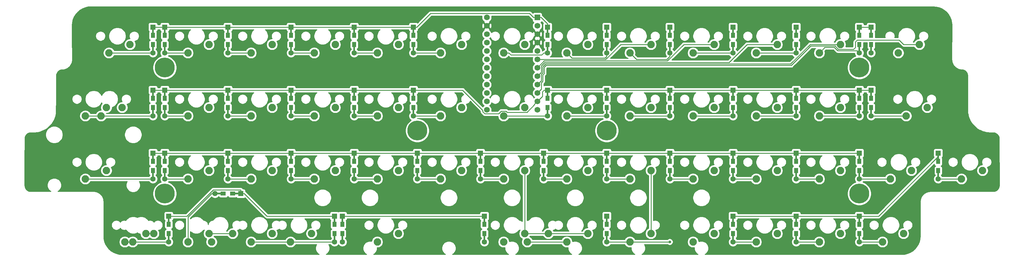
<source format=gbr>
G04 #@! TF.GenerationSoftware,KiCad,Pcbnew,(5.1.4)-1*
G04 #@! TF.CreationDate,2021-01-05T14:29:52-08:00*
G04 #@! TF.ProjectId,The-BKF-Ortho,5468652d-424b-4462-9d4f-7274686f2e6b,rev?*
G04 #@! TF.SameCoordinates,Original*
G04 #@! TF.FileFunction,Copper,L1,Top*
G04 #@! TF.FilePolarity,Positive*
%FSLAX46Y46*%
G04 Gerber Fmt 4.6, Leading zero omitted, Abs format (unit mm)*
G04 Created by KiCad (PCBNEW (5.1.4)-1) date 2021-01-05 14:29:52*
%MOMM*%
%LPD*%
G04 APERTURE LIST*
%ADD10C,6.000000*%
%ADD11C,2.250000*%
%ADD12R,1.600000X1.600000*%
%ADD13C,1.600000*%
%ADD14R,0.500000X2.900000*%
%ADD15R,1.200000X1.600000*%
%ADD16C,1.752600*%
%ADD17R,1.752600X1.752600*%
%ADD18R,2.900000X0.500000*%
%ADD19R,1.600000X1.200000*%
%ADD20C,0.800000*%
%ADD21C,0.250000*%
%ADD22C,0.254000*%
G04 APERTURE END LIST*
D10*
X121444260Y-104775440D03*
X254794820Y-85725360D03*
X254794820Y-123825520D03*
X45243940Y-123825520D03*
X178594500Y-104775440D03*
X45243940Y-85725360D03*
D11*
X154623160Y-138430560D03*
X160973160Y-135890560D03*
X83185360Y-138430560D03*
X89535360Y-135890560D03*
X59372760Y-138430560D03*
X65722760Y-135890560D03*
X35560160Y-138430560D03*
X41910160Y-135890560D03*
X147478750Y-119380000D03*
X153828750Y-116840000D03*
X147478750Y-138430000D03*
X153828750Y-135890000D03*
X21272500Y-119380000D03*
X27622500Y-116840000D03*
X21272500Y-100330000D03*
X27622500Y-97790000D03*
X166528750Y-138430000D03*
X172878750Y-135890000D03*
X185578750Y-138430000D03*
X191928750Y-135890000D03*
X204628750Y-138430000D03*
X210978750Y-135890000D03*
X109378750Y-138430000D03*
X115728750Y-135890000D03*
D12*
X278606484Y-111590722D03*
D13*
X278606484Y-119390722D03*
D14*
X278606484Y-112990722D03*
D15*
X278606484Y-114090722D03*
X278606484Y-116890722D03*
D14*
X278606484Y-117990722D03*
D12*
X254793964Y-130640738D03*
D13*
X254793964Y-138440738D03*
D14*
X254793964Y-132040738D03*
D15*
X254793964Y-133140738D03*
X254793964Y-135940738D03*
D14*
X254793964Y-137040738D03*
D16*
X142398750Y-70564375D03*
X157638750Y-98504375D03*
X142398750Y-73104375D03*
X142398750Y-75644375D03*
X142398750Y-78184375D03*
X142398750Y-80724375D03*
X142398750Y-83264375D03*
X142398750Y-85804375D03*
X142398750Y-88344375D03*
X142398750Y-90884375D03*
X142398750Y-93424375D03*
X142398750Y-95964375D03*
X142398750Y-98504375D03*
X157638750Y-95964375D03*
X157638750Y-93424375D03*
X157638750Y-90884375D03*
X157638750Y-88344375D03*
X157638750Y-85804375D03*
X157638750Y-83264375D03*
X157638750Y-80724375D03*
X157638750Y-78184375D03*
X157638750Y-75644375D03*
X157638750Y-73104375D03*
D17*
X157638750Y-70564375D03*
D11*
X285591250Y-119380000D03*
X291941250Y-116840000D03*
X261778750Y-138430000D03*
X268128750Y-135890000D03*
X242728750Y-138430000D03*
X249078750Y-135890000D03*
X223678750Y-138430000D03*
X230028750Y-135890000D03*
X71278750Y-138430000D03*
X77628750Y-135890000D03*
X52228750Y-138430000D03*
X58578750Y-135890000D03*
X33178750Y-138430000D03*
X39528750Y-135890000D03*
X264160000Y-119380000D03*
X270510000Y-116840000D03*
X242728750Y-119380000D03*
X249078750Y-116840000D03*
X223678750Y-119380000D03*
X230028750Y-116840000D03*
X204628750Y-119380000D03*
X210978750Y-116840000D03*
X185578750Y-119380000D03*
X191928750Y-116840000D03*
X166528750Y-119380000D03*
X172878750Y-116840000D03*
X128428750Y-119380000D03*
X134778750Y-116840000D03*
X109378750Y-119380000D03*
X115728750Y-116840000D03*
X90328750Y-119380000D03*
X96678750Y-116840000D03*
X71278750Y-119380000D03*
X77628750Y-116840000D03*
X52228750Y-119380000D03*
X58578750Y-116840000D03*
X268922500Y-100330000D03*
X275272500Y-97790000D03*
X242728750Y-100330000D03*
X249078750Y-97790000D03*
X223678750Y-100330000D03*
X230028750Y-97790000D03*
X204628750Y-100330000D03*
X210978750Y-97790000D03*
X185578750Y-100330000D03*
X191928750Y-97790000D03*
X166528750Y-100330000D03*
X172878750Y-97790000D03*
X147478750Y-100330000D03*
X153828750Y-97790000D03*
X128428750Y-100330000D03*
X134778750Y-97790000D03*
X109378750Y-100330000D03*
X115728750Y-97790000D03*
X90328750Y-100330000D03*
X96678750Y-97790000D03*
X71278750Y-100330000D03*
X77628750Y-97790000D03*
X52228750Y-100330000D03*
X58578750Y-97790000D03*
X26035000Y-100330000D03*
X32385000Y-97790000D03*
X266541250Y-81280000D03*
X272891250Y-78740000D03*
X242728750Y-81280000D03*
X249078750Y-78740000D03*
X223678750Y-81280000D03*
X230028750Y-78740000D03*
X204628750Y-81280000D03*
X210978750Y-78740000D03*
X185578750Y-81280000D03*
X191928750Y-78740000D03*
X166528750Y-81280000D03*
X172878750Y-78740000D03*
X147478750Y-81280000D03*
X153828750Y-78740000D03*
X128428750Y-81280000D03*
X134778750Y-78740000D03*
X109378750Y-81280000D03*
X115728750Y-78740000D03*
X90328750Y-81280000D03*
X96678750Y-78740000D03*
X71278750Y-81280000D03*
X77628750Y-78740000D03*
X52228750Y-81280000D03*
X58578750Y-78740000D03*
X28416250Y-81280000D03*
X34766250Y-78740000D03*
D12*
X235743948Y-130640738D03*
D13*
X235743948Y-138440738D03*
D14*
X235743948Y-132040738D03*
D15*
X235743948Y-133140738D03*
X235743948Y-135940738D03*
D14*
X235743948Y-137040738D03*
D12*
X216693932Y-130640738D03*
D13*
X216693932Y-138440738D03*
D14*
X216693932Y-132040738D03*
D15*
X216693932Y-133140738D03*
X216693932Y-135940738D03*
D14*
X216693932Y-137040738D03*
D12*
X178593900Y-130640738D03*
D13*
X178593900Y-138440738D03*
D14*
X178593900Y-132040738D03*
D15*
X178593900Y-133140738D03*
X178593900Y-135940738D03*
D14*
X178593900Y-137040738D03*
D12*
X141684494Y-130640738D03*
D13*
X141684494Y-138440738D03*
D14*
X141684494Y-132040738D03*
D15*
X141684494Y-133140738D03*
X141684494Y-135940738D03*
D14*
X141684494Y-137040738D03*
D12*
X98821958Y-130640738D03*
D13*
X98821958Y-138440738D03*
D14*
X98821958Y-132040738D03*
D15*
X98821958Y-133140738D03*
X98821958Y-135940738D03*
D14*
X98821958Y-137040738D03*
D12*
X96440706Y-130640738D03*
D13*
X96440706Y-138440738D03*
D14*
X96440706Y-132040738D03*
D15*
X96440706Y-133140738D03*
X96440706Y-135940738D03*
D14*
X96440706Y-137040738D03*
D12*
X68193804Y-123825104D03*
D13*
X60393804Y-123825104D03*
D18*
X66793804Y-123825104D03*
D19*
X65693804Y-123825104D03*
X62893804Y-123825104D03*
D18*
X61793804Y-123825104D03*
D12*
X46434570Y-130641190D03*
D13*
X46434570Y-138441190D03*
D14*
X46434570Y-132041190D03*
D15*
X46434570Y-133141190D03*
X46434570Y-135941190D03*
D14*
X46434570Y-137041190D03*
D12*
X254793750Y-111590625D03*
D13*
X254793750Y-119390625D03*
D14*
X254793750Y-112990625D03*
D15*
X254793750Y-114090625D03*
X254793750Y-116890625D03*
D14*
X254793750Y-117990625D03*
D12*
X235743750Y-111590625D03*
D13*
X235743750Y-119390625D03*
D14*
X235743750Y-112990625D03*
D15*
X235743750Y-114090625D03*
X235743750Y-116890625D03*
D14*
X235743750Y-117990625D03*
D12*
X216693750Y-111590625D03*
D13*
X216693750Y-119390625D03*
D14*
X216693750Y-112990625D03*
D15*
X216693750Y-114090625D03*
X216693750Y-116890625D03*
D14*
X216693750Y-117990625D03*
D12*
X197643750Y-111590625D03*
D13*
X197643750Y-119390625D03*
D14*
X197643750Y-112990625D03*
D15*
X197643750Y-114090625D03*
X197643750Y-116890625D03*
D14*
X197643750Y-117990625D03*
D12*
X178593750Y-111590625D03*
D13*
X178593750Y-119390625D03*
D14*
X178593750Y-112990625D03*
D15*
X178593750Y-114090625D03*
X178593750Y-116890625D03*
D14*
X178593750Y-117990625D03*
D12*
X159543750Y-111590625D03*
D13*
X159543750Y-119390625D03*
D14*
X159543750Y-112990625D03*
D15*
X159543750Y-114090625D03*
X159543750Y-116890625D03*
D14*
X159543750Y-117990625D03*
D12*
X140493750Y-111590625D03*
D13*
X140493750Y-119390625D03*
D14*
X140493750Y-112990625D03*
D15*
X140493750Y-114090625D03*
X140493750Y-116890625D03*
D14*
X140493750Y-117990625D03*
D12*
X121443750Y-111590625D03*
D13*
X121443750Y-119390625D03*
D14*
X121443750Y-112990625D03*
D15*
X121443750Y-114090625D03*
X121443750Y-116890625D03*
D14*
X121443750Y-117990625D03*
D12*
X102393750Y-111590625D03*
D13*
X102393750Y-119390625D03*
D14*
X102393750Y-112990625D03*
D15*
X102393750Y-114090625D03*
X102393750Y-116890625D03*
D14*
X102393750Y-117990625D03*
D12*
X83343750Y-111590625D03*
D13*
X83343750Y-119390625D03*
D14*
X83343750Y-112990625D03*
D15*
X83343750Y-114090625D03*
X83343750Y-116890625D03*
D14*
X83343750Y-117990625D03*
D12*
X64293750Y-111590625D03*
D13*
X64293750Y-119390625D03*
D14*
X64293750Y-112990625D03*
D15*
X64293750Y-114090625D03*
X64293750Y-116890625D03*
D14*
X64293750Y-117990625D03*
D12*
X45243750Y-111590625D03*
D13*
X45243750Y-119390625D03*
D14*
X45243750Y-112990625D03*
D15*
X45243750Y-114090625D03*
X45243750Y-116890625D03*
D14*
X45243750Y-117990625D03*
D12*
X41671875Y-111590625D03*
D13*
X41671875Y-119390625D03*
D14*
X41671875Y-112990625D03*
D15*
X41671875Y-114090625D03*
X41671875Y-116890625D03*
D14*
X41671875Y-117990625D03*
D12*
X258365625Y-92540625D03*
D13*
X258365625Y-100340625D03*
D14*
X258365625Y-93940625D03*
D15*
X258365625Y-95040625D03*
X258365625Y-97840625D03*
D14*
X258365625Y-98940625D03*
D12*
X254793750Y-92540625D03*
D13*
X254793750Y-100340625D03*
D14*
X254793750Y-93940625D03*
D15*
X254793750Y-95040625D03*
X254793750Y-97840625D03*
D14*
X254793750Y-98940625D03*
D12*
X235743750Y-92540625D03*
D13*
X235743750Y-100340625D03*
D14*
X235743750Y-93940625D03*
D15*
X235743750Y-95040625D03*
X235743750Y-97840625D03*
D14*
X235743750Y-98940625D03*
D12*
X216693750Y-92540625D03*
D13*
X216693750Y-100340625D03*
D14*
X216693750Y-93940625D03*
D15*
X216693750Y-95040625D03*
X216693750Y-97840625D03*
D14*
X216693750Y-98940625D03*
D12*
X197643750Y-92540625D03*
D13*
X197643750Y-100340625D03*
D14*
X197643750Y-93940625D03*
D15*
X197643750Y-95040625D03*
X197643750Y-97840625D03*
D14*
X197643750Y-98940625D03*
D12*
X178593750Y-92540625D03*
D13*
X178593750Y-100340625D03*
D14*
X178593750Y-93940625D03*
D15*
X178593750Y-95040625D03*
X178593750Y-97840625D03*
D14*
X178593750Y-98940625D03*
D12*
X160734375Y-92540625D03*
D13*
X160734375Y-100340625D03*
D14*
X160734375Y-93940625D03*
D15*
X160734375Y-95040625D03*
X160734375Y-97840625D03*
D14*
X160734375Y-98940625D03*
D12*
X120253125Y-92540625D03*
D13*
X120253125Y-100340625D03*
D14*
X120253125Y-93940625D03*
D15*
X120253125Y-95040625D03*
X120253125Y-97840625D03*
D14*
X120253125Y-98940625D03*
D12*
X102393750Y-92540625D03*
D13*
X102393750Y-100340625D03*
D14*
X102393750Y-93940625D03*
D15*
X102393750Y-95040625D03*
X102393750Y-97840625D03*
D14*
X102393750Y-98940625D03*
D12*
X83343750Y-92540625D03*
D13*
X83343750Y-100340625D03*
D14*
X83343750Y-93940625D03*
D15*
X83343750Y-95040625D03*
X83343750Y-97840625D03*
D14*
X83343750Y-98940625D03*
D12*
X64293750Y-92540625D03*
D13*
X64293750Y-100340625D03*
D14*
X64293750Y-93940625D03*
D15*
X64293750Y-95040625D03*
X64293750Y-97840625D03*
D14*
X64293750Y-98940625D03*
D12*
X45243750Y-92540625D03*
D13*
X45243750Y-100340625D03*
D14*
X45243750Y-93940625D03*
D15*
X45243750Y-95040625D03*
X45243750Y-97840625D03*
D14*
X45243750Y-98940625D03*
D12*
X41671875Y-92540625D03*
D13*
X41671875Y-100340625D03*
D14*
X41671875Y-93940625D03*
D15*
X41671875Y-95040625D03*
X41671875Y-97840625D03*
D14*
X41671875Y-98940625D03*
D12*
X258365625Y-73490625D03*
D13*
X258365625Y-81290625D03*
D14*
X258365625Y-74890625D03*
D15*
X258365625Y-75990625D03*
X258365625Y-78790625D03*
D14*
X258365625Y-79890625D03*
D12*
X254793750Y-73490625D03*
D13*
X254793750Y-81290625D03*
D14*
X254793750Y-74890625D03*
D15*
X254793750Y-75990625D03*
X254793750Y-78790625D03*
D14*
X254793750Y-79890625D03*
D12*
X235743750Y-73490625D03*
D13*
X235743750Y-81290625D03*
D14*
X235743750Y-74890625D03*
D15*
X235743750Y-75990625D03*
X235743750Y-78790625D03*
D14*
X235743750Y-79890625D03*
D12*
X216693750Y-73490625D03*
D13*
X216693750Y-81290625D03*
D14*
X216693750Y-74890625D03*
D15*
X216693750Y-75990625D03*
X216693750Y-78790625D03*
D14*
X216693750Y-79890625D03*
D12*
X197643750Y-73490625D03*
D13*
X197643750Y-81290625D03*
D14*
X197643750Y-74890625D03*
D15*
X197643750Y-75990625D03*
X197643750Y-78790625D03*
D14*
X197643750Y-79890625D03*
D12*
X178593750Y-73490625D03*
D13*
X178593750Y-81290625D03*
D14*
X178593750Y-74890625D03*
D15*
X178593750Y-75990625D03*
X178593750Y-78790625D03*
D14*
X178593750Y-79890625D03*
D12*
X160734375Y-73490625D03*
D13*
X160734375Y-81290625D03*
D14*
X160734375Y-74890625D03*
D15*
X160734375Y-75990625D03*
X160734375Y-78790625D03*
D14*
X160734375Y-79890625D03*
D12*
X120253125Y-73490625D03*
D13*
X120253125Y-81290625D03*
D14*
X120253125Y-74890625D03*
D15*
X120253125Y-75990625D03*
X120253125Y-78790625D03*
D14*
X120253125Y-79890625D03*
D12*
X102393750Y-73490625D03*
D13*
X102393750Y-81290625D03*
D14*
X102393750Y-74890625D03*
D15*
X102393750Y-75990625D03*
X102393750Y-78790625D03*
D14*
X102393750Y-79890625D03*
D12*
X83343750Y-73490625D03*
D13*
X83343750Y-81290625D03*
D14*
X83343750Y-74890625D03*
D15*
X83343750Y-75990625D03*
X83343750Y-78790625D03*
D14*
X83343750Y-79890625D03*
D12*
X64293750Y-73490625D03*
D13*
X64293750Y-81290625D03*
D14*
X64293750Y-74890625D03*
D15*
X64293750Y-75990625D03*
X64293750Y-78790625D03*
D14*
X64293750Y-79890625D03*
D12*
X45243750Y-73490625D03*
D13*
X45243750Y-81290625D03*
D14*
X45243750Y-74890625D03*
D15*
X45243750Y-75990625D03*
X45243750Y-78790625D03*
D14*
X45243750Y-79890625D03*
D12*
X41671875Y-73490625D03*
D13*
X41671875Y-81290625D03*
D14*
X41671875Y-74890625D03*
D15*
X41671875Y-75990625D03*
X41671875Y-78790625D03*
D14*
X41671875Y-79890625D03*
D20*
X197612000Y-138430000D03*
D21*
X28426875Y-81290625D02*
X28416250Y-81280000D01*
X41671875Y-81290625D02*
X28426875Y-81290625D01*
X52218125Y-81290625D02*
X52228750Y-81280000D01*
X45243750Y-81290625D02*
X52218125Y-81290625D01*
X71268125Y-81290625D02*
X71278750Y-81280000D01*
X64293750Y-81290625D02*
X71268125Y-81290625D01*
X90318125Y-81290625D02*
X90328750Y-81280000D01*
X83343750Y-81290625D02*
X90318125Y-81290625D01*
X109368125Y-81290625D02*
X109378750Y-81280000D01*
X102393750Y-81290625D02*
X109368125Y-81290625D01*
X120263750Y-81280000D02*
X120253125Y-81290625D01*
X128428750Y-81280000D02*
X120263750Y-81280000D01*
X149069740Y-81280000D02*
X147478750Y-81280000D01*
X149715416Y-81925676D02*
X149069740Y-81280000D01*
X158967954Y-81925676D02*
X149715416Y-81925676D01*
X159603005Y-81290625D02*
X158967954Y-81925676D01*
X160734375Y-81290625D02*
X159603005Y-81290625D01*
X166518125Y-81290625D02*
X166528750Y-81280000D01*
X168063115Y-82814365D02*
X166528750Y-81280000D01*
X178098602Y-82814365D02*
X168063115Y-82814365D01*
X178593750Y-82319217D02*
X178098602Y-82814365D01*
X178593750Y-81290625D02*
X178593750Y-82319217D01*
X185568125Y-81290625D02*
X185578750Y-81280000D01*
X187563125Y-83264375D02*
X185578750Y-81280000D01*
X196698592Y-83264375D02*
X187563125Y-83264375D01*
X197643750Y-82319218D02*
X196698592Y-83264375D01*
X197643750Y-81290625D02*
X197643750Y-82319218D01*
X204618125Y-81290625D02*
X204628750Y-81280000D01*
X204639375Y-81290625D02*
X204628750Y-81280000D01*
X216693750Y-81290625D02*
X204639375Y-81290625D01*
X223668125Y-81290625D02*
X223678750Y-81280000D01*
X223689375Y-81290625D02*
X223678750Y-81280000D01*
X235743750Y-81290625D02*
X223689375Y-81290625D01*
X242718125Y-81290625D02*
X242728750Y-81280000D01*
X242739375Y-81290625D02*
X242728750Y-81280000D01*
X254143135Y-80640010D02*
X254793750Y-81290625D01*
X248285790Y-80640010D02*
X254143135Y-80640010D01*
X247285800Y-79640020D02*
X248285790Y-80640010D01*
X242728750Y-81280000D02*
X244368730Y-79640020D01*
X244368730Y-79640020D02*
X247285800Y-79640020D01*
X266530625Y-81290625D02*
X266541250Y-81280000D01*
X258376250Y-81280000D02*
X258365625Y-81290625D01*
X41661250Y-100330000D02*
X41671875Y-100340625D01*
X26035000Y-100330000D02*
X41661250Y-100330000D01*
X26035000Y-100330000D02*
X21272500Y-100330000D01*
X52218125Y-100340625D02*
X52228750Y-100330000D01*
X45243750Y-100340625D02*
X52218125Y-100340625D01*
X71268125Y-100340625D02*
X71278750Y-100330000D01*
X64293750Y-100340625D02*
X71268125Y-100340625D01*
X90318125Y-100340625D02*
X90328750Y-100330000D01*
X83343750Y-100340625D02*
X90318125Y-100340625D01*
X109368125Y-100340625D02*
X109378750Y-100330000D01*
X102393750Y-100340625D02*
X109368125Y-100340625D01*
X128418125Y-100340625D02*
X128428750Y-100330000D01*
X120263750Y-100330000D02*
X120253125Y-100340625D01*
X128428750Y-100330000D02*
X120263750Y-100330000D01*
X147468125Y-100340625D02*
X147478750Y-100330000D01*
X147489375Y-100340625D02*
X147478750Y-100330000D01*
X160734375Y-100340625D02*
X147489375Y-100340625D01*
X166518125Y-100340625D02*
X166528750Y-100330000D01*
X166539375Y-100340625D02*
X166528750Y-100330000D01*
X178593750Y-100340625D02*
X166539375Y-100340625D01*
X185568125Y-100340625D02*
X185578750Y-100330000D01*
X185589375Y-100340625D02*
X185578750Y-100330000D01*
X197643750Y-100340625D02*
X185589375Y-100340625D01*
X204618125Y-100340625D02*
X204628750Y-100330000D01*
X204639375Y-100340625D02*
X204628750Y-100330000D01*
X216693750Y-100340625D02*
X204639375Y-100340625D01*
X223668125Y-100340625D02*
X223678750Y-100330000D01*
X223689375Y-100340625D02*
X223678750Y-100330000D01*
X235743750Y-100340625D02*
X223689375Y-100340625D01*
X242718125Y-100340625D02*
X242728750Y-100330000D01*
X242739375Y-100340625D02*
X242728750Y-100330000D01*
X254793750Y-100340625D02*
X242739375Y-100340625D01*
X268911875Y-100340625D02*
X268922500Y-100330000D01*
X258365625Y-100340625D02*
X268911875Y-100340625D01*
X41661250Y-119380000D02*
X41671875Y-119390625D01*
X21272500Y-119380000D02*
X41661250Y-119380000D01*
X52218125Y-119390625D02*
X52228750Y-119380000D01*
X45243750Y-119390625D02*
X52218125Y-119390625D01*
X71268125Y-119390625D02*
X71278750Y-119380000D01*
X64293750Y-119390625D02*
X71268125Y-119390625D01*
X90318125Y-119390625D02*
X90328750Y-119380000D01*
X83343750Y-119390625D02*
X90318125Y-119390625D01*
X109368125Y-119390625D02*
X109378750Y-119380000D01*
X102393750Y-119390625D02*
X109368125Y-119390625D01*
X128418125Y-119390625D02*
X128428750Y-119380000D01*
X121443750Y-119390625D02*
X128418125Y-119390625D01*
X147468125Y-119390625D02*
X147478750Y-119380000D01*
X140493750Y-119390625D02*
X147468125Y-119390625D01*
X166518125Y-119390625D02*
X166528750Y-119380000D01*
X159543750Y-119390625D02*
X166518125Y-119390625D01*
X185568125Y-119390625D02*
X185578750Y-119380000D01*
X178593750Y-119390625D02*
X185568125Y-119390625D01*
X204618125Y-119390625D02*
X204628750Y-119380000D01*
X197643750Y-119390625D02*
X204618125Y-119390625D01*
X223668125Y-119390625D02*
X223678750Y-119380000D01*
X216693750Y-119390625D02*
X223668125Y-119390625D01*
X242718125Y-119390625D02*
X242728750Y-119380000D01*
X235743750Y-119390625D02*
X242718125Y-119390625D01*
X264149375Y-119390625D02*
X264160000Y-119380000D01*
X254793750Y-119390625D02*
X264149375Y-119390625D01*
X35559600Y-138430000D02*
X35560160Y-138430560D01*
X33178750Y-138430000D02*
X35559600Y-138430000D01*
X46423940Y-138430560D02*
X46434570Y-138441190D01*
X35560160Y-138430560D02*
X46423940Y-138430560D01*
X59372200Y-138430000D02*
X59372760Y-138430560D01*
X59365212Y-123825104D02*
X60393804Y-123825104D01*
X52228750Y-138430000D02*
X52228750Y-130961566D01*
X52228750Y-130961566D02*
X59365212Y-123825104D01*
X83184800Y-138430000D02*
X83185360Y-138430560D01*
X71278750Y-138430000D02*
X83184800Y-138430000D01*
X96430528Y-138430560D02*
X96440706Y-138440738D01*
X83185360Y-138430560D02*
X96430528Y-138430560D01*
X109368012Y-138440738D02*
X109378750Y-138430000D01*
X166539375Y-138440625D02*
X166528750Y-138430000D01*
X147489375Y-138440625D02*
X147478750Y-138430000D01*
X154622600Y-138430000D02*
X154623160Y-138430560D01*
X166528190Y-138430560D02*
X166528750Y-138430000D01*
X154623160Y-138430560D02*
X166528190Y-138430560D01*
X147468012Y-138440738D02*
X147478750Y-138430000D01*
X204618125Y-138440625D02*
X204628750Y-138430000D01*
X185568012Y-138440738D02*
X185578750Y-138430000D01*
X178593900Y-138440738D02*
X185568012Y-138440738D01*
X185578750Y-138430000D02*
X197612000Y-138430000D01*
X223668012Y-138440738D02*
X223678750Y-138430000D01*
X216693932Y-138440738D02*
X223668012Y-138440738D01*
X242718012Y-138440738D02*
X242728750Y-138430000D01*
X235743948Y-138440738D02*
X242718012Y-138440738D01*
X261768012Y-138440738D02*
X261778750Y-138430000D01*
X254793964Y-138440738D02*
X261768012Y-138440738D01*
X285580625Y-119390625D02*
X285591250Y-119380000D01*
X278606250Y-119390625D02*
X285580625Y-119390625D01*
X41671875Y-73490625D02*
X45243750Y-73490625D01*
X46293750Y-73490625D02*
X64293750Y-73490625D01*
X45243750Y-73490625D02*
X46293750Y-73490625D01*
X65343750Y-73490625D02*
X83343750Y-73490625D01*
X64293750Y-73490625D02*
X65343750Y-73490625D01*
X84393750Y-73490625D02*
X102393750Y-73490625D01*
X83343750Y-73490625D02*
X84393750Y-73490625D01*
X103443750Y-73490625D02*
X120253125Y-73490625D01*
X102393750Y-73490625D02*
X103443750Y-73490625D01*
X257315625Y-73490625D02*
X254793750Y-73490625D01*
X258365625Y-73490625D02*
X257315625Y-73490625D01*
X160734375Y-72533700D02*
X160734375Y-73490625D01*
X158765050Y-70564375D02*
X160734375Y-72533700D01*
X157638750Y-70564375D02*
X158765050Y-70564375D01*
X156512450Y-70564375D02*
X157638750Y-70564375D01*
X155311149Y-69363074D02*
X156512450Y-70564375D01*
X125430676Y-69363074D02*
X155311149Y-69363074D01*
X121303125Y-73490625D02*
X125430676Y-69363074D01*
X120253125Y-73490625D02*
X121303125Y-73490625D01*
X257315625Y-92540625D02*
X254793750Y-92540625D01*
X258365625Y-92540625D02*
X257315625Y-92540625D01*
X254793750Y-92540625D02*
X235743750Y-92540625D01*
X235743750Y-92540625D02*
X216693750Y-92540625D01*
X215643750Y-92540625D02*
X197643750Y-92540625D01*
X216693750Y-92540625D02*
X215643750Y-92540625D01*
X197643750Y-92540625D02*
X178593750Y-92540625D01*
X160734375Y-92740625D02*
X160734375Y-93940625D01*
X161234375Y-92240625D02*
X160734375Y-92740625D01*
X178593750Y-92540625D02*
X162134375Y-92540625D01*
X120253125Y-92540625D02*
X102393750Y-92540625D01*
X102393750Y-92540625D02*
X83343750Y-92540625D01*
X83343750Y-92540625D02*
X64293750Y-92540625D01*
X64293750Y-92540625D02*
X45243750Y-92540625D01*
X45243750Y-92540625D02*
X41671875Y-92540625D01*
X160734375Y-92540625D02*
X178593750Y-92540625D01*
X159215773Y-93009227D02*
X159215773Y-94387353D01*
X159684375Y-92540625D02*
X159215773Y-93009227D01*
X160734375Y-92540625D02*
X159684375Y-92540625D01*
X157638750Y-95964375D02*
X159215773Y-94387353D01*
X141197449Y-98622697D02*
X135115377Y-92540625D01*
X135115377Y-92540625D02*
X120253125Y-92540625D01*
X156762451Y-97002301D02*
X154524751Y-99240001D01*
X157638750Y-95964375D02*
X156762451Y-96840674D01*
X154524751Y-99240001D02*
X148534753Y-99240001D01*
X156762451Y-96840674D02*
X156762451Y-97002301D01*
X141197449Y-99081000D02*
X141197449Y-98622697D01*
X141822125Y-99705676D02*
X141197449Y-99081000D01*
X145957072Y-99705676D02*
X141822125Y-99705676D01*
X146782749Y-98879999D02*
X145957072Y-99705676D01*
X148534753Y-99240001D02*
X148174751Y-98879999D01*
X148174751Y-98879999D02*
X146782749Y-98879999D01*
X41671875Y-111590625D02*
X45243750Y-111590625D01*
X45243750Y-111590625D02*
X64293750Y-111590625D01*
X64293750Y-111590625D02*
X83343750Y-111590625D01*
X84393750Y-111590625D02*
X102393750Y-111590625D01*
X83343750Y-111590625D02*
X84393750Y-111590625D01*
X103443750Y-111590625D02*
X121443750Y-111590625D01*
X102393750Y-111590625D02*
X103443750Y-111590625D01*
X121443750Y-111590625D02*
X140493750Y-111590625D01*
X140493750Y-111590625D02*
X159543750Y-111590625D01*
X159543750Y-111590625D02*
X178593750Y-111590625D01*
X179643750Y-111590625D02*
X197643750Y-111590625D01*
X178593750Y-111590625D02*
X179643750Y-111590625D01*
X198693750Y-111590625D02*
X216693750Y-111590625D01*
X197643750Y-111590625D02*
X198693750Y-111590625D01*
X216693750Y-111590625D02*
X235743750Y-111590625D01*
X235743750Y-111590625D02*
X254793750Y-111590625D01*
X95390706Y-130640738D02*
X96440706Y-130640738D01*
X76059438Y-130640738D02*
X95390706Y-130640738D01*
X69243804Y-123825104D02*
X76059438Y-130640738D01*
X68193804Y-123825104D02*
X69243804Y-123825104D01*
X98821958Y-130640738D02*
X141684494Y-130640738D01*
X216693932Y-130640738D02*
X235743948Y-130640738D01*
X236793948Y-130640738D02*
X254793964Y-130640738D01*
X235743948Y-130640738D02*
X236793948Y-130640738D01*
X278606484Y-112640722D02*
X278606484Y-111590722D01*
X260606468Y-130640738D02*
X278606484Y-112640722D01*
X254793964Y-130640738D02*
X260606468Y-130640738D01*
X68193804Y-122775104D02*
X68193804Y-123825104D01*
X68118803Y-122700103D02*
X68193804Y-122775104D01*
X59853803Y-122700103D02*
X68118803Y-122700103D01*
X51912716Y-130641190D02*
X59853803Y-122700103D01*
X46434570Y-130641190D02*
X51912716Y-130641190D01*
X41909600Y-135890000D02*
X41910160Y-135890560D01*
X39528750Y-135890000D02*
X41909600Y-135890000D01*
X58578750Y-135890000D02*
X65722200Y-135890000D01*
X65722200Y-135890000D02*
X65722760Y-135890560D01*
X160972600Y-135890000D02*
X160973160Y-135890560D01*
X153828750Y-135890000D02*
X160972600Y-135890000D01*
X172878190Y-135890560D02*
X172878750Y-135890000D01*
X160973160Y-135890560D02*
X172878190Y-135890560D01*
X153828750Y-116840000D02*
X153828750Y-135890000D01*
X191928750Y-118430990D02*
X191928750Y-135890000D01*
X191928750Y-116840000D02*
X191928750Y-118430990D01*
X158878025Y-83264375D02*
X157638750Y-83264375D01*
X178285002Y-83264375D02*
X158878025Y-83264375D01*
X182809377Y-78740000D02*
X178285002Y-83264375D01*
X191928750Y-78740000D02*
X182809377Y-78740000D01*
X201859377Y-78740000D02*
X210978750Y-78740000D01*
X196884993Y-83714385D02*
X201859377Y-78740000D01*
X159728740Y-83714385D02*
X196884993Y-83714385D01*
X157638750Y-85804375D02*
X159728740Y-83714385D01*
X158515049Y-87468076D02*
X157638750Y-88344375D01*
X230028750Y-78740000D02*
X220909377Y-78740000D01*
X220909377Y-78740000D02*
X215484982Y-84164395D01*
X215484982Y-84164395D02*
X159915140Y-84164395D01*
X159915140Y-84164395D02*
X158840051Y-85239484D01*
X158840051Y-85239484D02*
X158840051Y-87143074D01*
X158840051Y-87143074D02*
X158515049Y-87468076D01*
X158515049Y-90008076D02*
X157638750Y-90884375D01*
X158840051Y-89683074D02*
X158515049Y-90008076D01*
X158840051Y-87779484D02*
X158840051Y-89683074D01*
X239959377Y-78740000D02*
X234084972Y-84614405D01*
X234084972Y-84614405D02*
X160101540Y-84614405D01*
X160101540Y-84614405D02*
X159290061Y-85425884D01*
X249078750Y-78740000D02*
X239959377Y-78740000D01*
X159290061Y-85425884D02*
X159290060Y-87329475D01*
X159290060Y-87329475D02*
X158840051Y-87779484D01*
X268189276Y-78740000D02*
X272891250Y-78740000D01*
X266849277Y-77400001D02*
X268189276Y-78740000D01*
X159740069Y-87515876D02*
X159740070Y-85612285D01*
X234271373Y-85064414D02*
X240145777Y-79190010D01*
X159290061Y-87965884D02*
X159740069Y-87515876D01*
X159290060Y-89869475D02*
X159290061Y-87965884D01*
X248472191Y-80190001D02*
X253108799Y-80190001D01*
X158840051Y-90319484D02*
X159290060Y-89869475D01*
X240145777Y-79190010D02*
X247472200Y-79190010D01*
X253645586Y-77953786D02*
X254199372Y-77400001D01*
X158840051Y-92223074D02*
X158840051Y-90319484D01*
X157638750Y-93424375D02*
X158840051Y-92223074D01*
X159740070Y-85612285D02*
X160287940Y-85064415D01*
X253645586Y-79653214D02*
X253645586Y-77953786D01*
X160287940Y-85064415D02*
X234271373Y-85064414D01*
X247472200Y-79190010D02*
X248472191Y-80190001D01*
X253108799Y-80190001D02*
X253645586Y-79653214D01*
X254199372Y-77400001D02*
X266849277Y-77400001D01*
D22*
G36*
X277081249Y-67342617D02*
G01*
X277996718Y-67404957D01*
X278861832Y-67606207D01*
X279683641Y-67943182D01*
X280441003Y-68407215D01*
X281114439Y-68986372D01*
X281686607Y-69665738D01*
X282142803Y-70427853D01*
X282471282Y-71253101D01*
X282664943Y-72126334D01*
X282717567Y-72813076D01*
X282687069Y-83251050D01*
X282687916Y-83259918D01*
X282688058Y-83262417D01*
X282714474Y-83676604D01*
X282723381Y-83731296D01*
X282730784Y-83786201D01*
X282732964Y-83795154D01*
X282849966Y-84261658D01*
X282870099Y-84317952D01*
X282889466Y-84374583D01*
X282893344Y-84382943D01*
X283098728Y-84817835D01*
X283129423Y-84869164D01*
X283159410Y-84920937D01*
X283164837Y-84928385D01*
X283450781Y-85315103D01*
X283490881Y-85359514D01*
X283530335Y-85404456D01*
X283537105Y-85410707D01*
X283892717Y-85734519D01*
X283940649Y-85770272D01*
X283988110Y-85806718D01*
X283995966Y-85811536D01*
X284407701Y-86060109D01*
X284461679Y-86085878D01*
X284515300Y-86112403D01*
X284523942Y-86115603D01*
X284976117Y-86279470D01*
X285034071Y-86294264D01*
X285091827Y-86309870D01*
X285100925Y-86311331D01*
X285520802Y-86375733D01*
X285538180Y-86381262D01*
X285635006Y-86392121D01*
X285960298Y-86396517D01*
X286289399Y-86482458D01*
X286606975Y-86636222D01*
X286888643Y-86848747D01*
X287123658Y-87111925D01*
X287303083Y-87415744D01*
X287420080Y-87748632D01*
X287473527Y-88121156D01*
X287475082Y-88208642D01*
X287515822Y-99483423D01*
X287525722Y-99580352D01*
X287537123Y-99617452D01*
X287739841Y-100528847D01*
X287746354Y-100549965D01*
X287750864Y-100571604D01*
X287770334Y-100628230D01*
X288136452Y-101554177D01*
X288146625Y-101574875D01*
X288154876Y-101596399D01*
X288183148Y-101649184D01*
X288692598Y-102504684D01*
X288705944Y-102523482D01*
X288717535Y-102543418D01*
X288753883Y-102591004D01*
X289393559Y-103354048D01*
X289409743Y-103370474D01*
X289424368Y-103388296D01*
X289467856Y-103429458D01*
X290221299Y-104080415D01*
X290239896Y-104094039D01*
X290257187Y-104109297D01*
X290306697Y-104142977D01*
X291154524Y-104665098D01*
X291175063Y-104675575D01*
X291194569Y-104687871D01*
X291248827Y-104713202D01*
X292169225Y-105093054D01*
X292191176Y-105100113D01*
X292212394Y-105109131D01*
X292269995Y-105125458D01*
X292270006Y-105125462D01*
X292270012Y-105125463D01*
X293239293Y-105353274D01*
X293262088Y-105356732D01*
X293284480Y-105362243D01*
X293343959Y-105369152D01*
X294337203Y-105439062D01*
X294343917Y-105438995D01*
X294364714Y-105440609D01*
X295202976Y-105423249D01*
X295576836Y-105467955D01*
X295911464Y-105576803D01*
X296218579Y-105748577D01*
X296486481Y-105976731D01*
X296704965Y-106252576D01*
X296865710Y-106565603D01*
X296962593Y-106903899D01*
X296995011Y-107291476D01*
X297012701Y-121356995D01*
X296967062Y-121738666D01*
X296858373Y-122072802D01*
X296686852Y-122379466D01*
X296459034Y-122646975D01*
X296183592Y-122865140D01*
X295871020Y-123025651D01*
X295532915Y-123122481D01*
X295150680Y-123154833D01*
X276364470Y-123149767D01*
X276363810Y-123149680D01*
X276354598Y-123149440D01*
X276347113Y-123149297D01*
X276341231Y-123149761D01*
X276309599Y-123149752D01*
X276298335Y-123150858D01*
X276290847Y-123150622D01*
X276281656Y-123151296D01*
X275802249Y-123189808D01*
X275743389Y-123200391D01*
X275684356Y-123210156D01*
X275675472Y-123212603D01*
X275212676Y-123343499D01*
X275157015Y-123365304D01*
X275100981Y-123386358D01*
X275092741Y-123390484D01*
X274664182Y-123608779D01*
X274613796Y-123640994D01*
X274562941Y-123672516D01*
X274555659Y-123678164D01*
X274177663Y-123975540D01*
X274134492Y-124016930D01*
X274090729Y-124057729D01*
X274084682Y-124064684D01*
X273771646Y-124429818D01*
X273737345Y-124478792D01*
X273702331Y-124527327D01*
X273697751Y-124535324D01*
X273461598Y-124954306D01*
X273437455Y-125009028D01*
X273412543Y-125063421D01*
X273409603Y-125072155D01*
X273259328Y-125529027D01*
X273246274Y-125587396D01*
X273232401Y-125645593D01*
X273231213Y-125654732D01*
X273179745Y-126073475D01*
X273176790Y-126083218D01*
X273167240Y-126180182D01*
X273167241Y-136569528D01*
X273104709Y-137484767D01*
X272903358Y-138349438D01*
X272566354Y-139170789D01*
X272102366Y-139927696D01*
X271523331Y-140600682D01*
X270844150Y-141172434D01*
X270082286Y-141628246D01*
X269257354Y-141956383D01*
X268384501Y-142149754D01*
X267695912Y-142202301D01*
X208258313Y-142203585D01*
X208545032Y-142012004D01*
X208845754Y-141711282D01*
X209082031Y-141357670D01*
X209244780Y-140964757D01*
X209327750Y-140547643D01*
X209327750Y-140122357D01*
X209244780Y-139705243D01*
X209082031Y-139312330D01*
X208845754Y-138958718D01*
X208545032Y-138657996D01*
X208191420Y-138421719D01*
X207798507Y-138258970D01*
X207381393Y-138176000D01*
X206956107Y-138176000D01*
X206953292Y-138176560D01*
X206950417Y-138176560D01*
X206533303Y-138259530D01*
X206388750Y-138319405D01*
X206388750Y-138256655D01*
X206321114Y-137916627D01*
X206188442Y-137596327D01*
X205995831Y-137308065D01*
X205750685Y-137062919D01*
X205462423Y-136870308D01*
X205142123Y-136737636D01*
X204802095Y-136670000D01*
X204455405Y-136670000D01*
X204115377Y-136737636D01*
X203795077Y-136870308D01*
X203506815Y-137062919D01*
X203261669Y-137308065D01*
X203069058Y-137596327D01*
X202936386Y-137916627D01*
X202868750Y-138256655D01*
X202868750Y-138603345D01*
X202936386Y-138943373D01*
X203069058Y-139263673D01*
X203261669Y-139551935D01*
X203506815Y-139797081D01*
X203795077Y-139989692D01*
X204115377Y-140122364D01*
X204455405Y-140190000D01*
X204802095Y-140190000D01*
X205004060Y-140149827D01*
X205004060Y-140548203D01*
X205087030Y-140965317D01*
X205249779Y-141358230D01*
X205486056Y-141711842D01*
X205786778Y-142012564D01*
X206072730Y-142203632D01*
X189207697Y-142203996D01*
X189495032Y-142012004D01*
X189795754Y-141711282D01*
X190032031Y-141357670D01*
X190194780Y-140964757D01*
X190277750Y-140547643D01*
X190277750Y-140122357D01*
X190194780Y-139705243D01*
X190032031Y-139312330D01*
X189950292Y-139190000D01*
X196908289Y-139190000D01*
X196952226Y-139233937D01*
X197121744Y-139347205D01*
X197310102Y-139425226D01*
X197510061Y-139465000D01*
X197713939Y-139465000D01*
X197913898Y-139425226D01*
X198102256Y-139347205D01*
X198271774Y-139233937D01*
X198415937Y-139089774D01*
X198529205Y-138920256D01*
X198607226Y-138731898D01*
X198647000Y-138531939D01*
X198647000Y-138328061D01*
X198607226Y-138128102D01*
X198529205Y-137939744D01*
X198415937Y-137770226D01*
X198271774Y-137626063D01*
X198102256Y-137512795D01*
X197913898Y-137434774D01*
X197713939Y-137395000D01*
X197510061Y-137395000D01*
X197310102Y-137434774D01*
X197121744Y-137512795D01*
X196952226Y-137626063D01*
X196908289Y-137670000D01*
X187168958Y-137670000D01*
X187138442Y-137596327D01*
X186945831Y-137308065D01*
X186700685Y-137062919D01*
X186412423Y-136870308D01*
X186092123Y-136737636D01*
X185752095Y-136670000D01*
X185405405Y-136670000D01*
X185065377Y-136737636D01*
X184745077Y-136870308D01*
X184456815Y-137062919D01*
X184211669Y-137308065D01*
X184019058Y-137596327D01*
X183984094Y-137680738D01*
X179811943Y-137680738D01*
X179708537Y-137525979D01*
X179508659Y-137326101D01*
X179481972Y-137308269D01*
X179481972Y-137306779D01*
X179548394Y-137271275D01*
X179645085Y-137191923D01*
X179724437Y-137095232D01*
X179783402Y-136984918D01*
X179819712Y-136865220D01*
X179831972Y-136740738D01*
X179831972Y-135140738D01*
X179819712Y-135016256D01*
X179783402Y-134896558D01*
X179724437Y-134786244D01*
X179645085Y-134689553D01*
X179548394Y-134610201D01*
X179438080Y-134551236D01*
X179403473Y-134540738D01*
X179438080Y-134530240D01*
X179548394Y-134471275D01*
X179645085Y-134391923D01*
X179724437Y-134295232D01*
X179783402Y-134184918D01*
X179819712Y-134065220D01*
X179831972Y-133940738D01*
X179831972Y-133201278D01*
X181528750Y-133201278D01*
X181528750Y-133498722D01*
X181586779Y-133790451D01*
X181700606Y-134065253D01*
X181865857Y-134312569D01*
X182076181Y-134522893D01*
X182323497Y-134688144D01*
X182598299Y-134801971D01*
X182890028Y-134860000D01*
X183187472Y-134860000D01*
X183479201Y-134801971D01*
X183754003Y-134688144D01*
X184001319Y-134522893D01*
X184211643Y-134312569D01*
X184376894Y-134065253D01*
X184490721Y-133790451D01*
X184548750Y-133498722D01*
X184548750Y-133201278D01*
X184526830Y-133091076D01*
X185489850Y-133091076D01*
X185489850Y-133608924D01*
X185590877Y-134116822D01*
X185789049Y-134595251D01*
X186076750Y-135025826D01*
X186442924Y-135392000D01*
X186873499Y-135679701D01*
X187351928Y-135877873D01*
X187859826Y-135978900D01*
X188377674Y-135978900D01*
X188885572Y-135877873D01*
X189364001Y-135679701D01*
X189794576Y-135392000D01*
X190160750Y-135025826D01*
X190448451Y-134595251D01*
X190646623Y-134116822D01*
X190747650Y-133608924D01*
X190747650Y-133091076D01*
X190646623Y-132583178D01*
X190448451Y-132104749D01*
X190160750Y-131674174D01*
X189794576Y-131308000D01*
X189364001Y-131020299D01*
X188885572Y-130822127D01*
X188377674Y-130721100D01*
X187859826Y-130721100D01*
X187351928Y-130822127D01*
X186873499Y-131020299D01*
X186442924Y-131308000D01*
X186076750Y-131674174D01*
X185789049Y-132104749D01*
X185590877Y-132583178D01*
X185489850Y-133091076D01*
X184526830Y-133091076D01*
X184490721Y-132909549D01*
X184376894Y-132634747D01*
X184211643Y-132387431D01*
X184001319Y-132177107D01*
X183754003Y-132011856D01*
X183479201Y-131898029D01*
X183187472Y-131840000D01*
X182890028Y-131840000D01*
X182598299Y-131898029D01*
X182323497Y-132011856D01*
X182076181Y-132177107D01*
X181865857Y-132387431D01*
X181700606Y-132634747D01*
X181586779Y-132909549D01*
X181528750Y-133201278D01*
X179831972Y-133201278D01*
X179831972Y-132340738D01*
X179819712Y-132216256D01*
X179783402Y-132096558D01*
X179724437Y-131986244D01*
X179723203Y-131984740D01*
X179748394Y-131971275D01*
X179845085Y-131891923D01*
X179924437Y-131795232D01*
X179983402Y-131684918D01*
X180019712Y-131565220D01*
X180031972Y-131440738D01*
X180031972Y-129840738D01*
X180019712Y-129716256D01*
X179983402Y-129596558D01*
X179924437Y-129486244D01*
X179845085Y-129389553D01*
X179748394Y-129310201D01*
X179638080Y-129251236D01*
X179518382Y-129214926D01*
X179393900Y-129202666D01*
X177793900Y-129202666D01*
X177669418Y-129214926D01*
X177549720Y-129251236D01*
X177439406Y-129310201D01*
X177342715Y-129389553D01*
X177263363Y-129486244D01*
X177204398Y-129596558D01*
X177168088Y-129716256D01*
X177155828Y-129840738D01*
X177155828Y-131440738D01*
X177168088Y-131565220D01*
X177204398Y-131684918D01*
X177263363Y-131795232D01*
X177342715Y-131891923D01*
X177439406Y-131971275D01*
X177464597Y-131984740D01*
X177463363Y-131986244D01*
X177404398Y-132096558D01*
X177368088Y-132216256D01*
X177355828Y-132340738D01*
X177355828Y-133940738D01*
X177368088Y-134065220D01*
X177404398Y-134184918D01*
X177463363Y-134295232D01*
X177542715Y-134391923D01*
X177639406Y-134471275D01*
X177749720Y-134530240D01*
X177784327Y-134540738D01*
X177749720Y-134551236D01*
X177639406Y-134610201D01*
X177542715Y-134689553D01*
X177463363Y-134786244D01*
X177404398Y-134896558D01*
X177368088Y-135016256D01*
X177355828Y-135140738D01*
X177355828Y-136740738D01*
X177368088Y-136865220D01*
X177404398Y-136984918D01*
X177463363Y-137095232D01*
X177542715Y-137191923D01*
X177639406Y-137271275D01*
X177705828Y-137306779D01*
X177705828Y-137308269D01*
X177679141Y-137326101D01*
X177479263Y-137525979D01*
X177322220Y-137761011D01*
X177214047Y-138022164D01*
X177158900Y-138299403D01*
X177158900Y-138582073D01*
X177214047Y-138859312D01*
X177322220Y-139120465D01*
X177479263Y-139355497D01*
X177679141Y-139555375D01*
X177914173Y-139712418D01*
X178175326Y-139820591D01*
X178452565Y-139875738D01*
X178735235Y-139875738D01*
X179012474Y-139820591D01*
X179273627Y-139712418D01*
X179508659Y-139555375D01*
X179708537Y-139355497D01*
X179811943Y-139200738D01*
X183992990Y-139200738D01*
X184019058Y-139263673D01*
X184211669Y-139551935D01*
X184456815Y-139797081D01*
X184745077Y-139989692D01*
X185065377Y-140122364D01*
X185405405Y-140190000D01*
X185752095Y-140190000D01*
X185959750Y-140148695D01*
X185959750Y-140547643D01*
X186042720Y-140964757D01*
X186205469Y-141357670D01*
X186441746Y-141711282D01*
X186742468Y-142012004D01*
X187029873Y-142204043D01*
X170157082Y-142204407D01*
X170445032Y-142012004D01*
X170745754Y-141711282D01*
X170982031Y-141357670D01*
X171144780Y-140964757D01*
X171227750Y-140547643D01*
X171227750Y-140122357D01*
X171144780Y-139705243D01*
X170982031Y-139312330D01*
X170745754Y-138958718D01*
X170445032Y-138657996D01*
X170091420Y-138421719D01*
X169698507Y-138258970D01*
X169281393Y-138176000D01*
X168856107Y-138176000D01*
X168438993Y-138258970D01*
X168288750Y-138321202D01*
X168288750Y-138256655D01*
X168221114Y-137916627D01*
X168088442Y-137596327D01*
X167895831Y-137308065D01*
X167650685Y-137062919D01*
X167362423Y-136870308D01*
X167042123Y-136737636D01*
X166702095Y-136670000D01*
X166355405Y-136670000D01*
X166015377Y-136737636D01*
X165695077Y-136870308D01*
X165406815Y-137062919D01*
X165161669Y-137308065D01*
X164969058Y-137596327D01*
X164938310Y-137670560D01*
X156213368Y-137670560D01*
X156182852Y-137596887D01*
X155990241Y-137308625D01*
X155745095Y-137063479D01*
X155456833Y-136870868D01*
X155326235Y-136816773D01*
X155388442Y-136723673D01*
X155418958Y-136650000D01*
X159382720Y-136650000D01*
X159413468Y-136724233D01*
X159606079Y-137012495D01*
X159851225Y-137257641D01*
X160139487Y-137450252D01*
X160459787Y-137582924D01*
X160799815Y-137650560D01*
X161146505Y-137650560D01*
X161486533Y-137582924D01*
X161806833Y-137450252D01*
X162095095Y-137257641D01*
X162340241Y-137012495D01*
X162532852Y-136724233D01*
X162563368Y-136650560D01*
X171288774Y-136650560D01*
X171319058Y-136723673D01*
X171511669Y-137011935D01*
X171756815Y-137257081D01*
X172045077Y-137449692D01*
X172365377Y-137582364D01*
X172705405Y-137650000D01*
X173052095Y-137650000D01*
X173392123Y-137582364D01*
X173712423Y-137449692D01*
X174000685Y-137257081D01*
X174245831Y-137011935D01*
X174438442Y-136723673D01*
X174571114Y-136403373D01*
X174638750Y-136063345D01*
X174638750Y-135716655D01*
X174571114Y-135376627D01*
X174438442Y-135056327D01*
X174306112Y-134858281D01*
X174589201Y-134801971D01*
X174864003Y-134688144D01*
X175111319Y-134522893D01*
X175321643Y-134312569D01*
X175486894Y-134065253D01*
X175600721Y-133790451D01*
X175658750Y-133498722D01*
X175658750Y-133201278D01*
X175600721Y-132909549D01*
X175486894Y-132634747D01*
X175321643Y-132387431D01*
X175111319Y-132177107D01*
X174864003Y-132011856D01*
X174589201Y-131898029D01*
X174297472Y-131840000D01*
X174000028Y-131840000D01*
X173708299Y-131898029D01*
X173433497Y-132011856D01*
X173186181Y-132177107D01*
X172975857Y-132387431D01*
X172810606Y-132634747D01*
X172696779Y-132909549D01*
X172638750Y-133201278D01*
X172638750Y-133498722D01*
X172696779Y-133790451D01*
X172810606Y-134065253D01*
X172853868Y-134130000D01*
X172705405Y-134130000D01*
X172365377Y-134197636D01*
X172045077Y-134330308D01*
X171756815Y-134522919D01*
X171511669Y-134768065D01*
X171319058Y-135056327D01*
X171288310Y-135130560D01*
X171006016Y-135130560D01*
X171110750Y-135025826D01*
X171398451Y-134595251D01*
X171596623Y-134116822D01*
X171697650Y-133608924D01*
X171697650Y-133091076D01*
X171596623Y-132583178D01*
X171398451Y-132104749D01*
X171110750Y-131674174D01*
X170744576Y-131308000D01*
X170314001Y-131020299D01*
X169835572Y-130822127D01*
X169327674Y-130721100D01*
X168809826Y-130721100D01*
X168301928Y-130822127D01*
X167823499Y-131020299D01*
X167392924Y-131308000D01*
X167026750Y-131674174D01*
X166739049Y-132104749D01*
X166540877Y-132583178D01*
X166439850Y-133091076D01*
X166439850Y-133608924D01*
X166540877Y-134116822D01*
X166739049Y-134595251D01*
X167026750Y-135025826D01*
X167131484Y-135130560D01*
X162563368Y-135130560D01*
X162532852Y-135056887D01*
X162400522Y-134858841D01*
X162683611Y-134802531D01*
X162958413Y-134688704D01*
X163116374Y-134583158D01*
X163273497Y-134688144D01*
X163548299Y-134801971D01*
X163840028Y-134860000D01*
X164137472Y-134860000D01*
X164429201Y-134801971D01*
X164704003Y-134688144D01*
X164951319Y-134522893D01*
X165161643Y-134312569D01*
X165326894Y-134065253D01*
X165440721Y-133790451D01*
X165498750Y-133498722D01*
X165498750Y-133201278D01*
X165440721Y-132909549D01*
X165326894Y-132634747D01*
X165161643Y-132387431D01*
X164951319Y-132177107D01*
X164704003Y-132011856D01*
X164429201Y-131898029D01*
X164137472Y-131840000D01*
X163840028Y-131840000D01*
X163548299Y-131898029D01*
X163273497Y-132011856D01*
X163115536Y-132117402D01*
X162958413Y-132012416D01*
X162683611Y-131898589D01*
X162391882Y-131840560D01*
X162094438Y-131840560D01*
X161802709Y-131898589D01*
X161527907Y-132012416D01*
X161280591Y-132177667D01*
X161070267Y-132387991D01*
X160905016Y-132635307D01*
X160791189Y-132910109D01*
X160733160Y-133201838D01*
X160733160Y-133499282D01*
X160791189Y-133791011D01*
X160905016Y-134065813D01*
X160948278Y-134130560D01*
X160799815Y-134130560D01*
X160459787Y-134198196D01*
X160139487Y-134330868D01*
X159851225Y-134523479D01*
X159606079Y-134768625D01*
X159413468Y-135056887D01*
X159383184Y-135130000D01*
X159101546Y-135130000D01*
X159205160Y-135026386D01*
X159492861Y-134595811D01*
X159691033Y-134117382D01*
X159792060Y-133609484D01*
X159792060Y-133091636D01*
X159691033Y-132583738D01*
X159492861Y-132105309D01*
X159205160Y-131674734D01*
X158838986Y-131308560D01*
X158408411Y-131020859D01*
X157929982Y-130822687D01*
X157422084Y-130721660D01*
X156904236Y-130721660D01*
X156396338Y-130822687D01*
X155917909Y-131020859D01*
X155487334Y-131308560D01*
X155121160Y-131674734D01*
X155010733Y-131840000D01*
X154950028Y-131840000D01*
X154658299Y-131898029D01*
X154588750Y-131926837D01*
X154588750Y-124836076D01*
X166439850Y-124836076D01*
X166439850Y-125353924D01*
X166540877Y-125861822D01*
X166739049Y-126340251D01*
X167026750Y-126770826D01*
X167392924Y-127137000D01*
X167823499Y-127424701D01*
X168301928Y-127622873D01*
X168809826Y-127723900D01*
X169327674Y-127723900D01*
X169835572Y-127622873D01*
X170314001Y-127424701D01*
X170744576Y-127137000D01*
X171110750Y-126770826D01*
X171398451Y-126340251D01*
X171596623Y-125861822D01*
X171697650Y-125353924D01*
X171697650Y-124836076D01*
X185489850Y-124836076D01*
X185489850Y-125353924D01*
X185590877Y-125861822D01*
X185789049Y-126340251D01*
X186076750Y-126770826D01*
X186442924Y-127137000D01*
X186873499Y-127424701D01*
X187351928Y-127622873D01*
X187859826Y-127723900D01*
X188377674Y-127723900D01*
X188885572Y-127622873D01*
X189364001Y-127424701D01*
X189794576Y-127137000D01*
X190160750Y-126770826D01*
X190448451Y-126340251D01*
X190646623Y-125861822D01*
X190747650Y-125353924D01*
X190747650Y-124836076D01*
X190646623Y-124328178D01*
X190448451Y-123849749D01*
X190160750Y-123419174D01*
X189794576Y-123053000D01*
X189364001Y-122765299D01*
X188885572Y-122567127D01*
X188377674Y-122466100D01*
X187859826Y-122466100D01*
X187351928Y-122567127D01*
X186873499Y-122765299D01*
X186442924Y-123053000D01*
X186076750Y-123419174D01*
X185789049Y-123849749D01*
X185590877Y-124328178D01*
X185489850Y-124836076D01*
X171697650Y-124836076D01*
X171596623Y-124328178D01*
X171398451Y-123849749D01*
X171110750Y-123419174D01*
X170744576Y-123053000D01*
X170314001Y-122765299D01*
X169835572Y-122567127D01*
X169327674Y-122466100D01*
X168809826Y-122466100D01*
X168301928Y-122567127D01*
X167823499Y-122765299D01*
X167392924Y-123053000D01*
X167026750Y-123419174D01*
X166739049Y-123849749D01*
X166540877Y-124328178D01*
X166439850Y-124836076D01*
X154588750Y-124836076D01*
X154588750Y-118430208D01*
X154662423Y-118399692D01*
X154950685Y-118207081D01*
X155195831Y-117961935D01*
X155388442Y-117673673D01*
X155521114Y-117353373D01*
X155588750Y-117013345D01*
X155588750Y-116666655D01*
X155521114Y-116326627D01*
X155388442Y-116006327D01*
X155256112Y-115808281D01*
X155539201Y-115751971D01*
X155814003Y-115638144D01*
X156061319Y-115472893D01*
X156271643Y-115262569D01*
X156436894Y-115015253D01*
X156550721Y-114740451D01*
X156608750Y-114448722D01*
X156608750Y-114151278D01*
X156550721Y-113859549D01*
X156436894Y-113584747D01*
X156271643Y-113337431D01*
X156061319Y-113127107D01*
X155814003Y-112961856D01*
X155539201Y-112848029D01*
X155247472Y-112790000D01*
X154950028Y-112790000D01*
X154658299Y-112848029D01*
X154383497Y-112961856D01*
X154136181Y-113127107D01*
X153925857Y-113337431D01*
X153760606Y-113584747D01*
X153646779Y-113859549D01*
X153588750Y-114151278D01*
X153588750Y-114448722D01*
X153646779Y-114740451D01*
X153760606Y-115015253D01*
X153803868Y-115080000D01*
X153655405Y-115080000D01*
X153315377Y-115147636D01*
X152995077Y-115280308D01*
X152706815Y-115472919D01*
X152461669Y-115718065D01*
X152269058Y-116006327D01*
X152136386Y-116326627D01*
X152068750Y-116666655D01*
X152068750Y-117013345D01*
X152136386Y-117353373D01*
X152269058Y-117673673D01*
X152461669Y-117961935D01*
X152706815Y-118207081D01*
X152995077Y-118399692D01*
X153068750Y-118430208D01*
X153068751Y-132200689D01*
X153045729Y-132177667D01*
X152798413Y-132012416D01*
X152523611Y-131898589D01*
X152231882Y-131840560D01*
X152171926Y-131840560D01*
X152060750Y-131674174D01*
X151694576Y-131308000D01*
X151264001Y-131020299D01*
X150785572Y-130822127D01*
X150277674Y-130721100D01*
X149759826Y-130721100D01*
X149251928Y-130822127D01*
X148773499Y-131020299D01*
X148342924Y-131308000D01*
X147976750Y-131674174D01*
X147689049Y-132104749D01*
X147490877Y-132583178D01*
X147389850Y-133091076D01*
X147389850Y-133608924D01*
X147490877Y-134116822D01*
X147689049Y-134595251D01*
X147976750Y-135025826D01*
X148342924Y-135392000D01*
X148773499Y-135679701D01*
X149251928Y-135877873D01*
X149759826Y-135978900D01*
X150277674Y-135978900D01*
X150785572Y-135877873D01*
X151264001Y-135679701D01*
X151694576Y-135392000D01*
X152060750Y-135025826D01*
X152171177Y-134860560D01*
X152231882Y-134860560D01*
X152425615Y-134822024D01*
X152269058Y-135056327D01*
X152136386Y-135376627D01*
X152068750Y-135716655D01*
X152068750Y-136063345D01*
X152136386Y-136403373D01*
X152269058Y-136723673D01*
X152461669Y-137011935D01*
X152706815Y-137257081D01*
X152995077Y-137449692D01*
X153125675Y-137503787D01*
X153063468Y-137596887D01*
X152930796Y-137917187D01*
X152863160Y-138257215D01*
X152863160Y-138603905D01*
X152930796Y-138943933D01*
X153063468Y-139264233D01*
X153256079Y-139552495D01*
X153501225Y-139797641D01*
X153789487Y-139990252D01*
X154109787Y-140122924D01*
X154449815Y-140190560D01*
X154796505Y-140190560D01*
X155136533Y-140122924D01*
X155456833Y-139990252D01*
X155745095Y-139797641D01*
X155990241Y-139552495D01*
X156182852Y-139264233D01*
X156213368Y-139190560D01*
X164938774Y-139190560D01*
X164969058Y-139263673D01*
X165161669Y-139551935D01*
X165406815Y-139797081D01*
X165695077Y-139989692D01*
X166015377Y-140122364D01*
X166355405Y-140190000D01*
X166702095Y-140190000D01*
X166909750Y-140148695D01*
X166909750Y-140547643D01*
X166992720Y-140964757D01*
X167155469Y-141357670D01*
X167391746Y-141711282D01*
X167692468Y-142012004D01*
X167980489Y-142204454D01*
X151106466Y-142204818D01*
X151395032Y-142012004D01*
X151695754Y-141711282D01*
X151932031Y-141357670D01*
X152094780Y-140964757D01*
X152177750Y-140547643D01*
X152177750Y-140122357D01*
X152094780Y-139705243D01*
X151932031Y-139312330D01*
X151695754Y-138958718D01*
X151395032Y-138657996D01*
X151041420Y-138421719D01*
X150648507Y-138258970D01*
X150231393Y-138176000D01*
X149806107Y-138176000D01*
X149388993Y-138258970D01*
X149238750Y-138321202D01*
X149238750Y-138256655D01*
X149171114Y-137916627D01*
X149038442Y-137596327D01*
X148845831Y-137308065D01*
X148600685Y-137062919D01*
X148312423Y-136870308D01*
X147992123Y-136737636D01*
X147652095Y-136670000D01*
X147305405Y-136670000D01*
X146965377Y-136737636D01*
X146645077Y-136870308D01*
X146356815Y-137062919D01*
X146111669Y-137308065D01*
X145919058Y-137596327D01*
X145786386Y-137916627D01*
X145718750Y-138256655D01*
X145718750Y-138603345D01*
X145786386Y-138943373D01*
X145919058Y-139263673D01*
X146111669Y-139551935D01*
X146356815Y-139797081D01*
X146645077Y-139989692D01*
X146965377Y-140122364D01*
X147305405Y-140190000D01*
X147652095Y-140190000D01*
X147859750Y-140148695D01*
X147859750Y-140547643D01*
X147942720Y-140964757D01*
X148105469Y-141357670D01*
X148341746Y-141711282D01*
X148642468Y-142012004D01*
X148931104Y-142204865D01*
X132055850Y-142205230D01*
X132345032Y-142012004D01*
X132645754Y-141711282D01*
X132882031Y-141357670D01*
X133044780Y-140964757D01*
X133127750Y-140547643D01*
X133127750Y-140122357D01*
X133044780Y-139705243D01*
X132882031Y-139312330D01*
X132645754Y-138958718D01*
X132345032Y-138657996D01*
X131991420Y-138421719D01*
X131598507Y-138258970D01*
X131181393Y-138176000D01*
X130756107Y-138176000D01*
X130338993Y-138258970D01*
X129946080Y-138421719D01*
X129592468Y-138657996D01*
X129291746Y-138958718D01*
X129055469Y-139312330D01*
X128892720Y-139705243D01*
X128809750Y-140122357D01*
X128809750Y-140547643D01*
X128892720Y-140964757D01*
X129055469Y-141357670D01*
X129291746Y-141711282D01*
X129592468Y-142012004D01*
X129881720Y-142205277D01*
X108250429Y-142205744D01*
X108539542Y-142012564D01*
X108840264Y-141711842D01*
X109076541Y-141358230D01*
X109239290Y-140965317D01*
X109322260Y-140548203D01*
X109322260Y-140190000D01*
X109552095Y-140190000D01*
X109892123Y-140122364D01*
X110212423Y-139989692D01*
X110500685Y-139797081D01*
X110745831Y-139551935D01*
X110938442Y-139263673D01*
X111071114Y-138943373D01*
X111138750Y-138603345D01*
X111138750Y-138256655D01*
X111071114Y-137916627D01*
X110938442Y-137596327D01*
X110745831Y-137308065D01*
X110500685Y-137062919D01*
X110212423Y-136870308D01*
X109892123Y-136737636D01*
X109552095Y-136670000D01*
X109205405Y-136670000D01*
X108865377Y-136737636D01*
X108545077Y-136870308D01*
X108256815Y-137062919D01*
X108011669Y-137308065D01*
X107819058Y-137596327D01*
X107686386Y-137916627D01*
X107624833Y-138226076D01*
X107375903Y-138176560D01*
X106950617Y-138176560D01*
X106533503Y-138259530D01*
X106140590Y-138422279D01*
X105786978Y-138658556D01*
X105486256Y-138959278D01*
X105249979Y-139312890D01*
X105087230Y-139705803D01*
X105004260Y-140122917D01*
X105004260Y-140548203D01*
X105087230Y-140965317D01*
X105249979Y-141358230D01*
X105486256Y-141711842D01*
X105786978Y-142012564D01*
X106076161Y-142205791D01*
X93954619Y-142206052D01*
X94245032Y-142012004D01*
X94545754Y-141711282D01*
X94782031Y-141357670D01*
X94944780Y-140964757D01*
X95027750Y-140547643D01*
X95027750Y-140122357D01*
X94944780Y-139705243D01*
X94782031Y-139312330D01*
X94700667Y-139190560D01*
X95215862Y-139190560D01*
X95326069Y-139355497D01*
X95525947Y-139555375D01*
X95760979Y-139712418D01*
X96022132Y-139820591D01*
X96299371Y-139875738D01*
X96582041Y-139875738D01*
X96859280Y-139820591D01*
X97120433Y-139712418D01*
X97355465Y-139555375D01*
X97555343Y-139355497D01*
X97631332Y-139241771D01*
X97707321Y-139355497D01*
X97907199Y-139555375D01*
X98142231Y-139712418D01*
X98403384Y-139820591D01*
X98680623Y-139875738D01*
X98963293Y-139875738D01*
X99240532Y-139820591D01*
X99501685Y-139712418D01*
X99736717Y-139555375D01*
X99936595Y-139355497D01*
X100093638Y-139120465D01*
X100201811Y-138859312D01*
X100256958Y-138582073D01*
X100256958Y-138299403D01*
X100201811Y-138022164D01*
X100093638Y-137761011D01*
X99936595Y-137525979D01*
X99736717Y-137326101D01*
X99710030Y-137308269D01*
X99710030Y-137306779D01*
X99776452Y-137271275D01*
X99873143Y-137191923D01*
X99952495Y-137095232D01*
X100011460Y-136984918D01*
X100047770Y-136865220D01*
X100060030Y-136740738D01*
X100060030Y-135140738D01*
X100047770Y-135016256D01*
X100011460Y-134896558D01*
X99952495Y-134786244D01*
X99873143Y-134689553D01*
X99776452Y-134610201D01*
X99666138Y-134551236D01*
X99631531Y-134540738D01*
X99666138Y-134530240D01*
X99776452Y-134471275D01*
X99873143Y-134391923D01*
X99952495Y-134295232D01*
X100011460Y-134184918D01*
X100047770Y-134065220D01*
X100060030Y-133940738D01*
X100060030Y-133201278D01*
X105328750Y-133201278D01*
X105328750Y-133498722D01*
X105386779Y-133790451D01*
X105500606Y-134065253D01*
X105665857Y-134312569D01*
X105876181Y-134522893D01*
X106123497Y-134688144D01*
X106398299Y-134801971D01*
X106690028Y-134860000D01*
X106987472Y-134860000D01*
X107279201Y-134801971D01*
X107554003Y-134688144D01*
X107801319Y-134522893D01*
X108011643Y-134312569D01*
X108176894Y-134065253D01*
X108290721Y-133790451D01*
X108348750Y-133498722D01*
X108348750Y-133201278D01*
X108290721Y-132909549D01*
X108176894Y-132634747D01*
X108011643Y-132387431D01*
X107801319Y-132177107D01*
X107554003Y-132011856D01*
X107279201Y-131898029D01*
X106987472Y-131840000D01*
X106690028Y-131840000D01*
X106398299Y-131898029D01*
X106123497Y-132011856D01*
X105876181Y-132177107D01*
X105665857Y-132387431D01*
X105500606Y-132634747D01*
X105386779Y-132909549D01*
X105328750Y-133201278D01*
X100060030Y-133201278D01*
X100060030Y-132340738D01*
X100047770Y-132216256D01*
X100011460Y-132096558D01*
X99952495Y-131986244D01*
X99951261Y-131984740D01*
X99976452Y-131971275D01*
X100073143Y-131891923D01*
X100152495Y-131795232D01*
X100211460Y-131684918D01*
X100247770Y-131565220D01*
X100260030Y-131440738D01*
X100260030Y-131400738D01*
X110150186Y-131400738D01*
X109876750Y-131674174D01*
X109589049Y-132104749D01*
X109390877Y-132583178D01*
X109289850Y-133091076D01*
X109289850Y-133608924D01*
X109390877Y-134116822D01*
X109589049Y-134595251D01*
X109876750Y-135025826D01*
X110242924Y-135392000D01*
X110673499Y-135679701D01*
X111151928Y-135877873D01*
X111659826Y-135978900D01*
X112177674Y-135978900D01*
X112685572Y-135877873D01*
X113074786Y-135716655D01*
X113968750Y-135716655D01*
X113968750Y-136063345D01*
X114036386Y-136403373D01*
X114169058Y-136723673D01*
X114361669Y-137011935D01*
X114606815Y-137257081D01*
X114895077Y-137449692D01*
X115215377Y-137582364D01*
X115555405Y-137650000D01*
X115902095Y-137650000D01*
X116242123Y-137582364D01*
X116562423Y-137449692D01*
X116850685Y-137257081D01*
X117095831Y-137011935D01*
X117288442Y-136723673D01*
X117421114Y-136403373D01*
X117488750Y-136063345D01*
X117488750Y-135716655D01*
X117421114Y-135376627D01*
X117288442Y-135056327D01*
X117156112Y-134858281D01*
X117439201Y-134801971D01*
X117714003Y-134688144D01*
X117961319Y-134522893D01*
X118171643Y-134312569D01*
X118336894Y-134065253D01*
X118450721Y-133790451D01*
X118508750Y-133498722D01*
X118508750Y-133201278D01*
X118450721Y-132909549D01*
X118336894Y-132634747D01*
X118171643Y-132387431D01*
X117961319Y-132177107D01*
X117714003Y-132011856D01*
X117439201Y-131898029D01*
X117147472Y-131840000D01*
X116850028Y-131840000D01*
X116558299Y-131898029D01*
X116283497Y-132011856D01*
X116036181Y-132177107D01*
X115825857Y-132387431D01*
X115660606Y-132634747D01*
X115546779Y-132909549D01*
X115488750Y-133201278D01*
X115488750Y-133498722D01*
X115546779Y-133790451D01*
X115660606Y-134065253D01*
X115703868Y-134130000D01*
X115555405Y-134130000D01*
X115215377Y-134197636D01*
X114895077Y-134330308D01*
X114606815Y-134522919D01*
X114361669Y-134768065D01*
X114169058Y-135056327D01*
X114036386Y-135376627D01*
X113968750Y-135716655D01*
X113074786Y-135716655D01*
X113164001Y-135679701D01*
X113594576Y-135392000D01*
X113960750Y-135025826D01*
X114248451Y-134595251D01*
X114446623Y-134116822D01*
X114547650Y-133608924D01*
X114547650Y-133091076D01*
X114446623Y-132583178D01*
X114248451Y-132104749D01*
X113960750Y-131674174D01*
X113687314Y-131400738D01*
X140246422Y-131400738D01*
X140246422Y-131440738D01*
X140258682Y-131565220D01*
X140294992Y-131684918D01*
X140353957Y-131795232D01*
X140433309Y-131891923D01*
X140530000Y-131971275D01*
X140555191Y-131984740D01*
X140553957Y-131986244D01*
X140494992Y-132096558D01*
X140458682Y-132216256D01*
X140446422Y-132340738D01*
X140446422Y-133940738D01*
X140458682Y-134065220D01*
X140494992Y-134184918D01*
X140553957Y-134295232D01*
X140633309Y-134391923D01*
X140730000Y-134471275D01*
X140840314Y-134530240D01*
X140874921Y-134540738D01*
X140840314Y-134551236D01*
X140730000Y-134610201D01*
X140633309Y-134689553D01*
X140553957Y-134786244D01*
X140494992Y-134896558D01*
X140458682Y-135016256D01*
X140446422Y-135140738D01*
X140446422Y-136740738D01*
X140458682Y-136865220D01*
X140494992Y-136984918D01*
X140553957Y-137095232D01*
X140633309Y-137191923D01*
X140730000Y-137271275D01*
X140796422Y-137306779D01*
X140796422Y-137308269D01*
X140769735Y-137326101D01*
X140569857Y-137525979D01*
X140412814Y-137761011D01*
X140304641Y-138022164D01*
X140249494Y-138299403D01*
X140249494Y-138582073D01*
X140304641Y-138859312D01*
X140412814Y-139120465D01*
X140569857Y-139355497D01*
X140769735Y-139555375D01*
X141004767Y-139712418D01*
X141265920Y-139820591D01*
X141543159Y-139875738D01*
X141825829Y-139875738D01*
X142103068Y-139820591D01*
X142364221Y-139712418D01*
X142599253Y-139555375D01*
X142799131Y-139355497D01*
X142956174Y-139120465D01*
X143064347Y-138859312D01*
X143119494Y-138582073D01*
X143119494Y-138299403D01*
X143064347Y-138022164D01*
X142956174Y-137761011D01*
X142799131Y-137525979D01*
X142599253Y-137326101D01*
X142572566Y-137308269D01*
X142572566Y-137306779D01*
X142638988Y-137271275D01*
X142735679Y-137191923D01*
X142815031Y-137095232D01*
X142873996Y-136984918D01*
X142910306Y-136865220D01*
X142922566Y-136740738D01*
X142922566Y-135140738D01*
X142910306Y-135016256D01*
X142873996Y-134896558D01*
X142815031Y-134786244D01*
X142735679Y-134689553D01*
X142638988Y-134610201D01*
X142528674Y-134551236D01*
X142494067Y-134540738D01*
X142528674Y-134530240D01*
X142638988Y-134471275D01*
X142735679Y-134391923D01*
X142815031Y-134295232D01*
X142873996Y-134184918D01*
X142910306Y-134065220D01*
X142922566Y-133940738D01*
X142922566Y-133201278D01*
X143428750Y-133201278D01*
X143428750Y-133498722D01*
X143486779Y-133790451D01*
X143600606Y-134065253D01*
X143765857Y-134312569D01*
X143976181Y-134522893D01*
X144223497Y-134688144D01*
X144498299Y-134801971D01*
X144790028Y-134860000D01*
X145087472Y-134860000D01*
X145379201Y-134801971D01*
X145654003Y-134688144D01*
X145901319Y-134522893D01*
X146111643Y-134312569D01*
X146276894Y-134065253D01*
X146390721Y-133790451D01*
X146448750Y-133498722D01*
X146448750Y-133201278D01*
X146390721Y-132909549D01*
X146276894Y-132634747D01*
X146111643Y-132387431D01*
X145901319Y-132177107D01*
X145654003Y-132011856D01*
X145379201Y-131898029D01*
X145087472Y-131840000D01*
X144790028Y-131840000D01*
X144498299Y-131898029D01*
X144223497Y-132011856D01*
X143976181Y-132177107D01*
X143765857Y-132387431D01*
X143600606Y-132634747D01*
X143486779Y-132909549D01*
X143428750Y-133201278D01*
X142922566Y-133201278D01*
X142922566Y-132340738D01*
X142910306Y-132216256D01*
X142873996Y-132096558D01*
X142815031Y-131986244D01*
X142813797Y-131984740D01*
X142838988Y-131971275D01*
X142935679Y-131891923D01*
X143015031Y-131795232D01*
X143073996Y-131684918D01*
X143110306Y-131565220D01*
X143122566Y-131440738D01*
X143122566Y-129840738D01*
X143110306Y-129716256D01*
X143073996Y-129596558D01*
X143015031Y-129486244D01*
X142935679Y-129389553D01*
X142838988Y-129310201D01*
X142728674Y-129251236D01*
X142608976Y-129214926D01*
X142484494Y-129202666D01*
X140884494Y-129202666D01*
X140760012Y-129214926D01*
X140640314Y-129251236D01*
X140530000Y-129310201D01*
X140433309Y-129389553D01*
X140353957Y-129486244D01*
X140294992Y-129596558D01*
X140258682Y-129716256D01*
X140246422Y-129840738D01*
X140246422Y-129880738D01*
X100260030Y-129880738D01*
X100260030Y-129840738D01*
X100247770Y-129716256D01*
X100211460Y-129596558D01*
X100152495Y-129486244D01*
X100073143Y-129389553D01*
X99976452Y-129310201D01*
X99866138Y-129251236D01*
X99746440Y-129214926D01*
X99621958Y-129202666D01*
X98021958Y-129202666D01*
X97897476Y-129214926D01*
X97777778Y-129251236D01*
X97667464Y-129310201D01*
X97631332Y-129339854D01*
X97595200Y-129310201D01*
X97484886Y-129251236D01*
X97365188Y-129214926D01*
X97240706Y-129202666D01*
X95640706Y-129202666D01*
X95516224Y-129214926D01*
X95396526Y-129251236D01*
X95286212Y-129310201D01*
X95189521Y-129389553D01*
X95110169Y-129486244D01*
X95051204Y-129596558D01*
X95014894Y-129716256D01*
X95002634Y-129840738D01*
X95002634Y-129880738D01*
X76374240Y-129880738D01*
X71329578Y-124836076D01*
X90239850Y-124836076D01*
X90239850Y-125353924D01*
X90340877Y-125861822D01*
X90539049Y-126340251D01*
X90826750Y-126770826D01*
X91192924Y-127137000D01*
X91623499Y-127424701D01*
X92101928Y-127622873D01*
X92609826Y-127723900D01*
X93127674Y-127723900D01*
X93635572Y-127622873D01*
X94114001Y-127424701D01*
X94544576Y-127137000D01*
X94910750Y-126770826D01*
X95198451Y-126340251D01*
X95396623Y-125861822D01*
X95497650Y-125353924D01*
X95497650Y-124836636D01*
X104534360Y-124836636D01*
X104534360Y-125354484D01*
X104635387Y-125862382D01*
X104833559Y-126340811D01*
X105121260Y-126771386D01*
X105487434Y-127137560D01*
X105918009Y-127425261D01*
X106396438Y-127623433D01*
X106904336Y-127724460D01*
X107422184Y-127724460D01*
X107930082Y-127623433D01*
X108408511Y-127425261D01*
X108839086Y-127137560D01*
X109205260Y-126771386D01*
X109492961Y-126340811D01*
X109691133Y-125862382D01*
X109792160Y-125354484D01*
X109792160Y-124836636D01*
X109792049Y-124836076D01*
X128339850Y-124836076D01*
X128339850Y-125353924D01*
X128440877Y-125861822D01*
X128639049Y-126340251D01*
X128926750Y-126770826D01*
X129292924Y-127137000D01*
X129723499Y-127424701D01*
X130201928Y-127622873D01*
X130709826Y-127723900D01*
X131227674Y-127723900D01*
X131735572Y-127622873D01*
X132214001Y-127424701D01*
X132644576Y-127137000D01*
X133010750Y-126770826D01*
X133298451Y-126340251D01*
X133496623Y-125861822D01*
X133597650Y-125353924D01*
X133597650Y-124836076D01*
X147389850Y-124836076D01*
X147389850Y-125353924D01*
X147490877Y-125861822D01*
X147689049Y-126340251D01*
X147976750Y-126770826D01*
X148342924Y-127137000D01*
X148773499Y-127424701D01*
X149251928Y-127622873D01*
X149759826Y-127723900D01*
X150277674Y-127723900D01*
X150785572Y-127622873D01*
X151264001Y-127424701D01*
X151694576Y-127137000D01*
X152060750Y-126770826D01*
X152348451Y-126340251D01*
X152546623Y-125861822D01*
X152647650Y-125353924D01*
X152647650Y-124836076D01*
X152546623Y-124328178D01*
X152348451Y-123849749D01*
X152060750Y-123419174D01*
X151694576Y-123053000D01*
X151264001Y-122765299D01*
X150785572Y-122567127D01*
X150277674Y-122466100D01*
X149759826Y-122466100D01*
X149251928Y-122567127D01*
X148773499Y-122765299D01*
X148342924Y-123053000D01*
X147976750Y-123419174D01*
X147689049Y-123849749D01*
X147490877Y-124328178D01*
X147389850Y-124836076D01*
X133597650Y-124836076D01*
X133496623Y-124328178D01*
X133298451Y-123849749D01*
X133010750Y-123419174D01*
X132644576Y-123053000D01*
X132214001Y-122765299D01*
X131735572Y-122567127D01*
X131227674Y-122466100D01*
X130709826Y-122466100D01*
X130201928Y-122567127D01*
X129723499Y-122765299D01*
X129292924Y-123053000D01*
X128926750Y-123419174D01*
X128639049Y-123849749D01*
X128440877Y-124328178D01*
X128339850Y-124836076D01*
X109792049Y-124836076D01*
X109691133Y-124328738D01*
X109492961Y-123850309D01*
X109205260Y-123419734D01*
X108839086Y-123053560D01*
X108408511Y-122765859D01*
X107930082Y-122567687D01*
X107422184Y-122466660D01*
X106904336Y-122466660D01*
X106396438Y-122567687D01*
X105918009Y-122765859D01*
X105487434Y-123053560D01*
X105121260Y-123419734D01*
X104833559Y-123850309D01*
X104635387Y-124328738D01*
X104534360Y-124836636D01*
X95497650Y-124836636D01*
X95497650Y-124836076D01*
X95396623Y-124328178D01*
X95198451Y-123849749D01*
X94910750Y-123419174D01*
X94544576Y-123053000D01*
X94114001Y-122765299D01*
X93635572Y-122567127D01*
X93127674Y-122466100D01*
X92609826Y-122466100D01*
X92101928Y-122567127D01*
X91623499Y-122765299D01*
X91192924Y-123053000D01*
X90826750Y-123419174D01*
X90539049Y-123849749D01*
X90340877Y-124328178D01*
X90239850Y-124836076D01*
X71329578Y-124836076D01*
X69807608Y-123314107D01*
X69783805Y-123285103D01*
X69668080Y-123190130D01*
X69631876Y-123170778D01*
X69631876Y-123025104D01*
X69619616Y-122900622D01*
X69583306Y-122780924D01*
X69524341Y-122670610D01*
X69444989Y-122573919D01*
X69348298Y-122494567D01*
X69237984Y-122435602D01*
X69118286Y-122399292D01*
X68993804Y-122387032D01*
X68848130Y-122387032D01*
X68828778Y-122350828D01*
X68733805Y-122235103D01*
X68704806Y-122211304D01*
X68682605Y-122189103D01*
X68658804Y-122160102D01*
X68543079Y-122065129D01*
X68411050Y-121994557D01*
X68267789Y-121951100D01*
X68156136Y-121940103D01*
X68156125Y-121940103D01*
X68118803Y-121936427D01*
X68081481Y-121940103D01*
X59891126Y-121940103D01*
X59853803Y-121936427D01*
X59816480Y-121940103D01*
X59816470Y-121940103D01*
X59704817Y-121951100D01*
X59580317Y-121988866D01*
X59561556Y-121994557D01*
X59429526Y-122065129D01*
X59361040Y-122121335D01*
X59313802Y-122160102D01*
X59290004Y-122189100D01*
X51597915Y-129881190D01*
X47872642Y-129881190D01*
X47872642Y-129841190D01*
X47860382Y-129716708D01*
X47824072Y-129597010D01*
X47765107Y-129486696D01*
X47685755Y-129390005D01*
X47589064Y-129310653D01*
X47478750Y-129251688D01*
X47359052Y-129215378D01*
X47234570Y-129203118D01*
X45634570Y-129203118D01*
X45510088Y-129215378D01*
X45390390Y-129251688D01*
X45280076Y-129310653D01*
X45183385Y-129390005D01*
X45104033Y-129486696D01*
X45045068Y-129597010D01*
X45008758Y-129716708D01*
X44996498Y-129841190D01*
X44996498Y-131441190D01*
X45008758Y-131565672D01*
X45045068Y-131685370D01*
X45104033Y-131795684D01*
X45183385Y-131892375D01*
X45280076Y-131971727D01*
X45305267Y-131985192D01*
X45304033Y-131986696D01*
X45245068Y-132097010D01*
X45208758Y-132216708D01*
X45196498Y-132341190D01*
X45196498Y-133941190D01*
X45208758Y-134065672D01*
X45245068Y-134185370D01*
X45304033Y-134295684D01*
X45383385Y-134392375D01*
X45480076Y-134471727D01*
X45590390Y-134530692D01*
X45624997Y-134541190D01*
X45590390Y-134551688D01*
X45480076Y-134610653D01*
X45383385Y-134690005D01*
X45304033Y-134786696D01*
X45245068Y-134897010D01*
X45208758Y-135016708D01*
X45196498Y-135141190D01*
X45196498Y-136741190D01*
X45208758Y-136865672D01*
X45245068Y-136985370D01*
X45304033Y-137095684D01*
X45383385Y-137192375D01*
X45480076Y-137271727D01*
X45546498Y-137307231D01*
X45546498Y-137308721D01*
X45519811Y-137326553D01*
X45319933Y-137526431D01*
X45223629Y-137670560D01*
X37150368Y-137670560D01*
X37119852Y-137596887D01*
X36927241Y-137308625D01*
X36682095Y-137063479D01*
X36393833Y-136870868D01*
X36073533Y-136738196D01*
X35733505Y-136670560D01*
X35386815Y-136670560D01*
X35046787Y-136738196D01*
X34726487Y-136870868D01*
X34438225Y-137063479D01*
X34369735Y-137131969D01*
X34300685Y-137062919D01*
X34012423Y-136870308D01*
X33692123Y-136737636D01*
X33352095Y-136670000D01*
X33005405Y-136670000D01*
X32665377Y-136737636D01*
X32345077Y-136870308D01*
X32056815Y-137062919D01*
X31811669Y-137308065D01*
X31619058Y-137596327D01*
X31486386Y-137916627D01*
X31418750Y-138256655D01*
X31418750Y-138603345D01*
X31486386Y-138943373D01*
X31619058Y-139263673D01*
X31811669Y-139551935D01*
X32056815Y-139797081D01*
X32345077Y-139989692D01*
X32665377Y-140122364D01*
X33005405Y-140190000D01*
X33352095Y-140190000D01*
X33692123Y-140122364D01*
X34012423Y-139989692D01*
X34300685Y-139797081D01*
X34369175Y-139728591D01*
X34438225Y-139797641D01*
X34726487Y-139990252D01*
X35046787Y-140122924D01*
X35386815Y-140190560D01*
X35733505Y-140190560D01*
X36073533Y-140122924D01*
X36393833Y-139990252D01*
X36682095Y-139797641D01*
X36927241Y-139552495D01*
X37119852Y-139264233D01*
X37150368Y-139190560D01*
X45209424Y-139190560D01*
X45319933Y-139355949D01*
X45519811Y-139555827D01*
X45754843Y-139712870D01*
X46015996Y-139821043D01*
X46293235Y-139876190D01*
X46575905Y-139876190D01*
X46853144Y-139821043D01*
X47114297Y-139712870D01*
X47349329Y-139555827D01*
X47549207Y-139355949D01*
X47706250Y-139120917D01*
X47814423Y-138859764D01*
X47869570Y-138582525D01*
X47869570Y-138299855D01*
X47814423Y-138022616D01*
X47706250Y-137761463D01*
X47549207Y-137526431D01*
X47349329Y-137326553D01*
X47322642Y-137308721D01*
X47322642Y-137307231D01*
X47389064Y-137271727D01*
X47485755Y-137192375D01*
X47565107Y-137095684D01*
X47624072Y-136985370D01*
X47660382Y-136865672D01*
X47672642Y-136741190D01*
X47672642Y-135141190D01*
X47660382Y-135016708D01*
X47624072Y-134897010D01*
X47565107Y-134786696D01*
X47485755Y-134690005D01*
X47389064Y-134610653D01*
X47278750Y-134551688D01*
X47244143Y-134541190D01*
X47278750Y-134530692D01*
X47389064Y-134471727D01*
X47485755Y-134392375D01*
X47565107Y-134295684D01*
X47624072Y-134185370D01*
X47660382Y-134065672D01*
X47672642Y-133941190D01*
X47672642Y-133201278D01*
X48178750Y-133201278D01*
X48178750Y-133498722D01*
X48236779Y-133790451D01*
X48350606Y-134065253D01*
X48515857Y-134312569D01*
X48726181Y-134522893D01*
X48973497Y-134688144D01*
X49248299Y-134801971D01*
X49540028Y-134860000D01*
X49837472Y-134860000D01*
X50129201Y-134801971D01*
X50404003Y-134688144D01*
X50651319Y-134522893D01*
X50861643Y-134312569D01*
X51026894Y-134065253D01*
X51140721Y-133790451D01*
X51198750Y-133498722D01*
X51198750Y-133201278D01*
X51140721Y-132909549D01*
X51026894Y-132634747D01*
X50861643Y-132387431D01*
X50651319Y-132177107D01*
X50404003Y-132011856D01*
X50129201Y-131898029D01*
X49837472Y-131840000D01*
X49540028Y-131840000D01*
X49248299Y-131898029D01*
X48973497Y-132011856D01*
X48726181Y-132177107D01*
X48515857Y-132387431D01*
X48350606Y-132634747D01*
X48236779Y-132909549D01*
X48178750Y-133201278D01*
X47672642Y-133201278D01*
X47672642Y-132341190D01*
X47660382Y-132216708D01*
X47624072Y-132097010D01*
X47565107Y-131986696D01*
X47563873Y-131985192D01*
X47589064Y-131971727D01*
X47685755Y-131892375D01*
X47765107Y-131795684D01*
X47824072Y-131685370D01*
X47860382Y-131565672D01*
X47872642Y-131441190D01*
X47872642Y-131401190D01*
X51468751Y-131401190D01*
X51468750Y-136839792D01*
X51395077Y-136870308D01*
X51106815Y-137062919D01*
X50861669Y-137308065D01*
X50669058Y-137596327D01*
X50536386Y-137916627D01*
X50468750Y-138256655D01*
X50468750Y-138603345D01*
X50536386Y-138943373D01*
X50669058Y-139263673D01*
X50861669Y-139551935D01*
X51106815Y-139797081D01*
X51395077Y-139989692D01*
X51715377Y-140122364D01*
X52055405Y-140190000D01*
X52402095Y-140190000D01*
X52742123Y-140122364D01*
X53062423Y-139989692D01*
X53350685Y-139797081D01*
X53595831Y-139551935D01*
X53788442Y-139263673D01*
X53921114Y-138943373D01*
X53988750Y-138603345D01*
X53988750Y-138256655D01*
X53921114Y-137916627D01*
X53788442Y-137596327D01*
X53595831Y-137308065D01*
X53350685Y-137062919D01*
X53062423Y-136870308D01*
X52988750Y-136839792D01*
X52988750Y-135287826D01*
X53092924Y-135392000D01*
X53523499Y-135679701D01*
X54001928Y-135877873D01*
X54509826Y-135978900D01*
X55027674Y-135978900D01*
X55535572Y-135877873D01*
X56014001Y-135679701D01*
X56444576Y-135392000D01*
X56810750Y-135025826D01*
X56921177Y-134860560D01*
X56981482Y-134860560D01*
X57175676Y-134821932D01*
X57019058Y-135056327D01*
X56886386Y-135376627D01*
X56818750Y-135716655D01*
X56818750Y-136063345D01*
X56886386Y-136403373D01*
X57019058Y-136723673D01*
X57211669Y-137011935D01*
X57456815Y-137257081D01*
X57745077Y-137449692D01*
X57875362Y-137503658D01*
X57813068Y-137596887D01*
X57680396Y-137917187D01*
X57612760Y-138257215D01*
X57612760Y-138603905D01*
X57680396Y-138943933D01*
X57813068Y-139264233D01*
X58005679Y-139552495D01*
X58250825Y-139797641D01*
X58539087Y-139990252D01*
X58859387Y-140122924D01*
X59199415Y-140190560D01*
X59546105Y-140190560D01*
X59886133Y-140122924D01*
X60206433Y-139990252D01*
X60494695Y-139797641D01*
X60739841Y-139552495D01*
X60932452Y-139264233D01*
X61065124Y-138943933D01*
X61132760Y-138603905D01*
X61132760Y-138257215D01*
X61065124Y-137917187D01*
X60932452Y-137596887D01*
X60739841Y-137308625D01*
X60494695Y-137063479D01*
X60206433Y-136870868D01*
X60076148Y-136816902D01*
X60138442Y-136723673D01*
X60168958Y-136650000D01*
X64132320Y-136650000D01*
X64163068Y-136724233D01*
X64355679Y-137012495D01*
X64600825Y-137257641D01*
X64889087Y-137450252D01*
X65209387Y-137582924D01*
X65549415Y-137650560D01*
X65896105Y-137650560D01*
X66236133Y-137582924D01*
X66556433Y-137450252D01*
X66844695Y-137257641D01*
X67089841Y-137012495D01*
X67282452Y-136724233D01*
X67415124Y-136403933D01*
X67482760Y-136063905D01*
X67482760Y-135717215D01*
X67415124Y-135377187D01*
X67282452Y-135056887D01*
X67150122Y-134858841D01*
X67433211Y-134802531D01*
X67708013Y-134688704D01*
X67866174Y-134583024D01*
X68023497Y-134688144D01*
X68298299Y-134801971D01*
X68590028Y-134860000D01*
X68887472Y-134860000D01*
X69179201Y-134801971D01*
X69454003Y-134688144D01*
X69701319Y-134522893D01*
X69911643Y-134312569D01*
X70076894Y-134065253D01*
X70190721Y-133790451D01*
X70248750Y-133498722D01*
X70248750Y-133201278D01*
X70226830Y-133091076D01*
X71189850Y-133091076D01*
X71189850Y-133608924D01*
X71290877Y-134116822D01*
X71489049Y-134595251D01*
X71776750Y-135025826D01*
X72142924Y-135392000D01*
X72573499Y-135679701D01*
X73051928Y-135877873D01*
X73559826Y-135978900D01*
X74077674Y-135978900D01*
X74585572Y-135877873D01*
X74974786Y-135716655D01*
X75868750Y-135716655D01*
X75868750Y-136063345D01*
X75936386Y-136403373D01*
X76069058Y-136723673D01*
X76261669Y-137011935D01*
X76506815Y-137257081D01*
X76795077Y-137449692D01*
X77115377Y-137582364D01*
X77455405Y-137650000D01*
X77802095Y-137650000D01*
X78142123Y-137582364D01*
X78462423Y-137449692D01*
X78750685Y-137257081D01*
X78995831Y-137011935D01*
X79188442Y-136723673D01*
X79321114Y-136403373D01*
X79388750Y-136063345D01*
X79388750Y-135716655D01*
X79321114Y-135376627D01*
X79188442Y-135056327D01*
X79056112Y-134858281D01*
X79339201Y-134801971D01*
X79614003Y-134688144D01*
X79771636Y-134582817D01*
X79930107Y-134688704D01*
X80204909Y-134802531D01*
X80496638Y-134860560D01*
X80794082Y-134860560D01*
X81085811Y-134802531D01*
X81360613Y-134688704D01*
X81607929Y-134523453D01*
X81818253Y-134313129D01*
X81983504Y-134065813D01*
X82097331Y-133791011D01*
X82155360Y-133499282D01*
X82155360Y-133201838D01*
X82097331Y-132910109D01*
X81983504Y-132635307D01*
X81818253Y-132387991D01*
X81607929Y-132177667D01*
X81360613Y-132012416D01*
X81085811Y-131898589D01*
X80794082Y-131840560D01*
X80496638Y-131840560D01*
X80204909Y-131898589D01*
X79930107Y-132012416D01*
X79772474Y-132117743D01*
X79614003Y-132011856D01*
X79339201Y-131898029D01*
X79047472Y-131840000D01*
X78750028Y-131840000D01*
X78458299Y-131898029D01*
X78183497Y-132011856D01*
X77936181Y-132177107D01*
X77725857Y-132387431D01*
X77560606Y-132634747D01*
X77446779Y-132909549D01*
X77388750Y-133201278D01*
X77388750Y-133498722D01*
X77446779Y-133790451D01*
X77560606Y-134065253D01*
X77603868Y-134130000D01*
X77455405Y-134130000D01*
X77115377Y-134197636D01*
X76795077Y-134330308D01*
X76506815Y-134522919D01*
X76261669Y-134768065D01*
X76069058Y-135056327D01*
X75936386Y-135376627D01*
X75868750Y-135716655D01*
X74974786Y-135716655D01*
X75064001Y-135679701D01*
X75494576Y-135392000D01*
X75860750Y-135025826D01*
X76148451Y-134595251D01*
X76346623Y-134116822D01*
X76447650Y-133608924D01*
X76447650Y-133091076D01*
X76346623Y-132583178D01*
X76148451Y-132104749D01*
X75860750Y-131674174D01*
X75494576Y-131308000D01*
X75064001Y-131020299D01*
X74585572Y-130822127D01*
X74077674Y-130721100D01*
X73559826Y-130721100D01*
X73051928Y-130822127D01*
X72573499Y-131020299D01*
X72142924Y-131308000D01*
X71776750Y-131674174D01*
X71489049Y-132104749D01*
X71290877Y-132583178D01*
X71189850Y-133091076D01*
X70226830Y-133091076D01*
X70190721Y-132909549D01*
X70076894Y-132634747D01*
X69911643Y-132387431D01*
X69701319Y-132177107D01*
X69454003Y-132011856D01*
X69179201Y-131898029D01*
X68887472Y-131840000D01*
X68590028Y-131840000D01*
X68298299Y-131898029D01*
X68023497Y-132011856D01*
X67865336Y-132117536D01*
X67708013Y-132012416D01*
X67433211Y-131898589D01*
X67141482Y-131840560D01*
X66844038Y-131840560D01*
X66552309Y-131898589D01*
X66277507Y-132012416D01*
X66030191Y-132177667D01*
X65819867Y-132387991D01*
X65654616Y-132635307D01*
X65540789Y-132910109D01*
X65482760Y-133201838D01*
X65482760Y-133499282D01*
X65540789Y-133791011D01*
X65654616Y-134065813D01*
X65697878Y-134130560D01*
X65549415Y-134130560D01*
X65209387Y-134198196D01*
X64889087Y-134330868D01*
X64600825Y-134523479D01*
X64355679Y-134768625D01*
X64163068Y-135056887D01*
X64132784Y-135130000D01*
X63851146Y-135130000D01*
X63954760Y-135026386D01*
X64242461Y-134595811D01*
X64440633Y-134117382D01*
X64541660Y-133609484D01*
X64541660Y-133091636D01*
X64440633Y-132583738D01*
X64242461Y-132105309D01*
X63954760Y-131674734D01*
X63588586Y-131308560D01*
X63158011Y-131020859D01*
X62679582Y-130822687D01*
X62171684Y-130721660D01*
X61653836Y-130721660D01*
X61145938Y-130822687D01*
X60667509Y-131020859D01*
X60236934Y-131308560D01*
X59870760Y-131674734D01*
X59760333Y-131840000D01*
X59700028Y-131840000D01*
X59408299Y-131898029D01*
X59133497Y-132011856D01*
X58886181Y-132177107D01*
X58675857Y-132387431D01*
X58510606Y-132634747D01*
X58396779Y-132909549D01*
X58340699Y-133191478D01*
X58284731Y-132910109D01*
X58170904Y-132635307D01*
X58005653Y-132387991D01*
X57795329Y-132177667D01*
X57548013Y-132012416D01*
X57273211Y-131898589D01*
X56981482Y-131840560D01*
X56921926Y-131840560D01*
X56810750Y-131674174D01*
X56444576Y-131308000D01*
X56014001Y-131020299D01*
X55535572Y-130822127D01*
X55027674Y-130721100D01*
X54509826Y-130721100D01*
X54001928Y-130822127D01*
X53523499Y-131020299D01*
X53092924Y-131308000D01*
X52988750Y-131412174D01*
X52988750Y-131276367D01*
X59402211Y-124862907D01*
X59479045Y-124939741D01*
X59714077Y-125096784D01*
X59975230Y-125204957D01*
X60252469Y-125260104D01*
X60535139Y-125260104D01*
X60812378Y-125204957D01*
X61073531Y-125096784D01*
X61308563Y-124939741D01*
X61508441Y-124739863D01*
X61526273Y-124713176D01*
X61527763Y-124713176D01*
X61563267Y-124779598D01*
X61642619Y-124876289D01*
X61739310Y-124955641D01*
X61849624Y-125014606D01*
X61969322Y-125050916D01*
X62093804Y-125063176D01*
X63693804Y-125063176D01*
X63818286Y-125050916D01*
X63937984Y-125014606D01*
X64048298Y-124955641D01*
X64144989Y-124876289D01*
X64224341Y-124779598D01*
X64283306Y-124669284D01*
X64293804Y-124634677D01*
X64304302Y-124669284D01*
X64363267Y-124779598D01*
X64442619Y-124876289D01*
X64539310Y-124955641D01*
X64649624Y-125014606D01*
X64769322Y-125050916D01*
X64893804Y-125063176D01*
X66493804Y-125063176D01*
X66618286Y-125050916D01*
X66737984Y-125014606D01*
X66848298Y-124955641D01*
X66849802Y-124954407D01*
X66863267Y-124979598D01*
X66942619Y-125076289D01*
X67039310Y-125155641D01*
X67149624Y-125214606D01*
X67269322Y-125250916D01*
X67393804Y-125263176D01*
X68993804Y-125263176D01*
X69118286Y-125250916D01*
X69237984Y-125214606D01*
X69348298Y-125155641D01*
X69431367Y-125087468D01*
X75495639Y-131151741D01*
X75519437Y-131180739D01*
X75548435Y-131204537D01*
X75635161Y-131275712D01*
X75696615Y-131308560D01*
X75767191Y-131346284D01*
X75910452Y-131389741D01*
X76022105Y-131400738D01*
X76022114Y-131400738D01*
X76059437Y-131404414D01*
X76096760Y-131400738D01*
X83957356Y-131400738D01*
X83683360Y-131674734D01*
X83395659Y-132105309D01*
X83197487Y-132583738D01*
X83096460Y-133091636D01*
X83096460Y-133609484D01*
X83197487Y-134117382D01*
X83395659Y-134595811D01*
X83683360Y-135026386D01*
X84049534Y-135392560D01*
X84480109Y-135680261D01*
X84958538Y-135878433D01*
X85466436Y-135979460D01*
X85984284Y-135979460D01*
X86492182Y-135878433D01*
X86881396Y-135717215D01*
X87775360Y-135717215D01*
X87775360Y-136063905D01*
X87842996Y-136403933D01*
X87975668Y-136724233D01*
X88168279Y-137012495D01*
X88413425Y-137257641D01*
X88701687Y-137450252D01*
X89021987Y-137582924D01*
X89362015Y-137650560D01*
X89708705Y-137650560D01*
X90048733Y-137582924D01*
X90369033Y-137450252D01*
X90657295Y-137257641D01*
X90902441Y-137012495D01*
X91095052Y-136724233D01*
X91227724Y-136403933D01*
X91295360Y-136063905D01*
X91295360Y-135717215D01*
X91227724Y-135377187D01*
X91095052Y-135056887D01*
X90962722Y-134858841D01*
X91245811Y-134802531D01*
X91520613Y-134688704D01*
X91767929Y-134523453D01*
X91978253Y-134313129D01*
X92143504Y-134065813D01*
X92257331Y-133791011D01*
X92315360Y-133499282D01*
X92315360Y-133201838D01*
X92257331Y-132910109D01*
X92143504Y-132635307D01*
X91978253Y-132387991D01*
X91767929Y-132177667D01*
X91520613Y-132012416D01*
X91245811Y-131898589D01*
X90954082Y-131840560D01*
X90656638Y-131840560D01*
X90364909Y-131898589D01*
X90090107Y-132012416D01*
X89842791Y-132177667D01*
X89632467Y-132387991D01*
X89467216Y-132635307D01*
X89353389Y-132910109D01*
X89295360Y-133201838D01*
X89295360Y-133499282D01*
X89353389Y-133791011D01*
X89467216Y-134065813D01*
X89510478Y-134130560D01*
X89362015Y-134130560D01*
X89021987Y-134198196D01*
X88701687Y-134330868D01*
X88413425Y-134523479D01*
X88168279Y-134768625D01*
X87975668Y-135056887D01*
X87842996Y-135377187D01*
X87775360Y-135717215D01*
X86881396Y-135717215D01*
X86970611Y-135680261D01*
X87401186Y-135392560D01*
X87767360Y-135026386D01*
X88055061Y-134595811D01*
X88253233Y-134117382D01*
X88354260Y-133609484D01*
X88354260Y-133091636D01*
X88253233Y-132583738D01*
X88055061Y-132105309D01*
X87767360Y-131674734D01*
X87493364Y-131400738D01*
X95002634Y-131400738D01*
X95002634Y-131440738D01*
X95014894Y-131565220D01*
X95051204Y-131684918D01*
X95110169Y-131795232D01*
X95189521Y-131891923D01*
X95286212Y-131971275D01*
X95311403Y-131984740D01*
X95310169Y-131986244D01*
X95251204Y-132096558D01*
X95214894Y-132216256D01*
X95202634Y-132340738D01*
X95202634Y-133940738D01*
X95214894Y-134065220D01*
X95251204Y-134184918D01*
X95310169Y-134295232D01*
X95389521Y-134391923D01*
X95486212Y-134471275D01*
X95596526Y-134530240D01*
X95631133Y-134540738D01*
X95596526Y-134551236D01*
X95486212Y-134610201D01*
X95389521Y-134689553D01*
X95310169Y-134786244D01*
X95251204Y-134896558D01*
X95214894Y-135016256D01*
X95202634Y-135140738D01*
X95202634Y-136740738D01*
X95214894Y-136865220D01*
X95251204Y-136984918D01*
X95310169Y-137095232D01*
X95389521Y-137191923D01*
X95486212Y-137271275D01*
X95552634Y-137306779D01*
X95552634Y-137308269D01*
X95525947Y-137326101D01*
X95326069Y-137525979D01*
X95229463Y-137670560D01*
X84775568Y-137670560D01*
X84745052Y-137596887D01*
X84552441Y-137308625D01*
X84307295Y-137063479D01*
X84019033Y-136870868D01*
X83698733Y-136738196D01*
X83358705Y-136670560D01*
X83012015Y-136670560D01*
X82671987Y-136738196D01*
X82351687Y-136870868D01*
X82063425Y-137063479D01*
X81818279Y-137308625D01*
X81625668Y-137596887D01*
X81595384Y-137670000D01*
X72868958Y-137670000D01*
X72838442Y-137596327D01*
X72645831Y-137308065D01*
X72400685Y-137062919D01*
X72112423Y-136870308D01*
X71792123Y-136737636D01*
X71452095Y-136670000D01*
X71105405Y-136670000D01*
X70765377Y-136737636D01*
X70445077Y-136870308D01*
X70156815Y-137062919D01*
X69911669Y-137308065D01*
X69719058Y-137596327D01*
X69586386Y-137916627D01*
X69518750Y-138256655D01*
X69518750Y-138603345D01*
X69586386Y-138943373D01*
X69719058Y-139263673D01*
X69911669Y-139551935D01*
X70156815Y-139797081D01*
X70445077Y-139989692D01*
X70765377Y-140122364D01*
X71105405Y-140190000D01*
X71452095Y-140190000D01*
X71792123Y-140122364D01*
X72112423Y-139989692D01*
X72400685Y-139797081D01*
X72645831Y-139551935D01*
X72838442Y-139263673D01*
X72868958Y-139190000D01*
X81594920Y-139190000D01*
X81625668Y-139264233D01*
X81818279Y-139552495D01*
X82063425Y-139797641D01*
X82351687Y-139990252D01*
X82671987Y-140122924D01*
X83012015Y-140190560D01*
X83358705Y-140190560D01*
X83698733Y-140122924D01*
X84019033Y-139990252D01*
X84307295Y-139797641D01*
X84552441Y-139552495D01*
X84745052Y-139264233D01*
X84775568Y-139190560D01*
X91036833Y-139190560D01*
X90955469Y-139312330D01*
X90792720Y-139705243D01*
X90709750Y-140122357D01*
X90709750Y-140547643D01*
X90792720Y-140964757D01*
X90955469Y-141357670D01*
X91191746Y-141711282D01*
X91492468Y-142012004D01*
X91782951Y-142206099D01*
X32489266Y-142207379D01*
X31553294Y-142143644D01*
X30688406Y-141942447D01*
X29866799Y-141605555D01*
X29109628Y-141141640D01*
X28436371Y-140562637D01*
X27864342Y-139883436D01*
X27408268Y-139121524D01*
X27079873Y-138296489D01*
X26886259Y-137423474D01*
X26834729Y-136751022D01*
X26844236Y-133201278D01*
X29128750Y-133201278D01*
X29128750Y-133498722D01*
X29186779Y-133790451D01*
X29300606Y-134065253D01*
X29465857Y-134312569D01*
X29676181Y-134522893D01*
X29923497Y-134688144D01*
X30198299Y-134801971D01*
X30490028Y-134860000D01*
X30787472Y-134860000D01*
X31079201Y-134801971D01*
X31354003Y-134688144D01*
X31601319Y-134522893D01*
X31811643Y-134312569D01*
X31829268Y-134286191D01*
X31847267Y-134313129D01*
X32057591Y-134523453D01*
X32304907Y-134688704D01*
X32579709Y-134802531D01*
X32871438Y-134860560D01*
X33168882Y-134860560D01*
X33460611Y-134802531D01*
X33513039Y-134780815D01*
X33676750Y-135025826D01*
X34042924Y-135392000D01*
X34473499Y-135679701D01*
X34951928Y-135877873D01*
X35459826Y-135978900D01*
X35977674Y-135978900D01*
X36485572Y-135877873D01*
X36908779Y-135702575D01*
X37333338Y-135878433D01*
X37768750Y-135965042D01*
X37768750Y-136063345D01*
X37836386Y-136403373D01*
X37969058Y-136723673D01*
X38161669Y-137011935D01*
X38406815Y-137257081D01*
X38695077Y-137449692D01*
X39015377Y-137582364D01*
X39355405Y-137650000D01*
X39702095Y-137650000D01*
X40042123Y-137582364D01*
X40362423Y-137449692D01*
X40650685Y-137257081D01*
X40719175Y-137188591D01*
X40788225Y-137257641D01*
X41076487Y-137450252D01*
X41396787Y-137582924D01*
X41736815Y-137650560D01*
X42083505Y-137650560D01*
X42423533Y-137582924D01*
X42743833Y-137450252D01*
X43032095Y-137257641D01*
X43277241Y-137012495D01*
X43469852Y-136724233D01*
X43602524Y-136403933D01*
X43670160Y-136063905D01*
X43670160Y-135717215D01*
X43602524Y-135377187D01*
X43469852Y-135056887D01*
X43337522Y-134858841D01*
X43620611Y-134802531D01*
X43895413Y-134688704D01*
X44142729Y-134523453D01*
X44353053Y-134313129D01*
X44518304Y-134065813D01*
X44632131Y-133791011D01*
X44690160Y-133499282D01*
X44690160Y-133201838D01*
X44632131Y-132910109D01*
X44518304Y-132635307D01*
X44353053Y-132387991D01*
X44142729Y-132177667D01*
X43895413Y-132012416D01*
X43620611Y-131898589D01*
X43328882Y-131840560D01*
X43031438Y-131840560D01*
X42739709Y-131898589D01*
X42464907Y-132012416D01*
X42217591Y-132177667D01*
X42007267Y-132387991D01*
X41989642Y-132414369D01*
X41971643Y-132387431D01*
X41761319Y-132177107D01*
X41514003Y-132011856D01*
X41239201Y-131898029D01*
X40947472Y-131840000D01*
X40650028Y-131840000D01*
X40358299Y-131898029D01*
X40305871Y-131919745D01*
X40142160Y-131674734D01*
X39775986Y-131308560D01*
X39345411Y-131020859D01*
X38866982Y-130822687D01*
X38359084Y-130721660D01*
X37841236Y-130721660D01*
X37333338Y-130822687D01*
X36910131Y-130997985D01*
X36485572Y-130822127D01*
X35977674Y-130721100D01*
X35459826Y-130721100D01*
X34951928Y-130822127D01*
X34473499Y-131020299D01*
X34042924Y-131308000D01*
X33676750Y-131674174D01*
X33512453Y-131920063D01*
X33460611Y-131898589D01*
X33168882Y-131840560D01*
X32871438Y-131840560D01*
X32579709Y-131898589D01*
X32304907Y-132012416D01*
X32057591Y-132177667D01*
X31847267Y-132387991D01*
X31829642Y-132414369D01*
X31811643Y-132387431D01*
X31601319Y-132177107D01*
X31354003Y-132011856D01*
X31079201Y-131898029D01*
X30787472Y-131840000D01*
X30490028Y-131840000D01*
X30198299Y-131898029D01*
X29923497Y-132011856D01*
X29676181Y-132177107D01*
X29465857Y-132387431D01*
X29300606Y-132634747D01*
X29186779Y-132909549D01*
X29128750Y-133201278D01*
X26844236Y-133201278D01*
X26862579Y-126353084D01*
X26862692Y-126352230D01*
X26862943Y-126343018D01*
X26862992Y-126340611D01*
X26862625Y-126335874D01*
X26862724Y-126298790D01*
X26861673Y-126287820D01*
X26861772Y-126284881D01*
X26861117Y-126275689D01*
X26823593Y-125796205D01*
X26813133Y-125737334D01*
X26803488Y-125678270D01*
X26801060Y-125669380D01*
X26671117Y-125206315D01*
X26649409Y-125150565D01*
X26628488Y-125094534D01*
X26624380Y-125086285D01*
X26406970Y-124657279D01*
X26374869Y-124606841D01*
X26343441Y-124555905D01*
X26337808Y-124548611D01*
X26041210Y-124170003D01*
X25999935Y-124126774D01*
X25959201Y-124082900D01*
X25952259Y-124076839D01*
X25587771Y-123763051D01*
X25538863Y-123728645D01*
X25490405Y-123693535D01*
X25482418Y-123688938D01*
X25063923Y-123451922D01*
X25009260Y-123427670D01*
X24954909Y-123402642D01*
X24946181Y-123399684D01*
X24489619Y-123248468D01*
X24431291Y-123235296D01*
X24373110Y-123221301D01*
X24363974Y-123220095D01*
X23945209Y-123167748D01*
X23933828Y-123164304D01*
X23836858Y-123154819D01*
X12983123Y-123162063D01*
X13282532Y-122962004D01*
X13583254Y-122661282D01*
X13819531Y-122307670D01*
X13982280Y-121914757D01*
X14065250Y-121497643D01*
X14065250Y-121072357D01*
X13982280Y-120655243D01*
X13819531Y-120262330D01*
X13583254Y-119908718D01*
X13282532Y-119607996D01*
X12928920Y-119371719D01*
X12536007Y-119208970D01*
X12524369Y-119206655D01*
X19512500Y-119206655D01*
X19512500Y-119553345D01*
X19580136Y-119893373D01*
X19712808Y-120213673D01*
X19905419Y-120501935D01*
X20150565Y-120747081D01*
X20438827Y-120939692D01*
X20759127Y-121072364D01*
X21099155Y-121140000D01*
X21445845Y-121140000D01*
X21785873Y-121072364D01*
X22106173Y-120939692D01*
X22394435Y-120747081D01*
X22639581Y-120501935D01*
X22832192Y-120213673D01*
X22862708Y-120140000D01*
X33887208Y-120140000D01*
X33805469Y-120262330D01*
X33642720Y-120655243D01*
X33559750Y-121072357D01*
X33559750Y-121497643D01*
X33642720Y-121914757D01*
X33805469Y-122307670D01*
X34041746Y-122661282D01*
X34342468Y-122962004D01*
X34696080Y-123198281D01*
X35088993Y-123361030D01*
X35506107Y-123444000D01*
X35931393Y-123444000D01*
X36348507Y-123361030D01*
X36741420Y-123198281D01*
X37095032Y-122962004D01*
X37395754Y-122661282D01*
X37632031Y-122307670D01*
X37794780Y-121914757D01*
X37877750Y-121497643D01*
X37877750Y-121072357D01*
X37794780Y-120655243D01*
X37632031Y-120262330D01*
X37550292Y-120140000D01*
X40446732Y-120140000D01*
X40557238Y-120305384D01*
X40757116Y-120505262D01*
X40992148Y-120662305D01*
X41253301Y-120770478D01*
X41530540Y-120825625D01*
X41813210Y-120825625D01*
X42090449Y-120770478D01*
X42351602Y-120662305D01*
X42586634Y-120505262D01*
X42786512Y-120305384D01*
X42943555Y-120070352D01*
X43051728Y-119809199D01*
X43106875Y-119531960D01*
X43106875Y-119249290D01*
X43051728Y-118972051D01*
X42943555Y-118710898D01*
X42786512Y-118475866D01*
X42586634Y-118275988D01*
X42559947Y-118258156D01*
X42559947Y-118256666D01*
X42626369Y-118221162D01*
X42723060Y-118141810D01*
X42802412Y-118045119D01*
X42861377Y-117934805D01*
X42897687Y-117815107D01*
X42909947Y-117690625D01*
X42909947Y-116090625D01*
X42897687Y-115966143D01*
X42861377Y-115846445D01*
X42802412Y-115736131D01*
X42723060Y-115639440D01*
X42626369Y-115560088D01*
X42516055Y-115501123D01*
X42481448Y-115490625D01*
X42516055Y-115480127D01*
X42626369Y-115421162D01*
X42723060Y-115341810D01*
X42802412Y-115245119D01*
X42861377Y-115134805D01*
X42897687Y-115015107D01*
X42909947Y-114890625D01*
X42909947Y-113290625D01*
X42897687Y-113166143D01*
X42861377Y-113046445D01*
X42802412Y-112936131D01*
X42801178Y-112934627D01*
X42826369Y-112921162D01*
X42923060Y-112841810D01*
X43002412Y-112745119D01*
X43061377Y-112634805D01*
X43097687Y-112515107D01*
X43109947Y-112390625D01*
X43109947Y-112350625D01*
X43805678Y-112350625D01*
X43805678Y-112390625D01*
X43817938Y-112515107D01*
X43854248Y-112634805D01*
X43913213Y-112745119D01*
X43992565Y-112841810D01*
X44089256Y-112921162D01*
X44114447Y-112934627D01*
X44113213Y-112936131D01*
X44054248Y-113046445D01*
X44017938Y-113166143D01*
X44005678Y-113290625D01*
X44005678Y-114890625D01*
X44017938Y-115015107D01*
X44054248Y-115134805D01*
X44113213Y-115245119D01*
X44192565Y-115341810D01*
X44289256Y-115421162D01*
X44399570Y-115480127D01*
X44434177Y-115490625D01*
X44399570Y-115501123D01*
X44289256Y-115560088D01*
X44192565Y-115639440D01*
X44113213Y-115736131D01*
X44054248Y-115846445D01*
X44017938Y-115966143D01*
X44005678Y-116090625D01*
X44005678Y-117690625D01*
X44017938Y-117815107D01*
X44054248Y-117934805D01*
X44113213Y-118045119D01*
X44192565Y-118141810D01*
X44289256Y-118221162D01*
X44355678Y-118256666D01*
X44355678Y-118258156D01*
X44328991Y-118275988D01*
X44129113Y-118475866D01*
X43972070Y-118710898D01*
X43863897Y-118972051D01*
X43808750Y-119249290D01*
X43808750Y-119531960D01*
X43863897Y-119809199D01*
X43972070Y-120070352D01*
X44129113Y-120305384D01*
X44162642Y-120338913D01*
X43522122Y-120604225D01*
X42926763Y-121002031D01*
X42420451Y-121508343D01*
X42022645Y-122103702D01*
X41748631Y-122765230D01*
X41608940Y-123467504D01*
X41608940Y-124183536D01*
X41748631Y-124885810D01*
X42022645Y-125547338D01*
X42420451Y-126142697D01*
X42926763Y-126649009D01*
X43522122Y-127046815D01*
X44183650Y-127320829D01*
X44885924Y-127460520D01*
X45601956Y-127460520D01*
X46304230Y-127320829D01*
X46965758Y-127046815D01*
X47561117Y-126649009D01*
X48067429Y-126142697D01*
X48465235Y-125547338D01*
X48739249Y-124885810D01*
X48878940Y-124183536D01*
X48878940Y-123467504D01*
X48739249Y-122765230D01*
X48465235Y-122103702D01*
X48067429Y-121508343D01*
X47561117Y-121002031D01*
X46965758Y-120604225D01*
X46324969Y-120338802D01*
X46358387Y-120305384D01*
X46461793Y-120150625D01*
X50642943Y-120150625D01*
X50669058Y-120213673D01*
X50861669Y-120501935D01*
X51106815Y-120747081D01*
X51395077Y-120939692D01*
X51715377Y-121072364D01*
X52055405Y-121140000D01*
X52402095Y-121140000D01*
X52742123Y-121072364D01*
X53062423Y-120939692D01*
X53350685Y-120747081D01*
X53595831Y-120501935D01*
X53788442Y-120213673D01*
X53921114Y-119893373D01*
X53988750Y-119553345D01*
X53988750Y-119206655D01*
X53921114Y-118866627D01*
X53788442Y-118546327D01*
X53595831Y-118258065D01*
X53350685Y-118012919D01*
X53062423Y-117820308D01*
X52742123Y-117687636D01*
X52402095Y-117620000D01*
X52055405Y-117620000D01*
X51715377Y-117687636D01*
X51395077Y-117820308D01*
X51106815Y-118012919D01*
X50861669Y-118258065D01*
X50669058Y-118546327D01*
X50634141Y-118630625D01*
X46461793Y-118630625D01*
X46358387Y-118475866D01*
X46158509Y-118275988D01*
X46131822Y-118258156D01*
X46131822Y-118256666D01*
X46198244Y-118221162D01*
X46294935Y-118141810D01*
X46374287Y-118045119D01*
X46433252Y-117934805D01*
X46469562Y-117815107D01*
X46481822Y-117690625D01*
X46481822Y-116090625D01*
X46469562Y-115966143D01*
X46433252Y-115846445D01*
X46374287Y-115736131D01*
X46294935Y-115639440D01*
X46198244Y-115560088D01*
X46087930Y-115501123D01*
X46053323Y-115490625D01*
X46087930Y-115480127D01*
X46198244Y-115421162D01*
X46294935Y-115341810D01*
X46374287Y-115245119D01*
X46433252Y-115134805D01*
X46469562Y-115015107D01*
X46481822Y-114890625D01*
X46481822Y-114151278D01*
X48178750Y-114151278D01*
X48178750Y-114448722D01*
X48236779Y-114740451D01*
X48350606Y-115015253D01*
X48515857Y-115262569D01*
X48726181Y-115472893D01*
X48973497Y-115638144D01*
X49248299Y-115751971D01*
X49540028Y-115810000D01*
X49837472Y-115810000D01*
X50129201Y-115751971D01*
X50404003Y-115638144D01*
X50651319Y-115472893D01*
X50861643Y-115262569D01*
X51026894Y-115015253D01*
X51140721Y-114740451D01*
X51198750Y-114448722D01*
X51198750Y-114151278D01*
X51140721Y-113859549D01*
X51026894Y-113584747D01*
X50861643Y-113337431D01*
X50651319Y-113127107D01*
X50404003Y-112961856D01*
X50129201Y-112848029D01*
X49837472Y-112790000D01*
X49540028Y-112790000D01*
X49248299Y-112848029D01*
X48973497Y-112961856D01*
X48726181Y-113127107D01*
X48515857Y-113337431D01*
X48350606Y-113584747D01*
X48236779Y-113859549D01*
X48178750Y-114151278D01*
X46481822Y-114151278D01*
X46481822Y-113290625D01*
X46469562Y-113166143D01*
X46433252Y-113046445D01*
X46374287Y-112936131D01*
X46373053Y-112934627D01*
X46398244Y-112921162D01*
X46494935Y-112841810D01*
X46574287Y-112745119D01*
X46633252Y-112634805D01*
X46669562Y-112515107D01*
X46681822Y-112390625D01*
X46681822Y-112350625D01*
X53000299Y-112350625D01*
X52726750Y-112624174D01*
X52439049Y-113054749D01*
X52240877Y-113533178D01*
X52139850Y-114041076D01*
X52139850Y-114558924D01*
X52240877Y-115066822D01*
X52439049Y-115545251D01*
X52726750Y-115975826D01*
X53092924Y-116342000D01*
X53523499Y-116629701D01*
X54001928Y-116827873D01*
X54509826Y-116928900D01*
X55027674Y-116928900D01*
X55535572Y-116827873D01*
X55924786Y-116666655D01*
X56818750Y-116666655D01*
X56818750Y-117013345D01*
X56886386Y-117353373D01*
X57019058Y-117673673D01*
X57211669Y-117961935D01*
X57456815Y-118207081D01*
X57745077Y-118399692D01*
X58065377Y-118532364D01*
X58405405Y-118600000D01*
X58752095Y-118600000D01*
X59092123Y-118532364D01*
X59412423Y-118399692D01*
X59700685Y-118207081D01*
X59945831Y-117961935D01*
X60138442Y-117673673D01*
X60271114Y-117353373D01*
X60338750Y-117013345D01*
X60338750Y-116666655D01*
X60271114Y-116326627D01*
X60138442Y-116006327D01*
X60006112Y-115808281D01*
X60289201Y-115751971D01*
X60564003Y-115638144D01*
X60811319Y-115472893D01*
X61021643Y-115262569D01*
X61186894Y-115015253D01*
X61300721Y-114740451D01*
X61358750Y-114448722D01*
X61358750Y-114151278D01*
X61300721Y-113859549D01*
X61186894Y-113584747D01*
X61021643Y-113337431D01*
X60811319Y-113127107D01*
X60564003Y-112961856D01*
X60289201Y-112848029D01*
X59997472Y-112790000D01*
X59700028Y-112790000D01*
X59408299Y-112848029D01*
X59133497Y-112961856D01*
X58886181Y-113127107D01*
X58675857Y-113337431D01*
X58510606Y-113584747D01*
X58396779Y-113859549D01*
X58338750Y-114151278D01*
X58338750Y-114448722D01*
X58396779Y-114740451D01*
X58510606Y-115015253D01*
X58553868Y-115080000D01*
X58405405Y-115080000D01*
X58065377Y-115147636D01*
X57745077Y-115280308D01*
X57456815Y-115472919D01*
X57211669Y-115718065D01*
X57019058Y-116006327D01*
X56886386Y-116326627D01*
X56818750Y-116666655D01*
X55924786Y-116666655D01*
X56014001Y-116629701D01*
X56444576Y-116342000D01*
X56810750Y-115975826D01*
X57098451Y-115545251D01*
X57296623Y-115066822D01*
X57397650Y-114558924D01*
X57397650Y-114041076D01*
X57296623Y-113533178D01*
X57098451Y-113054749D01*
X56810750Y-112624174D01*
X56537201Y-112350625D01*
X62855678Y-112350625D01*
X62855678Y-112390625D01*
X62867938Y-112515107D01*
X62904248Y-112634805D01*
X62963213Y-112745119D01*
X63042565Y-112841810D01*
X63139256Y-112921162D01*
X63164447Y-112934627D01*
X63163213Y-112936131D01*
X63104248Y-113046445D01*
X63067938Y-113166143D01*
X63055678Y-113290625D01*
X63055678Y-114890625D01*
X63067938Y-115015107D01*
X63104248Y-115134805D01*
X63163213Y-115245119D01*
X63242565Y-115341810D01*
X63339256Y-115421162D01*
X63449570Y-115480127D01*
X63484177Y-115490625D01*
X63449570Y-115501123D01*
X63339256Y-115560088D01*
X63242565Y-115639440D01*
X63163213Y-115736131D01*
X63104248Y-115846445D01*
X63067938Y-115966143D01*
X63055678Y-116090625D01*
X63055678Y-117690625D01*
X63067938Y-117815107D01*
X63104248Y-117934805D01*
X63163213Y-118045119D01*
X63242565Y-118141810D01*
X63339256Y-118221162D01*
X63405678Y-118256666D01*
X63405678Y-118258156D01*
X63378991Y-118275988D01*
X63179113Y-118475866D01*
X63022070Y-118710898D01*
X62913897Y-118972051D01*
X62858750Y-119249290D01*
X62858750Y-119531960D01*
X62913897Y-119809199D01*
X63022070Y-120070352D01*
X63179113Y-120305384D01*
X63378991Y-120505262D01*
X63614023Y-120662305D01*
X63875176Y-120770478D01*
X64152415Y-120825625D01*
X64435085Y-120825625D01*
X64712324Y-120770478D01*
X64973477Y-120662305D01*
X65208509Y-120505262D01*
X65408387Y-120305384D01*
X65511793Y-120150625D01*
X69692943Y-120150625D01*
X69719058Y-120213673D01*
X69911669Y-120501935D01*
X70156815Y-120747081D01*
X70445077Y-120939692D01*
X70765377Y-121072364D01*
X71105405Y-121140000D01*
X71452095Y-121140000D01*
X71792123Y-121072364D01*
X72112423Y-120939692D01*
X72400685Y-120747081D01*
X72645831Y-120501935D01*
X72838442Y-120213673D01*
X72971114Y-119893373D01*
X73038750Y-119553345D01*
X73038750Y-119206655D01*
X72971114Y-118866627D01*
X72838442Y-118546327D01*
X72645831Y-118258065D01*
X72400685Y-118012919D01*
X72112423Y-117820308D01*
X71792123Y-117687636D01*
X71452095Y-117620000D01*
X71105405Y-117620000D01*
X70765377Y-117687636D01*
X70445077Y-117820308D01*
X70156815Y-118012919D01*
X69911669Y-118258065D01*
X69719058Y-118546327D01*
X69684141Y-118630625D01*
X65511793Y-118630625D01*
X65408387Y-118475866D01*
X65208509Y-118275988D01*
X65181822Y-118258156D01*
X65181822Y-118256666D01*
X65248244Y-118221162D01*
X65344935Y-118141810D01*
X65424287Y-118045119D01*
X65483252Y-117934805D01*
X65519562Y-117815107D01*
X65531822Y-117690625D01*
X65531822Y-116090625D01*
X65519562Y-115966143D01*
X65483252Y-115846445D01*
X65424287Y-115736131D01*
X65344935Y-115639440D01*
X65248244Y-115560088D01*
X65137930Y-115501123D01*
X65103323Y-115490625D01*
X65137930Y-115480127D01*
X65248244Y-115421162D01*
X65344935Y-115341810D01*
X65424287Y-115245119D01*
X65483252Y-115134805D01*
X65519562Y-115015107D01*
X65531822Y-114890625D01*
X65531822Y-114151278D01*
X67228750Y-114151278D01*
X67228750Y-114448722D01*
X67286779Y-114740451D01*
X67400606Y-115015253D01*
X67565857Y-115262569D01*
X67776181Y-115472893D01*
X68023497Y-115638144D01*
X68298299Y-115751971D01*
X68590028Y-115810000D01*
X68887472Y-115810000D01*
X69179201Y-115751971D01*
X69454003Y-115638144D01*
X69701319Y-115472893D01*
X69911643Y-115262569D01*
X70076894Y-115015253D01*
X70190721Y-114740451D01*
X70248750Y-114448722D01*
X70248750Y-114151278D01*
X70190721Y-113859549D01*
X70076894Y-113584747D01*
X69911643Y-113337431D01*
X69701319Y-113127107D01*
X69454003Y-112961856D01*
X69179201Y-112848029D01*
X68887472Y-112790000D01*
X68590028Y-112790000D01*
X68298299Y-112848029D01*
X68023497Y-112961856D01*
X67776181Y-113127107D01*
X67565857Y-113337431D01*
X67400606Y-113584747D01*
X67286779Y-113859549D01*
X67228750Y-114151278D01*
X65531822Y-114151278D01*
X65531822Y-113290625D01*
X65519562Y-113166143D01*
X65483252Y-113046445D01*
X65424287Y-112936131D01*
X65423053Y-112934627D01*
X65448244Y-112921162D01*
X65544935Y-112841810D01*
X65624287Y-112745119D01*
X65683252Y-112634805D01*
X65719562Y-112515107D01*
X65731822Y-112390625D01*
X65731822Y-112350625D01*
X72050299Y-112350625D01*
X71776750Y-112624174D01*
X71489049Y-113054749D01*
X71290877Y-113533178D01*
X71189850Y-114041076D01*
X71189850Y-114558924D01*
X71290877Y-115066822D01*
X71489049Y-115545251D01*
X71776750Y-115975826D01*
X72142924Y-116342000D01*
X72573499Y-116629701D01*
X73051928Y-116827873D01*
X73559826Y-116928900D01*
X74077674Y-116928900D01*
X74585572Y-116827873D01*
X74974786Y-116666655D01*
X75868750Y-116666655D01*
X75868750Y-117013345D01*
X75936386Y-117353373D01*
X76069058Y-117673673D01*
X76261669Y-117961935D01*
X76506815Y-118207081D01*
X76795077Y-118399692D01*
X77115377Y-118532364D01*
X77455405Y-118600000D01*
X77802095Y-118600000D01*
X78142123Y-118532364D01*
X78462423Y-118399692D01*
X78750685Y-118207081D01*
X78995831Y-117961935D01*
X79188442Y-117673673D01*
X79321114Y-117353373D01*
X79388750Y-117013345D01*
X79388750Y-116666655D01*
X79321114Y-116326627D01*
X79188442Y-116006327D01*
X79056112Y-115808281D01*
X79339201Y-115751971D01*
X79614003Y-115638144D01*
X79861319Y-115472893D01*
X80071643Y-115262569D01*
X80236894Y-115015253D01*
X80350721Y-114740451D01*
X80408750Y-114448722D01*
X80408750Y-114151278D01*
X80350721Y-113859549D01*
X80236894Y-113584747D01*
X80071643Y-113337431D01*
X79861319Y-113127107D01*
X79614003Y-112961856D01*
X79339201Y-112848029D01*
X79047472Y-112790000D01*
X78750028Y-112790000D01*
X78458299Y-112848029D01*
X78183497Y-112961856D01*
X77936181Y-113127107D01*
X77725857Y-113337431D01*
X77560606Y-113584747D01*
X77446779Y-113859549D01*
X77388750Y-114151278D01*
X77388750Y-114448722D01*
X77446779Y-114740451D01*
X77560606Y-115015253D01*
X77603868Y-115080000D01*
X77455405Y-115080000D01*
X77115377Y-115147636D01*
X76795077Y-115280308D01*
X76506815Y-115472919D01*
X76261669Y-115718065D01*
X76069058Y-116006327D01*
X75936386Y-116326627D01*
X75868750Y-116666655D01*
X74974786Y-116666655D01*
X75064001Y-116629701D01*
X75494576Y-116342000D01*
X75860750Y-115975826D01*
X76148451Y-115545251D01*
X76346623Y-115066822D01*
X76447650Y-114558924D01*
X76447650Y-114041076D01*
X76346623Y-113533178D01*
X76148451Y-113054749D01*
X75860750Y-112624174D01*
X75587201Y-112350625D01*
X81905678Y-112350625D01*
X81905678Y-112390625D01*
X81917938Y-112515107D01*
X81954248Y-112634805D01*
X82013213Y-112745119D01*
X82092565Y-112841810D01*
X82189256Y-112921162D01*
X82214447Y-112934627D01*
X82213213Y-112936131D01*
X82154248Y-113046445D01*
X82117938Y-113166143D01*
X82105678Y-113290625D01*
X82105678Y-114890625D01*
X82117938Y-115015107D01*
X82154248Y-115134805D01*
X82213213Y-115245119D01*
X82292565Y-115341810D01*
X82389256Y-115421162D01*
X82499570Y-115480127D01*
X82534177Y-115490625D01*
X82499570Y-115501123D01*
X82389256Y-115560088D01*
X82292565Y-115639440D01*
X82213213Y-115736131D01*
X82154248Y-115846445D01*
X82117938Y-115966143D01*
X82105678Y-116090625D01*
X82105678Y-117690625D01*
X82117938Y-117815107D01*
X82154248Y-117934805D01*
X82213213Y-118045119D01*
X82292565Y-118141810D01*
X82389256Y-118221162D01*
X82455678Y-118256666D01*
X82455678Y-118258156D01*
X82428991Y-118275988D01*
X82229113Y-118475866D01*
X82072070Y-118710898D01*
X81963897Y-118972051D01*
X81908750Y-119249290D01*
X81908750Y-119531960D01*
X81963897Y-119809199D01*
X82072070Y-120070352D01*
X82229113Y-120305384D01*
X82428991Y-120505262D01*
X82664023Y-120662305D01*
X82925176Y-120770478D01*
X83202415Y-120825625D01*
X83485085Y-120825625D01*
X83762324Y-120770478D01*
X84023477Y-120662305D01*
X84258509Y-120505262D01*
X84458387Y-120305384D01*
X84561793Y-120150625D01*
X88742943Y-120150625D01*
X88769058Y-120213673D01*
X88961669Y-120501935D01*
X89206815Y-120747081D01*
X89495077Y-120939692D01*
X89815377Y-121072364D01*
X90155405Y-121140000D01*
X90502095Y-121140000D01*
X90842123Y-121072364D01*
X91162423Y-120939692D01*
X91450685Y-120747081D01*
X91695831Y-120501935D01*
X91888442Y-120213673D01*
X92021114Y-119893373D01*
X92088750Y-119553345D01*
X92088750Y-119206655D01*
X92021114Y-118866627D01*
X91888442Y-118546327D01*
X91695831Y-118258065D01*
X91450685Y-118012919D01*
X91162423Y-117820308D01*
X90842123Y-117687636D01*
X90502095Y-117620000D01*
X90155405Y-117620000D01*
X89815377Y-117687636D01*
X89495077Y-117820308D01*
X89206815Y-118012919D01*
X88961669Y-118258065D01*
X88769058Y-118546327D01*
X88734141Y-118630625D01*
X84561793Y-118630625D01*
X84458387Y-118475866D01*
X84258509Y-118275988D01*
X84231822Y-118258156D01*
X84231822Y-118256666D01*
X84298244Y-118221162D01*
X84394935Y-118141810D01*
X84474287Y-118045119D01*
X84533252Y-117934805D01*
X84569562Y-117815107D01*
X84581822Y-117690625D01*
X84581822Y-116090625D01*
X84569562Y-115966143D01*
X84533252Y-115846445D01*
X84474287Y-115736131D01*
X84394935Y-115639440D01*
X84298244Y-115560088D01*
X84187930Y-115501123D01*
X84153323Y-115490625D01*
X84187930Y-115480127D01*
X84298244Y-115421162D01*
X84394935Y-115341810D01*
X84474287Y-115245119D01*
X84533252Y-115134805D01*
X84569562Y-115015107D01*
X84581822Y-114890625D01*
X84581822Y-114151278D01*
X86278750Y-114151278D01*
X86278750Y-114448722D01*
X86336779Y-114740451D01*
X86450606Y-115015253D01*
X86615857Y-115262569D01*
X86826181Y-115472893D01*
X87073497Y-115638144D01*
X87348299Y-115751971D01*
X87640028Y-115810000D01*
X87937472Y-115810000D01*
X88229201Y-115751971D01*
X88504003Y-115638144D01*
X88751319Y-115472893D01*
X88961643Y-115262569D01*
X89126894Y-115015253D01*
X89240721Y-114740451D01*
X89298750Y-114448722D01*
X89298750Y-114151278D01*
X89240721Y-113859549D01*
X89126894Y-113584747D01*
X88961643Y-113337431D01*
X88751319Y-113127107D01*
X88504003Y-112961856D01*
X88229201Y-112848029D01*
X87937472Y-112790000D01*
X87640028Y-112790000D01*
X87348299Y-112848029D01*
X87073497Y-112961856D01*
X86826181Y-113127107D01*
X86615857Y-113337431D01*
X86450606Y-113584747D01*
X86336779Y-113859549D01*
X86278750Y-114151278D01*
X84581822Y-114151278D01*
X84581822Y-113290625D01*
X84569562Y-113166143D01*
X84533252Y-113046445D01*
X84474287Y-112936131D01*
X84473053Y-112934627D01*
X84498244Y-112921162D01*
X84594935Y-112841810D01*
X84674287Y-112745119D01*
X84733252Y-112634805D01*
X84769562Y-112515107D01*
X84781822Y-112390625D01*
X84781822Y-112350625D01*
X91100299Y-112350625D01*
X90826750Y-112624174D01*
X90539049Y-113054749D01*
X90340877Y-113533178D01*
X90239850Y-114041076D01*
X90239850Y-114558924D01*
X90340877Y-115066822D01*
X90539049Y-115545251D01*
X90826750Y-115975826D01*
X91192924Y-116342000D01*
X91623499Y-116629701D01*
X92101928Y-116827873D01*
X92609826Y-116928900D01*
X93127674Y-116928900D01*
X93635572Y-116827873D01*
X94024786Y-116666655D01*
X94918750Y-116666655D01*
X94918750Y-117013345D01*
X94986386Y-117353373D01*
X95119058Y-117673673D01*
X95311669Y-117961935D01*
X95556815Y-118207081D01*
X95845077Y-118399692D01*
X96165377Y-118532364D01*
X96505405Y-118600000D01*
X96852095Y-118600000D01*
X97192123Y-118532364D01*
X97512423Y-118399692D01*
X97800685Y-118207081D01*
X98045831Y-117961935D01*
X98238442Y-117673673D01*
X98371114Y-117353373D01*
X98438750Y-117013345D01*
X98438750Y-116666655D01*
X98371114Y-116326627D01*
X98238442Y-116006327D01*
X98106112Y-115808281D01*
X98389201Y-115751971D01*
X98664003Y-115638144D01*
X98911319Y-115472893D01*
X99121643Y-115262569D01*
X99286894Y-115015253D01*
X99400721Y-114740451D01*
X99458750Y-114448722D01*
X99458750Y-114151278D01*
X99400721Y-113859549D01*
X99286894Y-113584747D01*
X99121643Y-113337431D01*
X98911319Y-113127107D01*
X98664003Y-112961856D01*
X98389201Y-112848029D01*
X98097472Y-112790000D01*
X97800028Y-112790000D01*
X97508299Y-112848029D01*
X97233497Y-112961856D01*
X96986181Y-113127107D01*
X96775857Y-113337431D01*
X96610606Y-113584747D01*
X96496779Y-113859549D01*
X96438750Y-114151278D01*
X96438750Y-114448722D01*
X96496779Y-114740451D01*
X96610606Y-115015253D01*
X96653868Y-115080000D01*
X96505405Y-115080000D01*
X96165377Y-115147636D01*
X95845077Y-115280308D01*
X95556815Y-115472919D01*
X95311669Y-115718065D01*
X95119058Y-116006327D01*
X94986386Y-116326627D01*
X94918750Y-116666655D01*
X94024786Y-116666655D01*
X94114001Y-116629701D01*
X94544576Y-116342000D01*
X94910750Y-115975826D01*
X95198451Y-115545251D01*
X95396623Y-115066822D01*
X95497650Y-114558924D01*
X95497650Y-114041076D01*
X95396623Y-113533178D01*
X95198451Y-113054749D01*
X94910750Y-112624174D01*
X94637201Y-112350625D01*
X100955678Y-112350625D01*
X100955678Y-112390625D01*
X100967938Y-112515107D01*
X101004248Y-112634805D01*
X101063213Y-112745119D01*
X101142565Y-112841810D01*
X101239256Y-112921162D01*
X101264447Y-112934627D01*
X101263213Y-112936131D01*
X101204248Y-113046445D01*
X101167938Y-113166143D01*
X101155678Y-113290625D01*
X101155678Y-114890625D01*
X101167938Y-115015107D01*
X101204248Y-115134805D01*
X101263213Y-115245119D01*
X101342565Y-115341810D01*
X101439256Y-115421162D01*
X101549570Y-115480127D01*
X101584177Y-115490625D01*
X101549570Y-115501123D01*
X101439256Y-115560088D01*
X101342565Y-115639440D01*
X101263213Y-115736131D01*
X101204248Y-115846445D01*
X101167938Y-115966143D01*
X101155678Y-116090625D01*
X101155678Y-117690625D01*
X101167938Y-117815107D01*
X101204248Y-117934805D01*
X101263213Y-118045119D01*
X101342565Y-118141810D01*
X101439256Y-118221162D01*
X101505678Y-118256666D01*
X101505678Y-118258156D01*
X101478991Y-118275988D01*
X101279113Y-118475866D01*
X101122070Y-118710898D01*
X101013897Y-118972051D01*
X100958750Y-119249290D01*
X100958750Y-119531960D01*
X101013897Y-119809199D01*
X101122070Y-120070352D01*
X101279113Y-120305384D01*
X101478991Y-120505262D01*
X101714023Y-120662305D01*
X101975176Y-120770478D01*
X102252415Y-120825625D01*
X102535085Y-120825625D01*
X102812324Y-120770478D01*
X103073477Y-120662305D01*
X103308509Y-120505262D01*
X103508387Y-120305384D01*
X103611793Y-120150625D01*
X107792943Y-120150625D01*
X107819058Y-120213673D01*
X108011669Y-120501935D01*
X108256815Y-120747081D01*
X108545077Y-120939692D01*
X108865377Y-121072364D01*
X109205405Y-121140000D01*
X109552095Y-121140000D01*
X109892123Y-121072364D01*
X110212423Y-120939692D01*
X110500685Y-120747081D01*
X110745831Y-120501935D01*
X110938442Y-120213673D01*
X111071114Y-119893373D01*
X111138750Y-119553345D01*
X111138750Y-119206655D01*
X111071114Y-118866627D01*
X110938442Y-118546327D01*
X110745831Y-118258065D01*
X110500685Y-118012919D01*
X110212423Y-117820308D01*
X109892123Y-117687636D01*
X109552095Y-117620000D01*
X109205405Y-117620000D01*
X108865377Y-117687636D01*
X108545077Y-117820308D01*
X108256815Y-118012919D01*
X108011669Y-118258065D01*
X107819058Y-118546327D01*
X107784141Y-118630625D01*
X103611793Y-118630625D01*
X103508387Y-118475866D01*
X103308509Y-118275988D01*
X103281822Y-118258156D01*
X103281822Y-118256666D01*
X103348244Y-118221162D01*
X103444935Y-118141810D01*
X103524287Y-118045119D01*
X103583252Y-117934805D01*
X103619562Y-117815107D01*
X103631822Y-117690625D01*
X103631822Y-116090625D01*
X103619562Y-115966143D01*
X103583252Y-115846445D01*
X103524287Y-115736131D01*
X103444935Y-115639440D01*
X103348244Y-115560088D01*
X103237930Y-115501123D01*
X103203323Y-115490625D01*
X103237930Y-115480127D01*
X103348244Y-115421162D01*
X103444935Y-115341810D01*
X103524287Y-115245119D01*
X103583252Y-115134805D01*
X103619562Y-115015107D01*
X103631822Y-114890625D01*
X103631822Y-114151278D01*
X105328750Y-114151278D01*
X105328750Y-114448722D01*
X105386779Y-114740451D01*
X105500606Y-115015253D01*
X105665857Y-115262569D01*
X105876181Y-115472893D01*
X106123497Y-115638144D01*
X106398299Y-115751971D01*
X106690028Y-115810000D01*
X106987472Y-115810000D01*
X107279201Y-115751971D01*
X107554003Y-115638144D01*
X107801319Y-115472893D01*
X108011643Y-115262569D01*
X108176894Y-115015253D01*
X108290721Y-114740451D01*
X108348750Y-114448722D01*
X108348750Y-114151278D01*
X108290721Y-113859549D01*
X108176894Y-113584747D01*
X108011643Y-113337431D01*
X107801319Y-113127107D01*
X107554003Y-112961856D01*
X107279201Y-112848029D01*
X106987472Y-112790000D01*
X106690028Y-112790000D01*
X106398299Y-112848029D01*
X106123497Y-112961856D01*
X105876181Y-113127107D01*
X105665857Y-113337431D01*
X105500606Y-113584747D01*
X105386779Y-113859549D01*
X105328750Y-114151278D01*
X103631822Y-114151278D01*
X103631822Y-113290625D01*
X103619562Y-113166143D01*
X103583252Y-113046445D01*
X103524287Y-112936131D01*
X103523053Y-112934627D01*
X103548244Y-112921162D01*
X103644935Y-112841810D01*
X103724287Y-112745119D01*
X103783252Y-112634805D01*
X103819562Y-112515107D01*
X103831822Y-112390625D01*
X103831822Y-112350625D01*
X110150299Y-112350625D01*
X109876750Y-112624174D01*
X109589049Y-113054749D01*
X109390877Y-113533178D01*
X109289850Y-114041076D01*
X109289850Y-114558924D01*
X109390877Y-115066822D01*
X109589049Y-115545251D01*
X109876750Y-115975826D01*
X110242924Y-116342000D01*
X110673499Y-116629701D01*
X111151928Y-116827873D01*
X111659826Y-116928900D01*
X112177674Y-116928900D01*
X112685572Y-116827873D01*
X113074786Y-116666655D01*
X113968750Y-116666655D01*
X113968750Y-117013345D01*
X114036386Y-117353373D01*
X114169058Y-117673673D01*
X114361669Y-117961935D01*
X114606815Y-118207081D01*
X114895077Y-118399692D01*
X115215377Y-118532364D01*
X115555405Y-118600000D01*
X115902095Y-118600000D01*
X116242123Y-118532364D01*
X116562423Y-118399692D01*
X116850685Y-118207081D01*
X117095831Y-117961935D01*
X117288442Y-117673673D01*
X117421114Y-117353373D01*
X117488750Y-117013345D01*
X117488750Y-116666655D01*
X117421114Y-116326627D01*
X117288442Y-116006327D01*
X117156112Y-115808281D01*
X117439201Y-115751971D01*
X117714003Y-115638144D01*
X117961319Y-115472893D01*
X118171643Y-115262569D01*
X118336894Y-115015253D01*
X118450721Y-114740451D01*
X118508750Y-114448722D01*
X118508750Y-114151278D01*
X118450721Y-113859549D01*
X118336894Y-113584747D01*
X118171643Y-113337431D01*
X117961319Y-113127107D01*
X117714003Y-112961856D01*
X117439201Y-112848029D01*
X117147472Y-112790000D01*
X116850028Y-112790000D01*
X116558299Y-112848029D01*
X116283497Y-112961856D01*
X116036181Y-113127107D01*
X115825857Y-113337431D01*
X115660606Y-113584747D01*
X115546779Y-113859549D01*
X115488750Y-114151278D01*
X115488750Y-114448722D01*
X115546779Y-114740451D01*
X115660606Y-115015253D01*
X115703868Y-115080000D01*
X115555405Y-115080000D01*
X115215377Y-115147636D01*
X114895077Y-115280308D01*
X114606815Y-115472919D01*
X114361669Y-115718065D01*
X114169058Y-116006327D01*
X114036386Y-116326627D01*
X113968750Y-116666655D01*
X113074786Y-116666655D01*
X113164001Y-116629701D01*
X113594576Y-116342000D01*
X113960750Y-115975826D01*
X114248451Y-115545251D01*
X114446623Y-115066822D01*
X114547650Y-114558924D01*
X114547650Y-114041076D01*
X114446623Y-113533178D01*
X114248451Y-113054749D01*
X113960750Y-112624174D01*
X113687201Y-112350625D01*
X120005678Y-112350625D01*
X120005678Y-112390625D01*
X120017938Y-112515107D01*
X120054248Y-112634805D01*
X120113213Y-112745119D01*
X120192565Y-112841810D01*
X120289256Y-112921162D01*
X120314447Y-112934627D01*
X120313213Y-112936131D01*
X120254248Y-113046445D01*
X120217938Y-113166143D01*
X120205678Y-113290625D01*
X120205678Y-114890625D01*
X120217938Y-115015107D01*
X120254248Y-115134805D01*
X120313213Y-115245119D01*
X120392565Y-115341810D01*
X120489256Y-115421162D01*
X120599570Y-115480127D01*
X120634177Y-115490625D01*
X120599570Y-115501123D01*
X120489256Y-115560088D01*
X120392565Y-115639440D01*
X120313213Y-115736131D01*
X120254248Y-115846445D01*
X120217938Y-115966143D01*
X120205678Y-116090625D01*
X120205678Y-117690625D01*
X120217938Y-117815107D01*
X120254248Y-117934805D01*
X120313213Y-118045119D01*
X120392565Y-118141810D01*
X120489256Y-118221162D01*
X120555678Y-118256666D01*
X120555678Y-118258156D01*
X120528991Y-118275988D01*
X120329113Y-118475866D01*
X120172070Y-118710898D01*
X120063897Y-118972051D01*
X120008750Y-119249290D01*
X120008750Y-119531960D01*
X120063897Y-119809199D01*
X120172070Y-120070352D01*
X120329113Y-120305384D01*
X120528991Y-120505262D01*
X120764023Y-120662305D01*
X121025176Y-120770478D01*
X121302415Y-120825625D01*
X121585085Y-120825625D01*
X121862324Y-120770478D01*
X122123477Y-120662305D01*
X122358509Y-120505262D01*
X122558387Y-120305384D01*
X122661793Y-120150625D01*
X126842943Y-120150625D01*
X126869058Y-120213673D01*
X127061669Y-120501935D01*
X127306815Y-120747081D01*
X127595077Y-120939692D01*
X127915377Y-121072364D01*
X128255405Y-121140000D01*
X128602095Y-121140000D01*
X128942123Y-121072364D01*
X129262423Y-120939692D01*
X129550685Y-120747081D01*
X129795831Y-120501935D01*
X129988442Y-120213673D01*
X130121114Y-119893373D01*
X130188750Y-119553345D01*
X130188750Y-119206655D01*
X130121114Y-118866627D01*
X129988442Y-118546327D01*
X129795831Y-118258065D01*
X129550685Y-118012919D01*
X129262423Y-117820308D01*
X128942123Y-117687636D01*
X128602095Y-117620000D01*
X128255405Y-117620000D01*
X127915377Y-117687636D01*
X127595077Y-117820308D01*
X127306815Y-118012919D01*
X127061669Y-118258065D01*
X126869058Y-118546327D01*
X126834141Y-118630625D01*
X122661793Y-118630625D01*
X122558387Y-118475866D01*
X122358509Y-118275988D01*
X122331822Y-118258156D01*
X122331822Y-118256666D01*
X122398244Y-118221162D01*
X122494935Y-118141810D01*
X122574287Y-118045119D01*
X122633252Y-117934805D01*
X122669562Y-117815107D01*
X122681822Y-117690625D01*
X122681822Y-116090625D01*
X122669562Y-115966143D01*
X122633252Y-115846445D01*
X122574287Y-115736131D01*
X122494935Y-115639440D01*
X122398244Y-115560088D01*
X122287930Y-115501123D01*
X122253323Y-115490625D01*
X122287930Y-115480127D01*
X122398244Y-115421162D01*
X122494935Y-115341810D01*
X122574287Y-115245119D01*
X122633252Y-115134805D01*
X122669562Y-115015107D01*
X122681822Y-114890625D01*
X122681822Y-114151278D01*
X124378750Y-114151278D01*
X124378750Y-114448722D01*
X124436779Y-114740451D01*
X124550606Y-115015253D01*
X124715857Y-115262569D01*
X124926181Y-115472893D01*
X125173497Y-115638144D01*
X125448299Y-115751971D01*
X125740028Y-115810000D01*
X126037472Y-115810000D01*
X126329201Y-115751971D01*
X126604003Y-115638144D01*
X126851319Y-115472893D01*
X127061643Y-115262569D01*
X127226894Y-115015253D01*
X127340721Y-114740451D01*
X127398750Y-114448722D01*
X127398750Y-114151278D01*
X127340721Y-113859549D01*
X127226894Y-113584747D01*
X127061643Y-113337431D01*
X126851319Y-113127107D01*
X126604003Y-112961856D01*
X126329201Y-112848029D01*
X126037472Y-112790000D01*
X125740028Y-112790000D01*
X125448299Y-112848029D01*
X125173497Y-112961856D01*
X124926181Y-113127107D01*
X124715857Y-113337431D01*
X124550606Y-113584747D01*
X124436779Y-113859549D01*
X124378750Y-114151278D01*
X122681822Y-114151278D01*
X122681822Y-113290625D01*
X122669562Y-113166143D01*
X122633252Y-113046445D01*
X122574287Y-112936131D01*
X122573053Y-112934627D01*
X122598244Y-112921162D01*
X122694935Y-112841810D01*
X122774287Y-112745119D01*
X122833252Y-112634805D01*
X122869562Y-112515107D01*
X122881822Y-112390625D01*
X122881822Y-112350625D01*
X129200299Y-112350625D01*
X128926750Y-112624174D01*
X128639049Y-113054749D01*
X128440877Y-113533178D01*
X128339850Y-114041076D01*
X128339850Y-114558924D01*
X128440877Y-115066822D01*
X128639049Y-115545251D01*
X128926750Y-115975826D01*
X129292924Y-116342000D01*
X129723499Y-116629701D01*
X130201928Y-116827873D01*
X130709826Y-116928900D01*
X131227674Y-116928900D01*
X131735572Y-116827873D01*
X132124786Y-116666655D01*
X133018750Y-116666655D01*
X133018750Y-117013345D01*
X133086386Y-117353373D01*
X133219058Y-117673673D01*
X133411669Y-117961935D01*
X133656815Y-118207081D01*
X133945077Y-118399692D01*
X134265377Y-118532364D01*
X134605405Y-118600000D01*
X134952095Y-118600000D01*
X135292123Y-118532364D01*
X135612423Y-118399692D01*
X135900685Y-118207081D01*
X136145831Y-117961935D01*
X136338442Y-117673673D01*
X136471114Y-117353373D01*
X136538750Y-117013345D01*
X136538750Y-116666655D01*
X136471114Y-116326627D01*
X136338442Y-116006327D01*
X136206112Y-115808281D01*
X136489201Y-115751971D01*
X136764003Y-115638144D01*
X137011319Y-115472893D01*
X137221643Y-115262569D01*
X137386894Y-115015253D01*
X137500721Y-114740451D01*
X137558750Y-114448722D01*
X137558750Y-114151278D01*
X137500721Y-113859549D01*
X137386894Y-113584747D01*
X137221643Y-113337431D01*
X137011319Y-113127107D01*
X136764003Y-112961856D01*
X136489201Y-112848029D01*
X136197472Y-112790000D01*
X135900028Y-112790000D01*
X135608299Y-112848029D01*
X135333497Y-112961856D01*
X135086181Y-113127107D01*
X134875857Y-113337431D01*
X134710606Y-113584747D01*
X134596779Y-113859549D01*
X134538750Y-114151278D01*
X134538750Y-114448722D01*
X134596779Y-114740451D01*
X134710606Y-115015253D01*
X134753868Y-115080000D01*
X134605405Y-115080000D01*
X134265377Y-115147636D01*
X133945077Y-115280308D01*
X133656815Y-115472919D01*
X133411669Y-115718065D01*
X133219058Y-116006327D01*
X133086386Y-116326627D01*
X133018750Y-116666655D01*
X132124786Y-116666655D01*
X132214001Y-116629701D01*
X132644576Y-116342000D01*
X133010750Y-115975826D01*
X133298451Y-115545251D01*
X133496623Y-115066822D01*
X133597650Y-114558924D01*
X133597650Y-114041076D01*
X133496623Y-113533178D01*
X133298451Y-113054749D01*
X133010750Y-112624174D01*
X132737201Y-112350625D01*
X139055678Y-112350625D01*
X139055678Y-112390625D01*
X139067938Y-112515107D01*
X139104248Y-112634805D01*
X139163213Y-112745119D01*
X139242565Y-112841810D01*
X139339256Y-112921162D01*
X139364447Y-112934627D01*
X139363213Y-112936131D01*
X139304248Y-113046445D01*
X139267938Y-113166143D01*
X139255678Y-113290625D01*
X139255678Y-114890625D01*
X139267938Y-115015107D01*
X139304248Y-115134805D01*
X139363213Y-115245119D01*
X139442565Y-115341810D01*
X139539256Y-115421162D01*
X139649570Y-115480127D01*
X139684177Y-115490625D01*
X139649570Y-115501123D01*
X139539256Y-115560088D01*
X139442565Y-115639440D01*
X139363213Y-115736131D01*
X139304248Y-115846445D01*
X139267938Y-115966143D01*
X139255678Y-116090625D01*
X139255678Y-117690625D01*
X139267938Y-117815107D01*
X139304248Y-117934805D01*
X139363213Y-118045119D01*
X139442565Y-118141810D01*
X139539256Y-118221162D01*
X139605678Y-118256666D01*
X139605678Y-118258156D01*
X139578991Y-118275988D01*
X139379113Y-118475866D01*
X139222070Y-118710898D01*
X139113897Y-118972051D01*
X139058750Y-119249290D01*
X139058750Y-119531960D01*
X139113897Y-119809199D01*
X139222070Y-120070352D01*
X139379113Y-120305384D01*
X139578991Y-120505262D01*
X139814023Y-120662305D01*
X140075176Y-120770478D01*
X140352415Y-120825625D01*
X140635085Y-120825625D01*
X140912324Y-120770478D01*
X141173477Y-120662305D01*
X141408509Y-120505262D01*
X141608387Y-120305384D01*
X141711793Y-120150625D01*
X145892943Y-120150625D01*
X145919058Y-120213673D01*
X146111669Y-120501935D01*
X146356815Y-120747081D01*
X146645077Y-120939692D01*
X146965377Y-121072364D01*
X147305405Y-121140000D01*
X147652095Y-121140000D01*
X147992123Y-121072364D01*
X148312423Y-120939692D01*
X148600685Y-120747081D01*
X148845831Y-120501935D01*
X149038442Y-120213673D01*
X149171114Y-119893373D01*
X149238750Y-119553345D01*
X149238750Y-119206655D01*
X149171114Y-118866627D01*
X149038442Y-118546327D01*
X148845831Y-118258065D01*
X148600685Y-118012919D01*
X148312423Y-117820308D01*
X147992123Y-117687636D01*
X147652095Y-117620000D01*
X147305405Y-117620000D01*
X146965377Y-117687636D01*
X146645077Y-117820308D01*
X146356815Y-118012919D01*
X146111669Y-118258065D01*
X145919058Y-118546327D01*
X145884141Y-118630625D01*
X141711793Y-118630625D01*
X141608387Y-118475866D01*
X141408509Y-118275988D01*
X141381822Y-118258156D01*
X141381822Y-118256666D01*
X141448244Y-118221162D01*
X141544935Y-118141810D01*
X141624287Y-118045119D01*
X141683252Y-117934805D01*
X141719562Y-117815107D01*
X141731822Y-117690625D01*
X141731822Y-116090625D01*
X141719562Y-115966143D01*
X141683252Y-115846445D01*
X141624287Y-115736131D01*
X141544935Y-115639440D01*
X141448244Y-115560088D01*
X141337930Y-115501123D01*
X141303323Y-115490625D01*
X141337930Y-115480127D01*
X141448244Y-115421162D01*
X141544935Y-115341810D01*
X141624287Y-115245119D01*
X141683252Y-115134805D01*
X141719562Y-115015107D01*
X141731822Y-114890625D01*
X141731822Y-114151278D01*
X143428750Y-114151278D01*
X143428750Y-114448722D01*
X143486779Y-114740451D01*
X143600606Y-115015253D01*
X143765857Y-115262569D01*
X143976181Y-115472893D01*
X144223497Y-115638144D01*
X144498299Y-115751971D01*
X144790028Y-115810000D01*
X145087472Y-115810000D01*
X145379201Y-115751971D01*
X145654003Y-115638144D01*
X145901319Y-115472893D01*
X146111643Y-115262569D01*
X146276894Y-115015253D01*
X146390721Y-114740451D01*
X146448750Y-114448722D01*
X146448750Y-114151278D01*
X146390721Y-113859549D01*
X146276894Y-113584747D01*
X146111643Y-113337431D01*
X145901319Y-113127107D01*
X145654003Y-112961856D01*
X145379201Y-112848029D01*
X145087472Y-112790000D01*
X144790028Y-112790000D01*
X144498299Y-112848029D01*
X144223497Y-112961856D01*
X143976181Y-113127107D01*
X143765857Y-113337431D01*
X143600606Y-113584747D01*
X143486779Y-113859549D01*
X143428750Y-114151278D01*
X141731822Y-114151278D01*
X141731822Y-113290625D01*
X141719562Y-113166143D01*
X141683252Y-113046445D01*
X141624287Y-112936131D01*
X141623053Y-112934627D01*
X141648244Y-112921162D01*
X141744935Y-112841810D01*
X141824287Y-112745119D01*
X141883252Y-112634805D01*
X141919562Y-112515107D01*
X141931822Y-112390625D01*
X141931822Y-112350625D01*
X148250299Y-112350625D01*
X147976750Y-112624174D01*
X147689049Y-113054749D01*
X147490877Y-113533178D01*
X147389850Y-114041076D01*
X147389850Y-114558924D01*
X147490877Y-115066822D01*
X147689049Y-115545251D01*
X147976750Y-115975826D01*
X148342924Y-116342000D01*
X148773499Y-116629701D01*
X149251928Y-116827873D01*
X149759826Y-116928900D01*
X150277674Y-116928900D01*
X150785572Y-116827873D01*
X151264001Y-116629701D01*
X151694576Y-116342000D01*
X152060750Y-115975826D01*
X152348451Y-115545251D01*
X152546623Y-115066822D01*
X152647650Y-114558924D01*
X152647650Y-114041076D01*
X152546623Y-113533178D01*
X152348451Y-113054749D01*
X152060750Y-112624174D01*
X151787201Y-112350625D01*
X158105678Y-112350625D01*
X158105678Y-112390625D01*
X158117938Y-112515107D01*
X158154248Y-112634805D01*
X158213213Y-112745119D01*
X158292565Y-112841810D01*
X158389256Y-112921162D01*
X158414447Y-112934627D01*
X158413213Y-112936131D01*
X158354248Y-113046445D01*
X158317938Y-113166143D01*
X158305678Y-113290625D01*
X158305678Y-114890625D01*
X158317938Y-115015107D01*
X158354248Y-115134805D01*
X158413213Y-115245119D01*
X158492565Y-115341810D01*
X158589256Y-115421162D01*
X158699570Y-115480127D01*
X158734177Y-115490625D01*
X158699570Y-115501123D01*
X158589256Y-115560088D01*
X158492565Y-115639440D01*
X158413213Y-115736131D01*
X158354248Y-115846445D01*
X158317938Y-115966143D01*
X158305678Y-116090625D01*
X158305678Y-117690625D01*
X158317938Y-117815107D01*
X158354248Y-117934805D01*
X158413213Y-118045119D01*
X158492565Y-118141810D01*
X158589256Y-118221162D01*
X158655678Y-118256666D01*
X158655678Y-118258156D01*
X158628991Y-118275988D01*
X158429113Y-118475866D01*
X158272070Y-118710898D01*
X158163897Y-118972051D01*
X158108750Y-119249290D01*
X158108750Y-119531960D01*
X158163897Y-119809199D01*
X158272070Y-120070352D01*
X158429113Y-120305384D01*
X158628991Y-120505262D01*
X158864023Y-120662305D01*
X159125176Y-120770478D01*
X159402415Y-120825625D01*
X159685085Y-120825625D01*
X159962324Y-120770478D01*
X160223477Y-120662305D01*
X160458509Y-120505262D01*
X160658387Y-120305384D01*
X160761793Y-120150625D01*
X164942943Y-120150625D01*
X164969058Y-120213673D01*
X165161669Y-120501935D01*
X165406815Y-120747081D01*
X165695077Y-120939692D01*
X166015377Y-121072364D01*
X166355405Y-121140000D01*
X166702095Y-121140000D01*
X167042123Y-121072364D01*
X167362423Y-120939692D01*
X167650685Y-120747081D01*
X167895831Y-120501935D01*
X168088442Y-120213673D01*
X168221114Y-119893373D01*
X168288750Y-119553345D01*
X168288750Y-119206655D01*
X168221114Y-118866627D01*
X168088442Y-118546327D01*
X167895831Y-118258065D01*
X167650685Y-118012919D01*
X167362423Y-117820308D01*
X167042123Y-117687636D01*
X166702095Y-117620000D01*
X166355405Y-117620000D01*
X166015377Y-117687636D01*
X165695077Y-117820308D01*
X165406815Y-118012919D01*
X165161669Y-118258065D01*
X164969058Y-118546327D01*
X164934141Y-118630625D01*
X160761793Y-118630625D01*
X160658387Y-118475866D01*
X160458509Y-118275988D01*
X160431822Y-118258156D01*
X160431822Y-118256666D01*
X160498244Y-118221162D01*
X160594935Y-118141810D01*
X160674287Y-118045119D01*
X160733252Y-117934805D01*
X160769562Y-117815107D01*
X160781822Y-117690625D01*
X160781822Y-116090625D01*
X160769562Y-115966143D01*
X160733252Y-115846445D01*
X160674287Y-115736131D01*
X160594935Y-115639440D01*
X160498244Y-115560088D01*
X160387930Y-115501123D01*
X160353323Y-115490625D01*
X160387930Y-115480127D01*
X160498244Y-115421162D01*
X160594935Y-115341810D01*
X160674287Y-115245119D01*
X160733252Y-115134805D01*
X160769562Y-115015107D01*
X160781822Y-114890625D01*
X160781822Y-114151278D01*
X162478750Y-114151278D01*
X162478750Y-114448722D01*
X162536779Y-114740451D01*
X162650606Y-115015253D01*
X162815857Y-115262569D01*
X163026181Y-115472893D01*
X163273497Y-115638144D01*
X163548299Y-115751971D01*
X163840028Y-115810000D01*
X164137472Y-115810000D01*
X164429201Y-115751971D01*
X164704003Y-115638144D01*
X164951319Y-115472893D01*
X165161643Y-115262569D01*
X165326894Y-115015253D01*
X165440721Y-114740451D01*
X165498750Y-114448722D01*
X165498750Y-114151278D01*
X165440721Y-113859549D01*
X165326894Y-113584747D01*
X165161643Y-113337431D01*
X164951319Y-113127107D01*
X164704003Y-112961856D01*
X164429201Y-112848029D01*
X164137472Y-112790000D01*
X163840028Y-112790000D01*
X163548299Y-112848029D01*
X163273497Y-112961856D01*
X163026181Y-113127107D01*
X162815857Y-113337431D01*
X162650606Y-113584747D01*
X162536779Y-113859549D01*
X162478750Y-114151278D01*
X160781822Y-114151278D01*
X160781822Y-113290625D01*
X160769562Y-113166143D01*
X160733252Y-113046445D01*
X160674287Y-112936131D01*
X160673053Y-112934627D01*
X160698244Y-112921162D01*
X160794935Y-112841810D01*
X160874287Y-112745119D01*
X160933252Y-112634805D01*
X160969562Y-112515107D01*
X160981822Y-112390625D01*
X160981822Y-112350625D01*
X167300299Y-112350625D01*
X167026750Y-112624174D01*
X166739049Y-113054749D01*
X166540877Y-113533178D01*
X166439850Y-114041076D01*
X166439850Y-114558924D01*
X166540877Y-115066822D01*
X166739049Y-115545251D01*
X167026750Y-115975826D01*
X167392924Y-116342000D01*
X167823499Y-116629701D01*
X168301928Y-116827873D01*
X168809826Y-116928900D01*
X169327674Y-116928900D01*
X169835572Y-116827873D01*
X170224786Y-116666655D01*
X171118750Y-116666655D01*
X171118750Y-117013345D01*
X171186386Y-117353373D01*
X171319058Y-117673673D01*
X171511669Y-117961935D01*
X171756815Y-118207081D01*
X172045077Y-118399692D01*
X172365377Y-118532364D01*
X172705405Y-118600000D01*
X173052095Y-118600000D01*
X173392123Y-118532364D01*
X173712423Y-118399692D01*
X174000685Y-118207081D01*
X174245831Y-117961935D01*
X174438442Y-117673673D01*
X174571114Y-117353373D01*
X174638750Y-117013345D01*
X174638750Y-116666655D01*
X174571114Y-116326627D01*
X174438442Y-116006327D01*
X174306112Y-115808281D01*
X174589201Y-115751971D01*
X174864003Y-115638144D01*
X175111319Y-115472893D01*
X175321643Y-115262569D01*
X175486894Y-115015253D01*
X175600721Y-114740451D01*
X175658750Y-114448722D01*
X175658750Y-114151278D01*
X175600721Y-113859549D01*
X175486894Y-113584747D01*
X175321643Y-113337431D01*
X175111319Y-113127107D01*
X174864003Y-112961856D01*
X174589201Y-112848029D01*
X174297472Y-112790000D01*
X174000028Y-112790000D01*
X173708299Y-112848029D01*
X173433497Y-112961856D01*
X173186181Y-113127107D01*
X172975857Y-113337431D01*
X172810606Y-113584747D01*
X172696779Y-113859549D01*
X172638750Y-114151278D01*
X172638750Y-114448722D01*
X172696779Y-114740451D01*
X172810606Y-115015253D01*
X172853868Y-115080000D01*
X172705405Y-115080000D01*
X172365377Y-115147636D01*
X172045077Y-115280308D01*
X171756815Y-115472919D01*
X171511669Y-115718065D01*
X171319058Y-116006327D01*
X171186386Y-116326627D01*
X171118750Y-116666655D01*
X170224786Y-116666655D01*
X170314001Y-116629701D01*
X170744576Y-116342000D01*
X171110750Y-115975826D01*
X171398451Y-115545251D01*
X171596623Y-115066822D01*
X171697650Y-114558924D01*
X171697650Y-114041076D01*
X171596623Y-113533178D01*
X171398451Y-113054749D01*
X171110750Y-112624174D01*
X170837201Y-112350625D01*
X177155678Y-112350625D01*
X177155678Y-112390625D01*
X177167938Y-112515107D01*
X177204248Y-112634805D01*
X177263213Y-112745119D01*
X177342565Y-112841810D01*
X177439256Y-112921162D01*
X177464447Y-112934627D01*
X177463213Y-112936131D01*
X177404248Y-113046445D01*
X177367938Y-113166143D01*
X177355678Y-113290625D01*
X177355678Y-114890625D01*
X177367938Y-115015107D01*
X177404248Y-115134805D01*
X177463213Y-115245119D01*
X177542565Y-115341810D01*
X177639256Y-115421162D01*
X177749570Y-115480127D01*
X177784177Y-115490625D01*
X177749570Y-115501123D01*
X177639256Y-115560088D01*
X177542565Y-115639440D01*
X177463213Y-115736131D01*
X177404248Y-115846445D01*
X177367938Y-115966143D01*
X177355678Y-116090625D01*
X177355678Y-117690625D01*
X177367938Y-117815107D01*
X177404248Y-117934805D01*
X177463213Y-118045119D01*
X177542565Y-118141810D01*
X177639256Y-118221162D01*
X177705678Y-118256666D01*
X177705678Y-118258156D01*
X177678991Y-118275988D01*
X177479113Y-118475866D01*
X177322070Y-118710898D01*
X177213897Y-118972051D01*
X177158750Y-119249290D01*
X177158750Y-119531960D01*
X177213897Y-119809199D01*
X177322070Y-120070352D01*
X177479113Y-120305384D01*
X177678991Y-120505262D01*
X177914023Y-120662305D01*
X178175176Y-120770478D01*
X178452415Y-120825625D01*
X178735085Y-120825625D01*
X179012324Y-120770478D01*
X179273477Y-120662305D01*
X179508509Y-120505262D01*
X179708387Y-120305384D01*
X179811793Y-120150625D01*
X183992943Y-120150625D01*
X184019058Y-120213673D01*
X184211669Y-120501935D01*
X184456815Y-120747081D01*
X184745077Y-120939692D01*
X185065377Y-121072364D01*
X185405405Y-121140000D01*
X185752095Y-121140000D01*
X186092123Y-121072364D01*
X186412423Y-120939692D01*
X186700685Y-120747081D01*
X186945831Y-120501935D01*
X187138442Y-120213673D01*
X187271114Y-119893373D01*
X187338750Y-119553345D01*
X187338750Y-119206655D01*
X187271114Y-118866627D01*
X187138442Y-118546327D01*
X186945831Y-118258065D01*
X186700685Y-118012919D01*
X186412423Y-117820308D01*
X186092123Y-117687636D01*
X185752095Y-117620000D01*
X185405405Y-117620000D01*
X185065377Y-117687636D01*
X184745077Y-117820308D01*
X184456815Y-118012919D01*
X184211669Y-118258065D01*
X184019058Y-118546327D01*
X183984141Y-118630625D01*
X179811793Y-118630625D01*
X179708387Y-118475866D01*
X179508509Y-118275988D01*
X179481822Y-118258156D01*
X179481822Y-118256666D01*
X179548244Y-118221162D01*
X179644935Y-118141810D01*
X179724287Y-118045119D01*
X179783252Y-117934805D01*
X179819562Y-117815107D01*
X179831822Y-117690625D01*
X179831822Y-116090625D01*
X179819562Y-115966143D01*
X179783252Y-115846445D01*
X179724287Y-115736131D01*
X179644935Y-115639440D01*
X179548244Y-115560088D01*
X179437930Y-115501123D01*
X179403323Y-115490625D01*
X179437930Y-115480127D01*
X179548244Y-115421162D01*
X179644935Y-115341810D01*
X179724287Y-115245119D01*
X179783252Y-115134805D01*
X179819562Y-115015107D01*
X179831822Y-114890625D01*
X179831822Y-114151278D01*
X181528750Y-114151278D01*
X181528750Y-114448722D01*
X181586779Y-114740451D01*
X181700606Y-115015253D01*
X181865857Y-115262569D01*
X182076181Y-115472893D01*
X182323497Y-115638144D01*
X182598299Y-115751971D01*
X182890028Y-115810000D01*
X183187472Y-115810000D01*
X183479201Y-115751971D01*
X183754003Y-115638144D01*
X184001319Y-115472893D01*
X184211643Y-115262569D01*
X184376894Y-115015253D01*
X184490721Y-114740451D01*
X184548750Y-114448722D01*
X184548750Y-114151278D01*
X184490721Y-113859549D01*
X184376894Y-113584747D01*
X184211643Y-113337431D01*
X184001319Y-113127107D01*
X183754003Y-112961856D01*
X183479201Y-112848029D01*
X183187472Y-112790000D01*
X182890028Y-112790000D01*
X182598299Y-112848029D01*
X182323497Y-112961856D01*
X182076181Y-113127107D01*
X181865857Y-113337431D01*
X181700606Y-113584747D01*
X181586779Y-113859549D01*
X181528750Y-114151278D01*
X179831822Y-114151278D01*
X179831822Y-113290625D01*
X179819562Y-113166143D01*
X179783252Y-113046445D01*
X179724287Y-112936131D01*
X179723053Y-112934627D01*
X179748244Y-112921162D01*
X179844935Y-112841810D01*
X179924287Y-112745119D01*
X179983252Y-112634805D01*
X180019562Y-112515107D01*
X180031822Y-112390625D01*
X180031822Y-112350625D01*
X186350299Y-112350625D01*
X186076750Y-112624174D01*
X185789049Y-113054749D01*
X185590877Y-113533178D01*
X185489850Y-114041076D01*
X185489850Y-114558924D01*
X185590877Y-115066822D01*
X185789049Y-115545251D01*
X186076750Y-115975826D01*
X186442924Y-116342000D01*
X186873499Y-116629701D01*
X187351928Y-116827873D01*
X187859826Y-116928900D01*
X188377674Y-116928900D01*
X188885572Y-116827873D01*
X189274786Y-116666655D01*
X190168750Y-116666655D01*
X190168750Y-117013345D01*
X190236386Y-117353373D01*
X190369058Y-117673673D01*
X190561669Y-117961935D01*
X190806815Y-118207081D01*
X191095077Y-118399692D01*
X191168750Y-118430208D01*
X191168751Y-134299791D01*
X191095077Y-134330308D01*
X190806815Y-134522919D01*
X190561669Y-134768065D01*
X190369058Y-135056327D01*
X190236386Y-135376627D01*
X190168750Y-135716655D01*
X190168750Y-136063345D01*
X190236386Y-136403373D01*
X190369058Y-136723673D01*
X190561669Y-137011935D01*
X190806815Y-137257081D01*
X191095077Y-137449692D01*
X191415377Y-137582364D01*
X191755405Y-137650000D01*
X192102095Y-137650000D01*
X192442123Y-137582364D01*
X192762423Y-137449692D01*
X193050685Y-137257081D01*
X193295831Y-137011935D01*
X193488442Y-136723673D01*
X193621114Y-136403373D01*
X193688750Y-136063345D01*
X193688750Y-135716655D01*
X193621114Y-135376627D01*
X193488442Y-135056327D01*
X193356112Y-134858281D01*
X193639201Y-134801971D01*
X193914003Y-134688144D01*
X194161319Y-134522893D01*
X194371643Y-134312569D01*
X194536894Y-134065253D01*
X194650721Y-133790451D01*
X194708750Y-133498722D01*
X194708750Y-133201278D01*
X200578750Y-133201278D01*
X200578750Y-133498722D01*
X200636779Y-133790451D01*
X200750606Y-134065253D01*
X200915857Y-134312569D01*
X201126181Y-134522893D01*
X201373497Y-134688144D01*
X201648299Y-134801971D01*
X201940028Y-134860000D01*
X202237472Y-134860000D01*
X202529201Y-134801971D01*
X202804003Y-134688144D01*
X203051319Y-134522893D01*
X203261643Y-134312569D01*
X203426894Y-134065253D01*
X203540721Y-133790451D01*
X203598750Y-133498722D01*
X203598750Y-133201278D01*
X203576830Y-133091076D01*
X204539850Y-133091076D01*
X204539850Y-133608924D01*
X204640877Y-134116822D01*
X204839049Y-134595251D01*
X205126750Y-135025826D01*
X205492924Y-135392000D01*
X205923499Y-135679701D01*
X206401928Y-135877873D01*
X206909826Y-135978900D01*
X207427674Y-135978900D01*
X207935572Y-135877873D01*
X208324786Y-135716655D01*
X209218750Y-135716655D01*
X209218750Y-136063345D01*
X209286386Y-136403373D01*
X209419058Y-136723673D01*
X209611669Y-137011935D01*
X209856815Y-137257081D01*
X210145077Y-137449692D01*
X210465377Y-137582364D01*
X210805405Y-137650000D01*
X211152095Y-137650000D01*
X211492123Y-137582364D01*
X211812423Y-137449692D01*
X212100685Y-137257081D01*
X212345831Y-137011935D01*
X212538442Y-136723673D01*
X212671114Y-136403373D01*
X212738750Y-136063345D01*
X212738750Y-135716655D01*
X212671114Y-135376627D01*
X212538442Y-135056327D01*
X212406112Y-134858281D01*
X212689201Y-134801971D01*
X212964003Y-134688144D01*
X213211319Y-134522893D01*
X213421643Y-134312569D01*
X213586894Y-134065253D01*
X213700721Y-133790451D01*
X213758750Y-133498722D01*
X213758750Y-133201278D01*
X213700721Y-132909549D01*
X213586894Y-132634747D01*
X213421643Y-132387431D01*
X213211319Y-132177107D01*
X212964003Y-132011856D01*
X212689201Y-131898029D01*
X212397472Y-131840000D01*
X212100028Y-131840000D01*
X211808299Y-131898029D01*
X211533497Y-132011856D01*
X211286181Y-132177107D01*
X211075857Y-132387431D01*
X210910606Y-132634747D01*
X210796779Y-132909549D01*
X210738750Y-133201278D01*
X210738750Y-133498722D01*
X210796779Y-133790451D01*
X210910606Y-134065253D01*
X210953868Y-134130000D01*
X210805405Y-134130000D01*
X210465377Y-134197636D01*
X210145077Y-134330308D01*
X209856815Y-134522919D01*
X209611669Y-134768065D01*
X209419058Y-135056327D01*
X209286386Y-135376627D01*
X209218750Y-135716655D01*
X208324786Y-135716655D01*
X208414001Y-135679701D01*
X208844576Y-135392000D01*
X209210750Y-135025826D01*
X209498451Y-134595251D01*
X209696623Y-134116822D01*
X209797650Y-133608924D01*
X209797650Y-133091076D01*
X209696623Y-132583178D01*
X209498451Y-132104749D01*
X209210750Y-131674174D01*
X208844576Y-131308000D01*
X208414001Y-131020299D01*
X207935572Y-130822127D01*
X207427674Y-130721100D01*
X206909826Y-130721100D01*
X206401928Y-130822127D01*
X205923499Y-131020299D01*
X205492924Y-131308000D01*
X205126750Y-131674174D01*
X204839049Y-132104749D01*
X204640877Y-132583178D01*
X204539850Y-133091076D01*
X203576830Y-133091076D01*
X203540721Y-132909549D01*
X203426894Y-132634747D01*
X203261643Y-132387431D01*
X203051319Y-132177107D01*
X202804003Y-132011856D01*
X202529201Y-131898029D01*
X202237472Y-131840000D01*
X201940028Y-131840000D01*
X201648299Y-131898029D01*
X201373497Y-132011856D01*
X201126181Y-132177107D01*
X200915857Y-132387431D01*
X200750606Y-132634747D01*
X200636779Y-132909549D01*
X200578750Y-133201278D01*
X194708750Y-133201278D01*
X194650721Y-132909549D01*
X194536894Y-132634747D01*
X194371643Y-132387431D01*
X194161319Y-132177107D01*
X193914003Y-132011856D01*
X193639201Y-131898029D01*
X193347472Y-131840000D01*
X193050028Y-131840000D01*
X192758299Y-131898029D01*
X192688750Y-131926837D01*
X192688750Y-129840738D01*
X215255860Y-129840738D01*
X215255860Y-131440738D01*
X215268120Y-131565220D01*
X215304430Y-131684918D01*
X215363395Y-131795232D01*
X215442747Y-131891923D01*
X215539438Y-131971275D01*
X215564629Y-131984740D01*
X215563395Y-131986244D01*
X215504430Y-132096558D01*
X215468120Y-132216256D01*
X215455860Y-132340738D01*
X215455860Y-133940738D01*
X215468120Y-134065220D01*
X215504430Y-134184918D01*
X215563395Y-134295232D01*
X215642747Y-134391923D01*
X215739438Y-134471275D01*
X215849752Y-134530240D01*
X215884359Y-134540738D01*
X215849752Y-134551236D01*
X215739438Y-134610201D01*
X215642747Y-134689553D01*
X215563395Y-134786244D01*
X215504430Y-134896558D01*
X215468120Y-135016256D01*
X215455860Y-135140738D01*
X215455860Y-136740738D01*
X215468120Y-136865220D01*
X215504430Y-136984918D01*
X215563395Y-137095232D01*
X215642747Y-137191923D01*
X215739438Y-137271275D01*
X215805860Y-137306779D01*
X215805860Y-137308269D01*
X215779173Y-137326101D01*
X215579295Y-137525979D01*
X215422252Y-137761011D01*
X215314079Y-138022164D01*
X215258932Y-138299403D01*
X215258932Y-138582073D01*
X215314079Y-138859312D01*
X215422252Y-139120465D01*
X215579295Y-139355497D01*
X215779173Y-139555375D01*
X216014205Y-139712418D01*
X216275358Y-139820591D01*
X216552597Y-139875738D01*
X216835267Y-139875738D01*
X217112506Y-139820591D01*
X217373659Y-139712418D01*
X217608691Y-139555375D01*
X217808569Y-139355497D01*
X217911975Y-139200738D01*
X222092990Y-139200738D01*
X222119058Y-139263673D01*
X222311669Y-139551935D01*
X222556815Y-139797081D01*
X222845077Y-139989692D01*
X223165377Y-140122364D01*
X223505405Y-140190000D01*
X223852095Y-140190000D01*
X224192123Y-140122364D01*
X224512423Y-139989692D01*
X224800685Y-139797081D01*
X225045831Y-139551935D01*
X225238442Y-139263673D01*
X225371114Y-138943373D01*
X225438750Y-138603345D01*
X225438750Y-138256655D01*
X225371114Y-137916627D01*
X225238442Y-137596327D01*
X225045831Y-137308065D01*
X224800685Y-137062919D01*
X224512423Y-136870308D01*
X224192123Y-136737636D01*
X223852095Y-136670000D01*
X223505405Y-136670000D01*
X223165377Y-136737636D01*
X222845077Y-136870308D01*
X222556815Y-137062919D01*
X222311669Y-137308065D01*
X222119058Y-137596327D01*
X222084094Y-137680738D01*
X217911975Y-137680738D01*
X217808569Y-137525979D01*
X217608691Y-137326101D01*
X217582004Y-137308269D01*
X217582004Y-137306779D01*
X217648426Y-137271275D01*
X217745117Y-137191923D01*
X217824469Y-137095232D01*
X217883434Y-136984918D01*
X217919744Y-136865220D01*
X217932004Y-136740738D01*
X217932004Y-135140738D01*
X217919744Y-135016256D01*
X217883434Y-134896558D01*
X217824469Y-134786244D01*
X217745117Y-134689553D01*
X217648426Y-134610201D01*
X217538112Y-134551236D01*
X217503505Y-134540738D01*
X217538112Y-134530240D01*
X217648426Y-134471275D01*
X217745117Y-134391923D01*
X217824469Y-134295232D01*
X217883434Y-134184918D01*
X217919744Y-134065220D01*
X217932004Y-133940738D01*
X217932004Y-133201278D01*
X219628750Y-133201278D01*
X219628750Y-133498722D01*
X219686779Y-133790451D01*
X219800606Y-134065253D01*
X219965857Y-134312569D01*
X220176181Y-134522893D01*
X220423497Y-134688144D01*
X220698299Y-134801971D01*
X220990028Y-134860000D01*
X221287472Y-134860000D01*
X221579201Y-134801971D01*
X221854003Y-134688144D01*
X222101319Y-134522893D01*
X222311643Y-134312569D01*
X222476894Y-134065253D01*
X222590721Y-133790451D01*
X222648750Y-133498722D01*
X222648750Y-133201278D01*
X222590721Y-132909549D01*
X222476894Y-132634747D01*
X222311643Y-132387431D01*
X222101319Y-132177107D01*
X221854003Y-132011856D01*
X221579201Y-131898029D01*
X221287472Y-131840000D01*
X220990028Y-131840000D01*
X220698299Y-131898029D01*
X220423497Y-132011856D01*
X220176181Y-132177107D01*
X219965857Y-132387431D01*
X219800606Y-132634747D01*
X219686779Y-132909549D01*
X219628750Y-133201278D01*
X217932004Y-133201278D01*
X217932004Y-132340738D01*
X217919744Y-132216256D01*
X217883434Y-132096558D01*
X217824469Y-131986244D01*
X217823235Y-131984740D01*
X217848426Y-131971275D01*
X217945117Y-131891923D01*
X218024469Y-131795232D01*
X218083434Y-131684918D01*
X218119744Y-131565220D01*
X218132004Y-131440738D01*
X218132004Y-131400738D01*
X224450186Y-131400738D01*
X224176750Y-131674174D01*
X223889049Y-132104749D01*
X223690877Y-132583178D01*
X223589850Y-133091076D01*
X223589850Y-133608924D01*
X223690877Y-134116822D01*
X223889049Y-134595251D01*
X224176750Y-135025826D01*
X224542924Y-135392000D01*
X224973499Y-135679701D01*
X225451928Y-135877873D01*
X225959826Y-135978900D01*
X226477674Y-135978900D01*
X226985572Y-135877873D01*
X227374786Y-135716655D01*
X228268750Y-135716655D01*
X228268750Y-136063345D01*
X228336386Y-136403373D01*
X228469058Y-136723673D01*
X228661669Y-137011935D01*
X228906815Y-137257081D01*
X229195077Y-137449692D01*
X229515377Y-137582364D01*
X229855405Y-137650000D01*
X230202095Y-137650000D01*
X230542123Y-137582364D01*
X230862423Y-137449692D01*
X231150685Y-137257081D01*
X231395831Y-137011935D01*
X231588442Y-136723673D01*
X231721114Y-136403373D01*
X231788750Y-136063345D01*
X231788750Y-135716655D01*
X231721114Y-135376627D01*
X231588442Y-135056327D01*
X231456112Y-134858281D01*
X231739201Y-134801971D01*
X232014003Y-134688144D01*
X232261319Y-134522893D01*
X232471643Y-134312569D01*
X232636894Y-134065253D01*
X232750721Y-133790451D01*
X232808750Y-133498722D01*
X232808750Y-133201278D01*
X232750721Y-132909549D01*
X232636894Y-132634747D01*
X232471643Y-132387431D01*
X232261319Y-132177107D01*
X232014003Y-132011856D01*
X231739201Y-131898029D01*
X231447472Y-131840000D01*
X231150028Y-131840000D01*
X230858299Y-131898029D01*
X230583497Y-132011856D01*
X230336181Y-132177107D01*
X230125857Y-132387431D01*
X229960606Y-132634747D01*
X229846779Y-132909549D01*
X229788750Y-133201278D01*
X229788750Y-133498722D01*
X229846779Y-133790451D01*
X229960606Y-134065253D01*
X230003868Y-134130000D01*
X229855405Y-134130000D01*
X229515377Y-134197636D01*
X229195077Y-134330308D01*
X228906815Y-134522919D01*
X228661669Y-134768065D01*
X228469058Y-135056327D01*
X228336386Y-135376627D01*
X228268750Y-135716655D01*
X227374786Y-135716655D01*
X227464001Y-135679701D01*
X227894576Y-135392000D01*
X228260750Y-135025826D01*
X228548451Y-134595251D01*
X228746623Y-134116822D01*
X228847650Y-133608924D01*
X228847650Y-133091076D01*
X228746623Y-132583178D01*
X228548451Y-132104749D01*
X228260750Y-131674174D01*
X227987314Y-131400738D01*
X234305876Y-131400738D01*
X234305876Y-131440738D01*
X234318136Y-131565220D01*
X234354446Y-131684918D01*
X234413411Y-131795232D01*
X234492763Y-131891923D01*
X234589454Y-131971275D01*
X234614645Y-131984740D01*
X234613411Y-131986244D01*
X234554446Y-132096558D01*
X234518136Y-132216256D01*
X234505876Y-132340738D01*
X234505876Y-133940738D01*
X234518136Y-134065220D01*
X234554446Y-134184918D01*
X234613411Y-134295232D01*
X234692763Y-134391923D01*
X234789454Y-134471275D01*
X234899768Y-134530240D01*
X234934375Y-134540738D01*
X234899768Y-134551236D01*
X234789454Y-134610201D01*
X234692763Y-134689553D01*
X234613411Y-134786244D01*
X234554446Y-134896558D01*
X234518136Y-135016256D01*
X234505876Y-135140738D01*
X234505876Y-136740738D01*
X234518136Y-136865220D01*
X234554446Y-136984918D01*
X234613411Y-137095232D01*
X234692763Y-137191923D01*
X234789454Y-137271275D01*
X234855876Y-137306779D01*
X234855876Y-137308269D01*
X234829189Y-137326101D01*
X234629311Y-137525979D01*
X234472268Y-137761011D01*
X234364095Y-138022164D01*
X234308948Y-138299403D01*
X234308948Y-138582073D01*
X234364095Y-138859312D01*
X234472268Y-139120465D01*
X234629311Y-139355497D01*
X234829189Y-139555375D01*
X235064221Y-139712418D01*
X235325374Y-139820591D01*
X235602613Y-139875738D01*
X235885283Y-139875738D01*
X236162522Y-139820591D01*
X236423675Y-139712418D01*
X236658707Y-139555375D01*
X236858585Y-139355497D01*
X236961991Y-139200738D01*
X241142990Y-139200738D01*
X241169058Y-139263673D01*
X241361669Y-139551935D01*
X241606815Y-139797081D01*
X241895077Y-139989692D01*
X242215377Y-140122364D01*
X242555405Y-140190000D01*
X242902095Y-140190000D01*
X243242123Y-140122364D01*
X243562423Y-139989692D01*
X243850685Y-139797081D01*
X244095831Y-139551935D01*
X244288442Y-139263673D01*
X244421114Y-138943373D01*
X244488750Y-138603345D01*
X244488750Y-138256655D01*
X244421114Y-137916627D01*
X244288442Y-137596327D01*
X244095831Y-137308065D01*
X243850685Y-137062919D01*
X243562423Y-136870308D01*
X243242123Y-136737636D01*
X242902095Y-136670000D01*
X242555405Y-136670000D01*
X242215377Y-136737636D01*
X241895077Y-136870308D01*
X241606815Y-137062919D01*
X241361669Y-137308065D01*
X241169058Y-137596327D01*
X241134094Y-137680738D01*
X236961991Y-137680738D01*
X236858585Y-137525979D01*
X236658707Y-137326101D01*
X236632020Y-137308269D01*
X236632020Y-137306779D01*
X236698442Y-137271275D01*
X236795133Y-137191923D01*
X236874485Y-137095232D01*
X236933450Y-136984918D01*
X236969760Y-136865220D01*
X236982020Y-136740738D01*
X236982020Y-135140738D01*
X236969760Y-135016256D01*
X236933450Y-134896558D01*
X236874485Y-134786244D01*
X236795133Y-134689553D01*
X236698442Y-134610201D01*
X236588128Y-134551236D01*
X236553521Y-134540738D01*
X236588128Y-134530240D01*
X236698442Y-134471275D01*
X236795133Y-134391923D01*
X236874485Y-134295232D01*
X236933450Y-134184918D01*
X236969760Y-134065220D01*
X236982020Y-133940738D01*
X236982020Y-133201278D01*
X238678750Y-133201278D01*
X238678750Y-133498722D01*
X238736779Y-133790451D01*
X238850606Y-134065253D01*
X239015857Y-134312569D01*
X239226181Y-134522893D01*
X239473497Y-134688144D01*
X239748299Y-134801971D01*
X240040028Y-134860000D01*
X240337472Y-134860000D01*
X240629201Y-134801971D01*
X240904003Y-134688144D01*
X241151319Y-134522893D01*
X241361643Y-134312569D01*
X241526894Y-134065253D01*
X241640721Y-133790451D01*
X241698750Y-133498722D01*
X241698750Y-133201278D01*
X241640721Y-132909549D01*
X241526894Y-132634747D01*
X241361643Y-132387431D01*
X241151319Y-132177107D01*
X240904003Y-132011856D01*
X240629201Y-131898029D01*
X240337472Y-131840000D01*
X240040028Y-131840000D01*
X239748299Y-131898029D01*
X239473497Y-132011856D01*
X239226181Y-132177107D01*
X239015857Y-132387431D01*
X238850606Y-132634747D01*
X238736779Y-132909549D01*
X238678750Y-133201278D01*
X236982020Y-133201278D01*
X236982020Y-132340738D01*
X236969760Y-132216256D01*
X236933450Y-132096558D01*
X236874485Y-131986244D01*
X236873251Y-131984740D01*
X236898442Y-131971275D01*
X236995133Y-131891923D01*
X237074485Y-131795232D01*
X237133450Y-131684918D01*
X237169760Y-131565220D01*
X237182020Y-131440738D01*
X237182020Y-131400738D01*
X243500186Y-131400738D01*
X243226750Y-131674174D01*
X242939049Y-132104749D01*
X242740877Y-132583178D01*
X242639850Y-133091076D01*
X242639850Y-133608924D01*
X242740877Y-134116822D01*
X242939049Y-134595251D01*
X243226750Y-135025826D01*
X243592924Y-135392000D01*
X244023499Y-135679701D01*
X244501928Y-135877873D01*
X245009826Y-135978900D01*
X245527674Y-135978900D01*
X246035572Y-135877873D01*
X246424786Y-135716655D01*
X247318750Y-135716655D01*
X247318750Y-136063345D01*
X247386386Y-136403373D01*
X247519058Y-136723673D01*
X247711669Y-137011935D01*
X247956815Y-137257081D01*
X248245077Y-137449692D01*
X248565377Y-137582364D01*
X248905405Y-137650000D01*
X249252095Y-137650000D01*
X249592123Y-137582364D01*
X249912423Y-137449692D01*
X250200685Y-137257081D01*
X250445831Y-137011935D01*
X250638442Y-136723673D01*
X250771114Y-136403373D01*
X250838750Y-136063345D01*
X250838750Y-135716655D01*
X250771114Y-135376627D01*
X250638442Y-135056327D01*
X250506112Y-134858281D01*
X250789201Y-134801971D01*
X251064003Y-134688144D01*
X251311319Y-134522893D01*
X251521643Y-134312569D01*
X251686894Y-134065253D01*
X251800721Y-133790451D01*
X251858750Y-133498722D01*
X251858750Y-133201278D01*
X251800721Y-132909549D01*
X251686894Y-132634747D01*
X251521643Y-132387431D01*
X251311319Y-132177107D01*
X251064003Y-132011856D01*
X250789201Y-131898029D01*
X250497472Y-131840000D01*
X250200028Y-131840000D01*
X249908299Y-131898029D01*
X249633497Y-132011856D01*
X249386181Y-132177107D01*
X249175857Y-132387431D01*
X249010606Y-132634747D01*
X248896779Y-132909549D01*
X248838750Y-133201278D01*
X248838750Y-133498722D01*
X248896779Y-133790451D01*
X249010606Y-134065253D01*
X249053868Y-134130000D01*
X248905405Y-134130000D01*
X248565377Y-134197636D01*
X248245077Y-134330308D01*
X247956815Y-134522919D01*
X247711669Y-134768065D01*
X247519058Y-135056327D01*
X247386386Y-135376627D01*
X247318750Y-135716655D01*
X246424786Y-135716655D01*
X246514001Y-135679701D01*
X246944576Y-135392000D01*
X247310750Y-135025826D01*
X247598451Y-134595251D01*
X247796623Y-134116822D01*
X247897650Y-133608924D01*
X247897650Y-133091076D01*
X247796623Y-132583178D01*
X247598451Y-132104749D01*
X247310750Y-131674174D01*
X247037314Y-131400738D01*
X253355892Y-131400738D01*
X253355892Y-131440738D01*
X253368152Y-131565220D01*
X253404462Y-131684918D01*
X253463427Y-131795232D01*
X253542779Y-131891923D01*
X253639470Y-131971275D01*
X253664661Y-131984740D01*
X253663427Y-131986244D01*
X253604462Y-132096558D01*
X253568152Y-132216256D01*
X253555892Y-132340738D01*
X253555892Y-133940738D01*
X253568152Y-134065220D01*
X253604462Y-134184918D01*
X253663427Y-134295232D01*
X253742779Y-134391923D01*
X253839470Y-134471275D01*
X253949784Y-134530240D01*
X253984391Y-134540738D01*
X253949784Y-134551236D01*
X253839470Y-134610201D01*
X253742779Y-134689553D01*
X253663427Y-134786244D01*
X253604462Y-134896558D01*
X253568152Y-135016256D01*
X253555892Y-135140738D01*
X253555892Y-136740738D01*
X253568152Y-136865220D01*
X253604462Y-136984918D01*
X253663427Y-137095232D01*
X253742779Y-137191923D01*
X253839470Y-137271275D01*
X253905892Y-137306779D01*
X253905892Y-137308269D01*
X253879205Y-137326101D01*
X253679327Y-137525979D01*
X253522284Y-137761011D01*
X253414111Y-138022164D01*
X253358964Y-138299403D01*
X253358964Y-138582073D01*
X253414111Y-138859312D01*
X253522284Y-139120465D01*
X253679327Y-139355497D01*
X253879205Y-139555375D01*
X254114237Y-139712418D01*
X254375390Y-139820591D01*
X254652629Y-139875738D01*
X254935299Y-139875738D01*
X255212538Y-139820591D01*
X255473691Y-139712418D01*
X255708723Y-139555375D01*
X255908601Y-139355497D01*
X256012007Y-139200738D01*
X260192990Y-139200738D01*
X260219058Y-139263673D01*
X260411669Y-139551935D01*
X260656815Y-139797081D01*
X260945077Y-139989692D01*
X261265377Y-140122364D01*
X261605405Y-140190000D01*
X261952095Y-140190000D01*
X262292123Y-140122364D01*
X262612423Y-139989692D01*
X262900685Y-139797081D01*
X263145831Y-139551935D01*
X263338442Y-139263673D01*
X263471114Y-138943373D01*
X263538750Y-138603345D01*
X263538750Y-138256655D01*
X263471114Y-137916627D01*
X263338442Y-137596327D01*
X263145831Y-137308065D01*
X262900685Y-137062919D01*
X262612423Y-136870308D01*
X262292123Y-136737636D01*
X261952095Y-136670000D01*
X261605405Y-136670000D01*
X261265377Y-136737636D01*
X260945077Y-136870308D01*
X260656815Y-137062919D01*
X260411669Y-137308065D01*
X260219058Y-137596327D01*
X260184094Y-137680738D01*
X256012007Y-137680738D01*
X255908601Y-137525979D01*
X255708723Y-137326101D01*
X255682036Y-137308269D01*
X255682036Y-137306779D01*
X255748458Y-137271275D01*
X255845149Y-137191923D01*
X255924501Y-137095232D01*
X255983466Y-136984918D01*
X256019776Y-136865220D01*
X256032036Y-136740738D01*
X256032036Y-135140738D01*
X256019776Y-135016256D01*
X255983466Y-134896558D01*
X255924501Y-134786244D01*
X255845149Y-134689553D01*
X255748458Y-134610201D01*
X255638144Y-134551236D01*
X255603537Y-134540738D01*
X255638144Y-134530240D01*
X255748458Y-134471275D01*
X255845149Y-134391923D01*
X255924501Y-134295232D01*
X255983466Y-134184918D01*
X256019776Y-134065220D01*
X256032036Y-133940738D01*
X256032036Y-133201278D01*
X257728750Y-133201278D01*
X257728750Y-133498722D01*
X257786779Y-133790451D01*
X257900606Y-134065253D01*
X258065857Y-134312569D01*
X258276181Y-134522893D01*
X258523497Y-134688144D01*
X258798299Y-134801971D01*
X259090028Y-134860000D01*
X259387472Y-134860000D01*
X259679201Y-134801971D01*
X259954003Y-134688144D01*
X260201319Y-134522893D01*
X260411643Y-134312569D01*
X260576894Y-134065253D01*
X260690721Y-133790451D01*
X260748750Y-133498722D01*
X260748750Y-133201278D01*
X260726830Y-133091076D01*
X261689850Y-133091076D01*
X261689850Y-133608924D01*
X261790877Y-134116822D01*
X261989049Y-134595251D01*
X262276750Y-135025826D01*
X262642924Y-135392000D01*
X263073499Y-135679701D01*
X263551928Y-135877873D01*
X264059826Y-135978900D01*
X264577674Y-135978900D01*
X265085572Y-135877873D01*
X265474786Y-135716655D01*
X266368750Y-135716655D01*
X266368750Y-136063345D01*
X266436386Y-136403373D01*
X266569058Y-136723673D01*
X266761669Y-137011935D01*
X267006815Y-137257081D01*
X267295077Y-137449692D01*
X267615377Y-137582364D01*
X267955405Y-137650000D01*
X268302095Y-137650000D01*
X268642123Y-137582364D01*
X268962423Y-137449692D01*
X269250685Y-137257081D01*
X269495831Y-137011935D01*
X269688442Y-136723673D01*
X269821114Y-136403373D01*
X269888750Y-136063345D01*
X269888750Y-135716655D01*
X269821114Y-135376627D01*
X269688442Y-135056327D01*
X269556112Y-134858281D01*
X269839201Y-134801971D01*
X270114003Y-134688144D01*
X270361319Y-134522893D01*
X270571643Y-134312569D01*
X270736894Y-134065253D01*
X270850721Y-133790451D01*
X270908750Y-133498722D01*
X270908750Y-133201278D01*
X270850721Y-132909549D01*
X270736894Y-132634747D01*
X270571643Y-132387431D01*
X270361319Y-132177107D01*
X270114003Y-132011856D01*
X269839201Y-131898029D01*
X269547472Y-131840000D01*
X269250028Y-131840000D01*
X268958299Y-131898029D01*
X268683497Y-132011856D01*
X268436181Y-132177107D01*
X268225857Y-132387431D01*
X268060606Y-132634747D01*
X267946779Y-132909549D01*
X267888750Y-133201278D01*
X267888750Y-133498722D01*
X267946779Y-133790451D01*
X268060606Y-134065253D01*
X268103868Y-134130000D01*
X267955405Y-134130000D01*
X267615377Y-134197636D01*
X267295077Y-134330308D01*
X267006815Y-134522919D01*
X266761669Y-134768065D01*
X266569058Y-135056327D01*
X266436386Y-135376627D01*
X266368750Y-135716655D01*
X265474786Y-135716655D01*
X265564001Y-135679701D01*
X265994576Y-135392000D01*
X266360750Y-135025826D01*
X266648451Y-134595251D01*
X266846623Y-134116822D01*
X266947650Y-133608924D01*
X266947650Y-133091076D01*
X266846623Y-132583178D01*
X266648451Y-132104749D01*
X266360750Y-131674174D01*
X265994576Y-131308000D01*
X265564001Y-131020299D01*
X265085572Y-130822127D01*
X264577674Y-130721100D01*
X264059826Y-130721100D01*
X263551928Y-130822127D01*
X263073499Y-131020299D01*
X262642924Y-131308000D01*
X262276750Y-131674174D01*
X261989049Y-132104749D01*
X261790877Y-132583178D01*
X261689850Y-133091076D01*
X260726830Y-133091076D01*
X260690721Y-132909549D01*
X260576894Y-132634747D01*
X260411643Y-132387431D01*
X260201319Y-132177107D01*
X259954003Y-132011856D01*
X259679201Y-131898029D01*
X259387472Y-131840000D01*
X259090028Y-131840000D01*
X258798299Y-131898029D01*
X258523497Y-132011856D01*
X258276181Y-132177107D01*
X258065857Y-132387431D01*
X257900606Y-132634747D01*
X257786779Y-132909549D01*
X257728750Y-133201278D01*
X256032036Y-133201278D01*
X256032036Y-132340738D01*
X256019776Y-132216256D01*
X255983466Y-132096558D01*
X255924501Y-131986244D01*
X255923267Y-131984740D01*
X255948458Y-131971275D01*
X256045149Y-131891923D01*
X256124501Y-131795232D01*
X256183466Y-131684918D01*
X256219776Y-131565220D01*
X256232036Y-131440738D01*
X256232036Y-131400738D01*
X260569146Y-131400738D01*
X260606468Y-131404414D01*
X260643790Y-131400738D01*
X260643801Y-131400738D01*
X260755454Y-131389741D01*
X260898715Y-131346284D01*
X261030744Y-131275712D01*
X261146469Y-131180739D01*
X261170272Y-131151735D01*
X277374049Y-114947959D01*
X277380672Y-115015204D01*
X277416982Y-115134902D01*
X277475947Y-115245216D01*
X277555299Y-115341907D01*
X277651990Y-115421259D01*
X277762304Y-115480224D01*
X277796911Y-115490722D01*
X277762304Y-115501220D01*
X277651990Y-115560185D01*
X277555299Y-115639537D01*
X277475947Y-115736228D01*
X277416982Y-115846542D01*
X277380672Y-115966240D01*
X277368412Y-116090722D01*
X277368412Y-117690722D01*
X277380672Y-117815204D01*
X277416982Y-117934902D01*
X277475947Y-118045216D01*
X277555299Y-118141907D01*
X277651990Y-118221259D01*
X277718412Y-118256763D01*
X277718412Y-118258253D01*
X277691725Y-118276085D01*
X277491847Y-118475963D01*
X277334804Y-118710995D01*
X277226631Y-118972148D01*
X277171484Y-119249387D01*
X277171484Y-119532057D01*
X277226631Y-119809296D01*
X277334804Y-120070449D01*
X277491847Y-120305481D01*
X277691725Y-120505359D01*
X277926757Y-120662402D01*
X278187910Y-120770575D01*
X278465149Y-120825722D01*
X278747819Y-120825722D01*
X279025058Y-120770575D01*
X279286211Y-120662402D01*
X279521243Y-120505359D01*
X279721121Y-120305481D01*
X279824592Y-120150625D01*
X284005443Y-120150625D01*
X284031558Y-120213673D01*
X284224169Y-120501935D01*
X284469315Y-120747081D01*
X284757577Y-120939692D01*
X285077877Y-121072364D01*
X285417905Y-121140000D01*
X285764595Y-121140000D01*
X286104623Y-121072364D01*
X286424923Y-120939692D01*
X286713185Y-120747081D01*
X286958331Y-120501935D01*
X287150942Y-120213673D01*
X287283614Y-119893373D01*
X287351250Y-119553345D01*
X287351250Y-119206655D01*
X287283614Y-118866627D01*
X287150942Y-118546327D01*
X286958331Y-118258065D01*
X286713185Y-118012919D01*
X286424923Y-117820308D01*
X286104623Y-117687636D01*
X285764595Y-117620000D01*
X285417905Y-117620000D01*
X285077877Y-117687636D01*
X284757577Y-117820308D01*
X284469315Y-118012919D01*
X284224169Y-118258065D01*
X284031558Y-118546327D01*
X283996641Y-118630625D01*
X279824463Y-118630625D01*
X279721121Y-118475963D01*
X279521243Y-118276085D01*
X279494556Y-118258253D01*
X279494556Y-118256763D01*
X279560978Y-118221259D01*
X279657669Y-118141907D01*
X279737021Y-118045216D01*
X279795986Y-117934902D01*
X279832296Y-117815204D01*
X279844556Y-117690722D01*
X279844556Y-116090722D01*
X279832296Y-115966240D01*
X279795986Y-115846542D01*
X279737021Y-115736228D01*
X279657669Y-115639537D01*
X279560978Y-115560185D01*
X279450664Y-115501220D01*
X279416057Y-115490722D01*
X279450664Y-115480224D01*
X279560978Y-115421259D01*
X279657669Y-115341907D01*
X279737021Y-115245216D01*
X279795986Y-115134902D01*
X279832296Y-115015204D01*
X279844556Y-114890722D01*
X279844556Y-114151278D01*
X281541250Y-114151278D01*
X281541250Y-114448722D01*
X281599279Y-114740451D01*
X281713106Y-115015253D01*
X281878357Y-115262569D01*
X282088681Y-115472893D01*
X282335997Y-115638144D01*
X282610799Y-115751971D01*
X282902528Y-115810000D01*
X283199972Y-115810000D01*
X283491701Y-115751971D01*
X283766503Y-115638144D01*
X284013819Y-115472893D01*
X284224143Y-115262569D01*
X284389394Y-115015253D01*
X284503221Y-114740451D01*
X284561250Y-114448722D01*
X284561250Y-114151278D01*
X284539330Y-114041076D01*
X285502350Y-114041076D01*
X285502350Y-114558924D01*
X285603377Y-115066822D01*
X285801549Y-115545251D01*
X286089250Y-115975826D01*
X286455424Y-116342000D01*
X286885999Y-116629701D01*
X287364428Y-116827873D01*
X287872326Y-116928900D01*
X288390174Y-116928900D01*
X288898072Y-116827873D01*
X289287286Y-116666655D01*
X290181250Y-116666655D01*
X290181250Y-117013345D01*
X290248886Y-117353373D01*
X290381558Y-117673673D01*
X290574169Y-117961935D01*
X290819315Y-118207081D01*
X291107577Y-118399692D01*
X291427877Y-118532364D01*
X291767905Y-118600000D01*
X292114595Y-118600000D01*
X292454623Y-118532364D01*
X292774923Y-118399692D01*
X293063185Y-118207081D01*
X293308331Y-117961935D01*
X293500942Y-117673673D01*
X293633614Y-117353373D01*
X293701250Y-117013345D01*
X293701250Y-116666655D01*
X293633614Y-116326627D01*
X293500942Y-116006327D01*
X293368612Y-115808281D01*
X293651701Y-115751971D01*
X293926503Y-115638144D01*
X294173819Y-115472893D01*
X294384143Y-115262569D01*
X294549394Y-115015253D01*
X294663221Y-114740451D01*
X294721250Y-114448722D01*
X294721250Y-114151278D01*
X294663221Y-113859549D01*
X294549394Y-113584747D01*
X294384143Y-113337431D01*
X294173819Y-113127107D01*
X293926503Y-112961856D01*
X293651701Y-112848029D01*
X293359972Y-112790000D01*
X293062528Y-112790000D01*
X292770799Y-112848029D01*
X292495997Y-112961856D01*
X292248681Y-113127107D01*
X292038357Y-113337431D01*
X291873106Y-113584747D01*
X291759279Y-113859549D01*
X291701250Y-114151278D01*
X291701250Y-114448722D01*
X291759279Y-114740451D01*
X291873106Y-115015253D01*
X291916368Y-115080000D01*
X291767905Y-115080000D01*
X291427877Y-115147636D01*
X291107577Y-115280308D01*
X290819315Y-115472919D01*
X290574169Y-115718065D01*
X290381558Y-116006327D01*
X290248886Y-116326627D01*
X290181250Y-116666655D01*
X289287286Y-116666655D01*
X289376501Y-116629701D01*
X289807076Y-116342000D01*
X290173250Y-115975826D01*
X290460951Y-115545251D01*
X290659123Y-115066822D01*
X290760150Y-114558924D01*
X290760150Y-114041076D01*
X290659123Y-113533178D01*
X290460951Y-113054749D01*
X290173250Y-112624174D01*
X289807076Y-112258000D01*
X289376501Y-111970299D01*
X288898072Y-111772127D01*
X288390174Y-111671100D01*
X287872326Y-111671100D01*
X287364428Y-111772127D01*
X286885999Y-111970299D01*
X286455424Y-112258000D01*
X286089250Y-112624174D01*
X285801549Y-113054749D01*
X285603377Y-113533178D01*
X285502350Y-114041076D01*
X284539330Y-114041076D01*
X284503221Y-113859549D01*
X284389394Y-113584747D01*
X284224143Y-113337431D01*
X284013819Y-113127107D01*
X283766503Y-112961856D01*
X283491701Y-112848029D01*
X283199972Y-112790000D01*
X282902528Y-112790000D01*
X282610799Y-112848029D01*
X282335997Y-112961856D01*
X282088681Y-113127107D01*
X281878357Y-113337431D01*
X281713106Y-113584747D01*
X281599279Y-113859549D01*
X281541250Y-114151278D01*
X279844556Y-114151278D01*
X279844556Y-113290722D01*
X279832296Y-113166240D01*
X279795986Y-113046542D01*
X279737021Y-112936228D01*
X279735787Y-112934724D01*
X279760978Y-112921259D01*
X279857669Y-112841907D01*
X279937021Y-112745216D01*
X279995986Y-112634902D01*
X280032296Y-112515204D01*
X280044556Y-112390722D01*
X280044556Y-110790722D01*
X280032296Y-110666240D01*
X279995986Y-110546542D01*
X279937021Y-110436228D01*
X279857669Y-110339537D01*
X279760978Y-110260185D01*
X279650664Y-110201220D01*
X279530966Y-110164910D01*
X279406484Y-110152650D01*
X277806484Y-110152650D01*
X277682002Y-110164910D01*
X277562304Y-110201220D01*
X277451990Y-110260185D01*
X277355299Y-110339537D01*
X277275947Y-110436228D01*
X277216982Y-110546542D01*
X277180672Y-110666240D01*
X277168412Y-110790722D01*
X277168412Y-112390722D01*
X277180672Y-112515204D01*
X277216982Y-112634902D01*
X277275947Y-112745216D01*
X277344119Y-112828285D01*
X260291667Y-129880738D01*
X256232036Y-129880738D01*
X256232036Y-129840738D01*
X256219776Y-129716256D01*
X256183466Y-129596558D01*
X256124501Y-129486244D01*
X256045149Y-129389553D01*
X255948458Y-129310201D01*
X255838144Y-129251236D01*
X255718446Y-129214926D01*
X255593964Y-129202666D01*
X253993964Y-129202666D01*
X253869482Y-129214926D01*
X253749784Y-129251236D01*
X253639470Y-129310201D01*
X253542779Y-129389553D01*
X253463427Y-129486244D01*
X253404462Y-129596558D01*
X253368152Y-129716256D01*
X253355892Y-129840738D01*
X253355892Y-129880738D01*
X237182020Y-129880738D01*
X237182020Y-129840738D01*
X237169760Y-129716256D01*
X237133450Y-129596558D01*
X237074485Y-129486244D01*
X236995133Y-129389553D01*
X236898442Y-129310201D01*
X236788128Y-129251236D01*
X236668430Y-129214926D01*
X236543948Y-129202666D01*
X234943948Y-129202666D01*
X234819466Y-129214926D01*
X234699768Y-129251236D01*
X234589454Y-129310201D01*
X234492763Y-129389553D01*
X234413411Y-129486244D01*
X234354446Y-129596558D01*
X234318136Y-129716256D01*
X234305876Y-129840738D01*
X234305876Y-129880738D01*
X218132004Y-129880738D01*
X218132004Y-129840738D01*
X218119744Y-129716256D01*
X218083434Y-129596558D01*
X218024469Y-129486244D01*
X217945117Y-129389553D01*
X217848426Y-129310201D01*
X217738112Y-129251236D01*
X217618414Y-129214926D01*
X217493932Y-129202666D01*
X215893932Y-129202666D01*
X215769450Y-129214926D01*
X215649752Y-129251236D01*
X215539438Y-129310201D01*
X215442747Y-129389553D01*
X215363395Y-129486244D01*
X215304430Y-129596558D01*
X215268120Y-129716256D01*
X215255860Y-129840738D01*
X192688750Y-129840738D01*
X192688750Y-124836636D01*
X204534160Y-124836636D01*
X204534160Y-125354484D01*
X204635187Y-125862382D01*
X204833359Y-126340811D01*
X205121060Y-126771386D01*
X205487234Y-127137560D01*
X205917809Y-127425261D01*
X206396238Y-127623433D01*
X206904136Y-127724460D01*
X207421984Y-127724460D01*
X207424799Y-127723900D01*
X207427674Y-127723900D01*
X207935572Y-127622873D01*
X208414001Y-127424701D01*
X208844576Y-127137000D01*
X209210750Y-126770826D01*
X209498451Y-126340251D01*
X209696623Y-125861822D01*
X209797650Y-125353924D01*
X209797650Y-124836076D01*
X209696623Y-124328178D01*
X209498451Y-123849749D01*
X209210750Y-123419174D01*
X208844576Y-123053000D01*
X208414001Y-122765299D01*
X207935572Y-122567127D01*
X207427674Y-122466100D01*
X206909826Y-122466100D01*
X206907011Y-122466660D01*
X206904136Y-122466660D01*
X206396238Y-122567687D01*
X205917809Y-122765859D01*
X205487234Y-123053560D01*
X205121060Y-123419734D01*
X204833359Y-123850309D01*
X204635187Y-124328738D01*
X204534160Y-124836636D01*
X192688750Y-124836636D01*
X192688750Y-118430208D01*
X192762423Y-118399692D01*
X193050685Y-118207081D01*
X193295831Y-117961935D01*
X193488442Y-117673673D01*
X193621114Y-117353373D01*
X193688750Y-117013345D01*
X193688750Y-116666655D01*
X193621114Y-116326627D01*
X193488442Y-116006327D01*
X193356112Y-115808281D01*
X193639201Y-115751971D01*
X193914003Y-115638144D01*
X194161319Y-115472893D01*
X194371643Y-115262569D01*
X194536894Y-115015253D01*
X194650721Y-114740451D01*
X194708750Y-114448722D01*
X194708750Y-114151278D01*
X194650721Y-113859549D01*
X194536894Y-113584747D01*
X194371643Y-113337431D01*
X194161319Y-113127107D01*
X193914003Y-112961856D01*
X193639201Y-112848029D01*
X193347472Y-112790000D01*
X193050028Y-112790000D01*
X192758299Y-112848029D01*
X192483497Y-112961856D01*
X192236181Y-113127107D01*
X192025857Y-113337431D01*
X191860606Y-113584747D01*
X191746779Y-113859549D01*
X191688750Y-114151278D01*
X191688750Y-114448722D01*
X191746779Y-114740451D01*
X191860606Y-115015253D01*
X191903868Y-115080000D01*
X191755405Y-115080000D01*
X191415377Y-115147636D01*
X191095077Y-115280308D01*
X190806815Y-115472919D01*
X190561669Y-115718065D01*
X190369058Y-116006327D01*
X190236386Y-116326627D01*
X190168750Y-116666655D01*
X189274786Y-116666655D01*
X189364001Y-116629701D01*
X189794576Y-116342000D01*
X190160750Y-115975826D01*
X190448451Y-115545251D01*
X190646623Y-115066822D01*
X190747650Y-114558924D01*
X190747650Y-114041076D01*
X190646623Y-113533178D01*
X190448451Y-113054749D01*
X190160750Y-112624174D01*
X189887201Y-112350625D01*
X196205678Y-112350625D01*
X196205678Y-112390625D01*
X196217938Y-112515107D01*
X196254248Y-112634805D01*
X196313213Y-112745119D01*
X196392565Y-112841810D01*
X196489256Y-112921162D01*
X196514447Y-112934627D01*
X196513213Y-112936131D01*
X196454248Y-113046445D01*
X196417938Y-113166143D01*
X196405678Y-113290625D01*
X196405678Y-114890625D01*
X196417938Y-115015107D01*
X196454248Y-115134805D01*
X196513213Y-115245119D01*
X196592565Y-115341810D01*
X196689256Y-115421162D01*
X196799570Y-115480127D01*
X196834177Y-115490625D01*
X196799570Y-115501123D01*
X196689256Y-115560088D01*
X196592565Y-115639440D01*
X196513213Y-115736131D01*
X196454248Y-115846445D01*
X196417938Y-115966143D01*
X196405678Y-116090625D01*
X196405678Y-117690625D01*
X196417938Y-117815107D01*
X196454248Y-117934805D01*
X196513213Y-118045119D01*
X196592565Y-118141810D01*
X196689256Y-118221162D01*
X196755678Y-118256666D01*
X196755678Y-118258156D01*
X196728991Y-118275988D01*
X196529113Y-118475866D01*
X196372070Y-118710898D01*
X196263897Y-118972051D01*
X196208750Y-119249290D01*
X196208750Y-119531960D01*
X196263897Y-119809199D01*
X196372070Y-120070352D01*
X196529113Y-120305384D01*
X196728991Y-120505262D01*
X196964023Y-120662305D01*
X197225176Y-120770478D01*
X197502415Y-120825625D01*
X197785085Y-120825625D01*
X198062324Y-120770478D01*
X198323477Y-120662305D01*
X198558509Y-120505262D01*
X198758387Y-120305384D01*
X198861793Y-120150625D01*
X203042943Y-120150625D01*
X203069058Y-120213673D01*
X203261669Y-120501935D01*
X203506815Y-120747081D01*
X203795077Y-120939692D01*
X204115377Y-121072364D01*
X204455405Y-121140000D01*
X204802095Y-121140000D01*
X205142123Y-121072364D01*
X205462423Y-120939692D01*
X205750685Y-120747081D01*
X205995831Y-120501935D01*
X206188442Y-120213673D01*
X206321114Y-119893373D01*
X206388750Y-119553345D01*
X206388750Y-119206655D01*
X206321114Y-118866627D01*
X206188442Y-118546327D01*
X205995831Y-118258065D01*
X205750685Y-118012919D01*
X205462423Y-117820308D01*
X205142123Y-117687636D01*
X204802095Y-117620000D01*
X204455405Y-117620000D01*
X204115377Y-117687636D01*
X203795077Y-117820308D01*
X203506815Y-118012919D01*
X203261669Y-118258065D01*
X203069058Y-118546327D01*
X203034141Y-118630625D01*
X198861793Y-118630625D01*
X198758387Y-118475866D01*
X198558509Y-118275988D01*
X198531822Y-118258156D01*
X198531822Y-118256666D01*
X198598244Y-118221162D01*
X198694935Y-118141810D01*
X198774287Y-118045119D01*
X198833252Y-117934805D01*
X198869562Y-117815107D01*
X198881822Y-117690625D01*
X198881822Y-116090625D01*
X198869562Y-115966143D01*
X198833252Y-115846445D01*
X198774287Y-115736131D01*
X198694935Y-115639440D01*
X198598244Y-115560088D01*
X198487930Y-115501123D01*
X198453323Y-115490625D01*
X198487930Y-115480127D01*
X198598244Y-115421162D01*
X198694935Y-115341810D01*
X198774287Y-115245119D01*
X198833252Y-115134805D01*
X198869562Y-115015107D01*
X198881822Y-114890625D01*
X198881822Y-114151278D01*
X200578750Y-114151278D01*
X200578750Y-114448722D01*
X200636779Y-114740451D01*
X200750606Y-115015253D01*
X200915857Y-115262569D01*
X201126181Y-115472893D01*
X201373497Y-115638144D01*
X201648299Y-115751971D01*
X201940028Y-115810000D01*
X202237472Y-115810000D01*
X202529201Y-115751971D01*
X202804003Y-115638144D01*
X203051319Y-115472893D01*
X203261643Y-115262569D01*
X203426894Y-115015253D01*
X203540721Y-114740451D01*
X203598750Y-114448722D01*
X203598750Y-114151278D01*
X203540721Y-113859549D01*
X203426894Y-113584747D01*
X203261643Y-113337431D01*
X203051319Y-113127107D01*
X202804003Y-112961856D01*
X202529201Y-112848029D01*
X202237472Y-112790000D01*
X201940028Y-112790000D01*
X201648299Y-112848029D01*
X201373497Y-112961856D01*
X201126181Y-113127107D01*
X200915857Y-113337431D01*
X200750606Y-113584747D01*
X200636779Y-113859549D01*
X200578750Y-114151278D01*
X198881822Y-114151278D01*
X198881822Y-113290625D01*
X198869562Y-113166143D01*
X198833252Y-113046445D01*
X198774287Y-112936131D01*
X198773053Y-112934627D01*
X198798244Y-112921162D01*
X198894935Y-112841810D01*
X198974287Y-112745119D01*
X199033252Y-112634805D01*
X199069562Y-112515107D01*
X199081822Y-112390625D01*
X199081822Y-112350625D01*
X205400299Y-112350625D01*
X205126750Y-112624174D01*
X204839049Y-113054749D01*
X204640877Y-113533178D01*
X204539850Y-114041076D01*
X204539850Y-114558924D01*
X204640877Y-115066822D01*
X204839049Y-115545251D01*
X205126750Y-115975826D01*
X205492924Y-116342000D01*
X205923499Y-116629701D01*
X206401928Y-116827873D01*
X206909826Y-116928900D01*
X207427674Y-116928900D01*
X207935572Y-116827873D01*
X208324786Y-116666655D01*
X209218750Y-116666655D01*
X209218750Y-117013345D01*
X209286386Y-117353373D01*
X209419058Y-117673673D01*
X209611669Y-117961935D01*
X209856815Y-118207081D01*
X210145077Y-118399692D01*
X210465377Y-118532364D01*
X210805405Y-118600000D01*
X211152095Y-118600000D01*
X211492123Y-118532364D01*
X211812423Y-118399692D01*
X212100685Y-118207081D01*
X212345831Y-117961935D01*
X212538442Y-117673673D01*
X212671114Y-117353373D01*
X212738750Y-117013345D01*
X212738750Y-116666655D01*
X212671114Y-116326627D01*
X212538442Y-116006327D01*
X212406112Y-115808281D01*
X212689201Y-115751971D01*
X212964003Y-115638144D01*
X213211319Y-115472893D01*
X213421643Y-115262569D01*
X213586894Y-115015253D01*
X213700721Y-114740451D01*
X213758750Y-114448722D01*
X213758750Y-114151278D01*
X213700721Y-113859549D01*
X213586894Y-113584747D01*
X213421643Y-113337431D01*
X213211319Y-113127107D01*
X212964003Y-112961856D01*
X212689201Y-112848029D01*
X212397472Y-112790000D01*
X212100028Y-112790000D01*
X211808299Y-112848029D01*
X211533497Y-112961856D01*
X211286181Y-113127107D01*
X211075857Y-113337431D01*
X210910606Y-113584747D01*
X210796779Y-113859549D01*
X210738750Y-114151278D01*
X210738750Y-114448722D01*
X210796779Y-114740451D01*
X210910606Y-115015253D01*
X210953868Y-115080000D01*
X210805405Y-115080000D01*
X210465377Y-115147636D01*
X210145077Y-115280308D01*
X209856815Y-115472919D01*
X209611669Y-115718065D01*
X209419058Y-116006327D01*
X209286386Y-116326627D01*
X209218750Y-116666655D01*
X208324786Y-116666655D01*
X208414001Y-116629701D01*
X208844576Y-116342000D01*
X209210750Y-115975826D01*
X209498451Y-115545251D01*
X209696623Y-115066822D01*
X209797650Y-114558924D01*
X209797650Y-114041076D01*
X209696623Y-113533178D01*
X209498451Y-113054749D01*
X209210750Y-112624174D01*
X208937201Y-112350625D01*
X215255678Y-112350625D01*
X215255678Y-112390625D01*
X215267938Y-112515107D01*
X215304248Y-112634805D01*
X215363213Y-112745119D01*
X215442565Y-112841810D01*
X215539256Y-112921162D01*
X215564447Y-112934627D01*
X215563213Y-112936131D01*
X215504248Y-113046445D01*
X215467938Y-113166143D01*
X215455678Y-113290625D01*
X215455678Y-114890625D01*
X215467938Y-115015107D01*
X215504248Y-115134805D01*
X215563213Y-115245119D01*
X215642565Y-115341810D01*
X215739256Y-115421162D01*
X215849570Y-115480127D01*
X215884177Y-115490625D01*
X215849570Y-115501123D01*
X215739256Y-115560088D01*
X215642565Y-115639440D01*
X215563213Y-115736131D01*
X215504248Y-115846445D01*
X215467938Y-115966143D01*
X215455678Y-116090625D01*
X215455678Y-117690625D01*
X215467938Y-117815107D01*
X215504248Y-117934805D01*
X215563213Y-118045119D01*
X215642565Y-118141810D01*
X215739256Y-118221162D01*
X215805678Y-118256666D01*
X215805678Y-118258156D01*
X215778991Y-118275988D01*
X215579113Y-118475866D01*
X215422070Y-118710898D01*
X215313897Y-118972051D01*
X215258750Y-119249290D01*
X215258750Y-119531960D01*
X215313897Y-119809199D01*
X215422070Y-120070352D01*
X215579113Y-120305384D01*
X215778991Y-120505262D01*
X216014023Y-120662305D01*
X216275176Y-120770478D01*
X216552415Y-120825625D01*
X216835085Y-120825625D01*
X217112324Y-120770478D01*
X217373477Y-120662305D01*
X217608509Y-120505262D01*
X217808387Y-120305384D01*
X217911793Y-120150625D01*
X222092943Y-120150625D01*
X222119058Y-120213673D01*
X222311669Y-120501935D01*
X222556815Y-120747081D01*
X222845077Y-120939692D01*
X223165377Y-121072364D01*
X223505405Y-121140000D01*
X223852095Y-121140000D01*
X224192123Y-121072364D01*
X224512423Y-120939692D01*
X224800685Y-120747081D01*
X225045831Y-120501935D01*
X225238442Y-120213673D01*
X225371114Y-119893373D01*
X225438750Y-119553345D01*
X225438750Y-119206655D01*
X225371114Y-118866627D01*
X225238442Y-118546327D01*
X225045831Y-118258065D01*
X224800685Y-118012919D01*
X224512423Y-117820308D01*
X224192123Y-117687636D01*
X223852095Y-117620000D01*
X223505405Y-117620000D01*
X223165377Y-117687636D01*
X222845077Y-117820308D01*
X222556815Y-118012919D01*
X222311669Y-118258065D01*
X222119058Y-118546327D01*
X222084141Y-118630625D01*
X217911793Y-118630625D01*
X217808387Y-118475866D01*
X217608509Y-118275988D01*
X217581822Y-118258156D01*
X217581822Y-118256666D01*
X217648244Y-118221162D01*
X217744935Y-118141810D01*
X217824287Y-118045119D01*
X217883252Y-117934805D01*
X217919562Y-117815107D01*
X217931822Y-117690625D01*
X217931822Y-116090625D01*
X217919562Y-115966143D01*
X217883252Y-115846445D01*
X217824287Y-115736131D01*
X217744935Y-115639440D01*
X217648244Y-115560088D01*
X217537930Y-115501123D01*
X217503323Y-115490625D01*
X217537930Y-115480127D01*
X217648244Y-115421162D01*
X217744935Y-115341810D01*
X217824287Y-115245119D01*
X217883252Y-115134805D01*
X217919562Y-115015107D01*
X217931822Y-114890625D01*
X217931822Y-114151278D01*
X219628750Y-114151278D01*
X219628750Y-114448722D01*
X219686779Y-114740451D01*
X219800606Y-115015253D01*
X219965857Y-115262569D01*
X220176181Y-115472893D01*
X220423497Y-115638144D01*
X220698299Y-115751971D01*
X220990028Y-115810000D01*
X221287472Y-115810000D01*
X221579201Y-115751971D01*
X221854003Y-115638144D01*
X222101319Y-115472893D01*
X222311643Y-115262569D01*
X222476894Y-115015253D01*
X222590721Y-114740451D01*
X222648750Y-114448722D01*
X222648750Y-114151278D01*
X222590721Y-113859549D01*
X222476894Y-113584747D01*
X222311643Y-113337431D01*
X222101319Y-113127107D01*
X221854003Y-112961856D01*
X221579201Y-112848029D01*
X221287472Y-112790000D01*
X220990028Y-112790000D01*
X220698299Y-112848029D01*
X220423497Y-112961856D01*
X220176181Y-113127107D01*
X219965857Y-113337431D01*
X219800606Y-113584747D01*
X219686779Y-113859549D01*
X219628750Y-114151278D01*
X217931822Y-114151278D01*
X217931822Y-113290625D01*
X217919562Y-113166143D01*
X217883252Y-113046445D01*
X217824287Y-112936131D01*
X217823053Y-112934627D01*
X217848244Y-112921162D01*
X217944935Y-112841810D01*
X218024287Y-112745119D01*
X218083252Y-112634805D01*
X218119562Y-112515107D01*
X218131822Y-112390625D01*
X218131822Y-112350625D01*
X224450299Y-112350625D01*
X224176750Y-112624174D01*
X223889049Y-113054749D01*
X223690877Y-113533178D01*
X223589850Y-114041076D01*
X223589850Y-114558924D01*
X223690877Y-115066822D01*
X223889049Y-115545251D01*
X224176750Y-115975826D01*
X224542924Y-116342000D01*
X224973499Y-116629701D01*
X225451928Y-116827873D01*
X225959826Y-116928900D01*
X226477674Y-116928900D01*
X226985572Y-116827873D01*
X227374786Y-116666655D01*
X228268750Y-116666655D01*
X228268750Y-117013345D01*
X228336386Y-117353373D01*
X228469058Y-117673673D01*
X228661669Y-117961935D01*
X228906815Y-118207081D01*
X229195077Y-118399692D01*
X229515377Y-118532364D01*
X229855405Y-118600000D01*
X230202095Y-118600000D01*
X230542123Y-118532364D01*
X230862423Y-118399692D01*
X231150685Y-118207081D01*
X231395831Y-117961935D01*
X231588442Y-117673673D01*
X231721114Y-117353373D01*
X231788750Y-117013345D01*
X231788750Y-116666655D01*
X231721114Y-116326627D01*
X231588442Y-116006327D01*
X231456112Y-115808281D01*
X231739201Y-115751971D01*
X232014003Y-115638144D01*
X232261319Y-115472893D01*
X232471643Y-115262569D01*
X232636894Y-115015253D01*
X232750721Y-114740451D01*
X232808750Y-114448722D01*
X232808750Y-114151278D01*
X232750721Y-113859549D01*
X232636894Y-113584747D01*
X232471643Y-113337431D01*
X232261319Y-113127107D01*
X232014003Y-112961856D01*
X231739201Y-112848029D01*
X231447472Y-112790000D01*
X231150028Y-112790000D01*
X230858299Y-112848029D01*
X230583497Y-112961856D01*
X230336181Y-113127107D01*
X230125857Y-113337431D01*
X229960606Y-113584747D01*
X229846779Y-113859549D01*
X229788750Y-114151278D01*
X229788750Y-114448722D01*
X229846779Y-114740451D01*
X229960606Y-115015253D01*
X230003868Y-115080000D01*
X229855405Y-115080000D01*
X229515377Y-115147636D01*
X229195077Y-115280308D01*
X228906815Y-115472919D01*
X228661669Y-115718065D01*
X228469058Y-116006327D01*
X228336386Y-116326627D01*
X228268750Y-116666655D01*
X227374786Y-116666655D01*
X227464001Y-116629701D01*
X227894576Y-116342000D01*
X228260750Y-115975826D01*
X228548451Y-115545251D01*
X228746623Y-115066822D01*
X228847650Y-114558924D01*
X228847650Y-114041076D01*
X228746623Y-113533178D01*
X228548451Y-113054749D01*
X228260750Y-112624174D01*
X227987201Y-112350625D01*
X234305678Y-112350625D01*
X234305678Y-112390625D01*
X234317938Y-112515107D01*
X234354248Y-112634805D01*
X234413213Y-112745119D01*
X234492565Y-112841810D01*
X234589256Y-112921162D01*
X234614447Y-112934627D01*
X234613213Y-112936131D01*
X234554248Y-113046445D01*
X234517938Y-113166143D01*
X234505678Y-113290625D01*
X234505678Y-114890625D01*
X234517938Y-115015107D01*
X234554248Y-115134805D01*
X234613213Y-115245119D01*
X234692565Y-115341810D01*
X234789256Y-115421162D01*
X234899570Y-115480127D01*
X234934177Y-115490625D01*
X234899570Y-115501123D01*
X234789256Y-115560088D01*
X234692565Y-115639440D01*
X234613213Y-115736131D01*
X234554248Y-115846445D01*
X234517938Y-115966143D01*
X234505678Y-116090625D01*
X234505678Y-117690625D01*
X234517938Y-117815107D01*
X234554248Y-117934805D01*
X234613213Y-118045119D01*
X234692565Y-118141810D01*
X234789256Y-118221162D01*
X234855678Y-118256666D01*
X234855678Y-118258156D01*
X234828991Y-118275988D01*
X234629113Y-118475866D01*
X234472070Y-118710898D01*
X234363897Y-118972051D01*
X234308750Y-119249290D01*
X234308750Y-119531960D01*
X234363897Y-119809199D01*
X234472070Y-120070352D01*
X234629113Y-120305384D01*
X234828991Y-120505262D01*
X235064023Y-120662305D01*
X235325176Y-120770478D01*
X235602415Y-120825625D01*
X235885085Y-120825625D01*
X236162324Y-120770478D01*
X236423477Y-120662305D01*
X236658509Y-120505262D01*
X236858387Y-120305384D01*
X236961793Y-120150625D01*
X241142943Y-120150625D01*
X241169058Y-120213673D01*
X241361669Y-120501935D01*
X241606815Y-120747081D01*
X241895077Y-120939692D01*
X242215377Y-121072364D01*
X242555405Y-121140000D01*
X242902095Y-121140000D01*
X243242123Y-121072364D01*
X243562423Y-120939692D01*
X243850685Y-120747081D01*
X244095831Y-120501935D01*
X244288442Y-120213673D01*
X244421114Y-119893373D01*
X244488750Y-119553345D01*
X244488750Y-119206655D01*
X244421114Y-118866627D01*
X244288442Y-118546327D01*
X244095831Y-118258065D01*
X243850685Y-118012919D01*
X243562423Y-117820308D01*
X243242123Y-117687636D01*
X242902095Y-117620000D01*
X242555405Y-117620000D01*
X242215377Y-117687636D01*
X241895077Y-117820308D01*
X241606815Y-118012919D01*
X241361669Y-118258065D01*
X241169058Y-118546327D01*
X241134141Y-118630625D01*
X236961793Y-118630625D01*
X236858387Y-118475866D01*
X236658509Y-118275988D01*
X236631822Y-118258156D01*
X236631822Y-118256666D01*
X236698244Y-118221162D01*
X236794935Y-118141810D01*
X236874287Y-118045119D01*
X236933252Y-117934805D01*
X236969562Y-117815107D01*
X236981822Y-117690625D01*
X236981822Y-116090625D01*
X236969562Y-115966143D01*
X236933252Y-115846445D01*
X236874287Y-115736131D01*
X236794935Y-115639440D01*
X236698244Y-115560088D01*
X236587930Y-115501123D01*
X236553323Y-115490625D01*
X236587930Y-115480127D01*
X236698244Y-115421162D01*
X236794935Y-115341810D01*
X236874287Y-115245119D01*
X236933252Y-115134805D01*
X236969562Y-115015107D01*
X236981822Y-114890625D01*
X236981822Y-114151278D01*
X238678750Y-114151278D01*
X238678750Y-114448722D01*
X238736779Y-114740451D01*
X238850606Y-115015253D01*
X239015857Y-115262569D01*
X239226181Y-115472893D01*
X239473497Y-115638144D01*
X239748299Y-115751971D01*
X240040028Y-115810000D01*
X240337472Y-115810000D01*
X240629201Y-115751971D01*
X240904003Y-115638144D01*
X241151319Y-115472893D01*
X241361643Y-115262569D01*
X241526894Y-115015253D01*
X241640721Y-114740451D01*
X241698750Y-114448722D01*
X241698750Y-114151278D01*
X241640721Y-113859549D01*
X241526894Y-113584747D01*
X241361643Y-113337431D01*
X241151319Y-113127107D01*
X240904003Y-112961856D01*
X240629201Y-112848029D01*
X240337472Y-112790000D01*
X240040028Y-112790000D01*
X239748299Y-112848029D01*
X239473497Y-112961856D01*
X239226181Y-113127107D01*
X239015857Y-113337431D01*
X238850606Y-113584747D01*
X238736779Y-113859549D01*
X238678750Y-114151278D01*
X236981822Y-114151278D01*
X236981822Y-113290625D01*
X236969562Y-113166143D01*
X236933252Y-113046445D01*
X236874287Y-112936131D01*
X236873053Y-112934627D01*
X236898244Y-112921162D01*
X236994935Y-112841810D01*
X237074287Y-112745119D01*
X237133252Y-112634805D01*
X237169562Y-112515107D01*
X237181822Y-112390625D01*
X237181822Y-112350625D01*
X243500299Y-112350625D01*
X243226750Y-112624174D01*
X242939049Y-113054749D01*
X242740877Y-113533178D01*
X242639850Y-114041076D01*
X242639850Y-114558924D01*
X242740877Y-115066822D01*
X242939049Y-115545251D01*
X243226750Y-115975826D01*
X243592924Y-116342000D01*
X244023499Y-116629701D01*
X244501928Y-116827873D01*
X245009826Y-116928900D01*
X245527674Y-116928900D01*
X246035572Y-116827873D01*
X246424786Y-116666655D01*
X247318750Y-116666655D01*
X247318750Y-117013345D01*
X247386386Y-117353373D01*
X247519058Y-117673673D01*
X247711669Y-117961935D01*
X247956815Y-118207081D01*
X248245077Y-118399692D01*
X248565377Y-118532364D01*
X248905405Y-118600000D01*
X249252095Y-118600000D01*
X249592123Y-118532364D01*
X249912423Y-118399692D01*
X250200685Y-118207081D01*
X250445831Y-117961935D01*
X250638442Y-117673673D01*
X250771114Y-117353373D01*
X250838750Y-117013345D01*
X250838750Y-116666655D01*
X250771114Y-116326627D01*
X250638442Y-116006327D01*
X250506112Y-115808281D01*
X250789201Y-115751971D01*
X251064003Y-115638144D01*
X251311319Y-115472893D01*
X251521643Y-115262569D01*
X251686894Y-115015253D01*
X251800721Y-114740451D01*
X251858750Y-114448722D01*
X251858750Y-114151278D01*
X251800721Y-113859549D01*
X251686894Y-113584747D01*
X251521643Y-113337431D01*
X251311319Y-113127107D01*
X251064003Y-112961856D01*
X250789201Y-112848029D01*
X250497472Y-112790000D01*
X250200028Y-112790000D01*
X249908299Y-112848029D01*
X249633497Y-112961856D01*
X249386181Y-113127107D01*
X249175857Y-113337431D01*
X249010606Y-113584747D01*
X248896779Y-113859549D01*
X248838750Y-114151278D01*
X248838750Y-114448722D01*
X248896779Y-114740451D01*
X249010606Y-115015253D01*
X249053868Y-115080000D01*
X248905405Y-115080000D01*
X248565377Y-115147636D01*
X248245077Y-115280308D01*
X247956815Y-115472919D01*
X247711669Y-115718065D01*
X247519058Y-116006327D01*
X247386386Y-116326627D01*
X247318750Y-116666655D01*
X246424786Y-116666655D01*
X246514001Y-116629701D01*
X246944576Y-116342000D01*
X247310750Y-115975826D01*
X247598451Y-115545251D01*
X247796623Y-115066822D01*
X247897650Y-114558924D01*
X247897650Y-114041076D01*
X247796623Y-113533178D01*
X247598451Y-113054749D01*
X247310750Y-112624174D01*
X247037201Y-112350625D01*
X253355678Y-112350625D01*
X253355678Y-112390625D01*
X253367938Y-112515107D01*
X253404248Y-112634805D01*
X253463213Y-112745119D01*
X253542565Y-112841810D01*
X253639256Y-112921162D01*
X253664447Y-112934627D01*
X253663213Y-112936131D01*
X253604248Y-113046445D01*
X253567938Y-113166143D01*
X253555678Y-113290625D01*
X253555678Y-114890625D01*
X253567938Y-115015107D01*
X253604248Y-115134805D01*
X253663213Y-115245119D01*
X253742565Y-115341810D01*
X253839256Y-115421162D01*
X253949570Y-115480127D01*
X253984177Y-115490625D01*
X253949570Y-115501123D01*
X253839256Y-115560088D01*
X253742565Y-115639440D01*
X253663213Y-115736131D01*
X253604248Y-115846445D01*
X253567938Y-115966143D01*
X253555678Y-116090625D01*
X253555678Y-117690625D01*
X253567938Y-117815107D01*
X253604248Y-117934805D01*
X253663213Y-118045119D01*
X253742565Y-118141810D01*
X253839256Y-118221162D01*
X253905678Y-118256666D01*
X253905678Y-118258156D01*
X253878991Y-118275988D01*
X253679113Y-118475866D01*
X253522070Y-118710898D01*
X253413897Y-118972051D01*
X253358750Y-119249290D01*
X253358750Y-119531960D01*
X253413897Y-119809199D01*
X253522070Y-120070352D01*
X253679113Y-120305384D01*
X253712900Y-120339171D01*
X253073002Y-120604225D01*
X252477643Y-121002031D01*
X251971331Y-121508343D01*
X251573525Y-122103702D01*
X251299511Y-122765230D01*
X251159820Y-123467504D01*
X251159820Y-124183536D01*
X251299511Y-124885810D01*
X251573525Y-125547338D01*
X251971331Y-126142697D01*
X252477643Y-126649009D01*
X253073002Y-127046815D01*
X253734530Y-127320829D01*
X254436804Y-127460520D01*
X255152836Y-127460520D01*
X255855110Y-127320829D01*
X256516638Y-127046815D01*
X257111997Y-126649009D01*
X257618309Y-126142697D01*
X258016115Y-125547338D01*
X258290129Y-124885810D01*
X258429820Y-124183536D01*
X258429820Y-123467504D01*
X258290129Y-122765230D01*
X258016115Y-122103702D01*
X257618309Y-121508343D01*
X257111997Y-121002031D01*
X256516638Y-120604225D01*
X255875227Y-120338544D01*
X255908387Y-120305384D01*
X256011793Y-120150625D01*
X262574193Y-120150625D01*
X262600308Y-120213673D01*
X262792919Y-120501935D01*
X263038065Y-120747081D01*
X263326327Y-120939692D01*
X263646627Y-121072364D01*
X263986655Y-121140000D01*
X264333345Y-121140000D01*
X264673373Y-121072364D01*
X264993673Y-120939692D01*
X265281935Y-120747081D01*
X265527081Y-120501935D01*
X265719692Y-120213673D01*
X265852364Y-119893373D01*
X265920000Y-119553345D01*
X265920000Y-119206655D01*
X265852364Y-118866627D01*
X265719692Y-118546327D01*
X265527081Y-118258065D01*
X265281935Y-118012919D01*
X264993673Y-117820308D01*
X264673373Y-117687636D01*
X264333345Y-117620000D01*
X263986655Y-117620000D01*
X263646627Y-117687636D01*
X263326327Y-117820308D01*
X263038065Y-118012919D01*
X262792919Y-118258065D01*
X262600308Y-118546327D01*
X262565391Y-118630625D01*
X256011793Y-118630625D01*
X255908387Y-118475866D01*
X255708509Y-118275988D01*
X255681822Y-118258156D01*
X255681822Y-118256666D01*
X255748244Y-118221162D01*
X255844935Y-118141810D01*
X255924287Y-118045119D01*
X255983252Y-117934805D01*
X256019562Y-117815107D01*
X256031822Y-117690625D01*
X256031822Y-116090625D01*
X256019562Y-115966143D01*
X255983252Y-115846445D01*
X255924287Y-115736131D01*
X255844935Y-115639440D01*
X255748244Y-115560088D01*
X255637930Y-115501123D01*
X255603323Y-115490625D01*
X255637930Y-115480127D01*
X255748244Y-115421162D01*
X255844935Y-115341810D01*
X255924287Y-115245119D01*
X255983252Y-115134805D01*
X256019562Y-115015107D01*
X256031822Y-114890625D01*
X256031822Y-114151278D01*
X260110000Y-114151278D01*
X260110000Y-114448722D01*
X260168029Y-114740451D01*
X260281856Y-115015253D01*
X260447107Y-115262569D01*
X260657431Y-115472893D01*
X260904747Y-115638144D01*
X261179549Y-115751971D01*
X261471278Y-115810000D01*
X261768722Y-115810000D01*
X262060451Y-115751971D01*
X262335253Y-115638144D01*
X262582569Y-115472893D01*
X262792893Y-115262569D01*
X262958144Y-115015253D01*
X263071971Y-114740451D01*
X263130000Y-114448722D01*
X263130000Y-114151278D01*
X263108080Y-114041076D01*
X264071100Y-114041076D01*
X264071100Y-114558924D01*
X264172127Y-115066822D01*
X264370299Y-115545251D01*
X264658000Y-115975826D01*
X265024174Y-116342000D01*
X265454749Y-116629701D01*
X265933178Y-116827873D01*
X266441076Y-116928900D01*
X266958924Y-116928900D01*
X267466822Y-116827873D01*
X267856036Y-116666655D01*
X268750000Y-116666655D01*
X268750000Y-117013345D01*
X268817636Y-117353373D01*
X268950308Y-117673673D01*
X269142919Y-117961935D01*
X269388065Y-118207081D01*
X269676327Y-118399692D01*
X269996627Y-118532364D01*
X270336655Y-118600000D01*
X270683345Y-118600000D01*
X271023373Y-118532364D01*
X271343673Y-118399692D01*
X271631935Y-118207081D01*
X271877081Y-117961935D01*
X272069692Y-117673673D01*
X272202364Y-117353373D01*
X272270000Y-117013345D01*
X272270000Y-116666655D01*
X272202364Y-116326627D01*
X272069692Y-116006327D01*
X271937362Y-115808281D01*
X272220451Y-115751971D01*
X272495253Y-115638144D01*
X272742569Y-115472893D01*
X272952893Y-115262569D01*
X273118144Y-115015253D01*
X273231971Y-114740451D01*
X273290000Y-114448722D01*
X273290000Y-114151278D01*
X273231971Y-113859549D01*
X273118144Y-113584747D01*
X272952893Y-113337431D01*
X272742569Y-113127107D01*
X272495253Y-112961856D01*
X272220451Y-112848029D01*
X271928722Y-112790000D01*
X271631278Y-112790000D01*
X271339549Y-112848029D01*
X271064747Y-112961856D01*
X270817431Y-113127107D01*
X270607107Y-113337431D01*
X270441856Y-113584747D01*
X270328029Y-113859549D01*
X270270000Y-114151278D01*
X270270000Y-114448722D01*
X270328029Y-114740451D01*
X270441856Y-115015253D01*
X270485118Y-115080000D01*
X270336655Y-115080000D01*
X269996627Y-115147636D01*
X269676327Y-115280308D01*
X269388065Y-115472919D01*
X269142919Y-115718065D01*
X268950308Y-116006327D01*
X268817636Y-116326627D01*
X268750000Y-116666655D01*
X267856036Y-116666655D01*
X267945251Y-116629701D01*
X268375826Y-116342000D01*
X268742000Y-115975826D01*
X269029701Y-115545251D01*
X269227873Y-115066822D01*
X269328900Y-114558924D01*
X269328900Y-114041076D01*
X269227873Y-113533178D01*
X269029701Y-113054749D01*
X268742000Y-112624174D01*
X268375826Y-112258000D01*
X267945251Y-111970299D01*
X267466822Y-111772127D01*
X266958924Y-111671100D01*
X266441076Y-111671100D01*
X265933178Y-111772127D01*
X265454749Y-111970299D01*
X265024174Y-112258000D01*
X264658000Y-112624174D01*
X264370299Y-113054749D01*
X264172127Y-113533178D01*
X264071100Y-114041076D01*
X263108080Y-114041076D01*
X263071971Y-113859549D01*
X262958144Y-113584747D01*
X262792893Y-113337431D01*
X262582569Y-113127107D01*
X262335253Y-112961856D01*
X262060451Y-112848029D01*
X261768722Y-112790000D01*
X261471278Y-112790000D01*
X261179549Y-112848029D01*
X260904747Y-112961856D01*
X260657431Y-113127107D01*
X260447107Y-113337431D01*
X260281856Y-113584747D01*
X260168029Y-113859549D01*
X260110000Y-114151278D01*
X256031822Y-114151278D01*
X256031822Y-113290625D01*
X256019562Y-113166143D01*
X255983252Y-113046445D01*
X255924287Y-112936131D01*
X255923053Y-112934627D01*
X255948244Y-112921162D01*
X256044935Y-112841810D01*
X256124287Y-112745119D01*
X256183252Y-112634805D01*
X256219562Y-112515107D01*
X256231822Y-112390625D01*
X256231822Y-110790625D01*
X256219562Y-110666143D01*
X256183252Y-110546445D01*
X256124287Y-110436131D01*
X256044935Y-110339440D01*
X255948244Y-110260088D01*
X255837930Y-110201123D01*
X255718232Y-110164813D01*
X255593750Y-110152553D01*
X253993750Y-110152553D01*
X253869268Y-110164813D01*
X253749570Y-110201123D01*
X253639256Y-110260088D01*
X253542565Y-110339440D01*
X253463213Y-1104361
... [566394 chars truncated]
</source>
